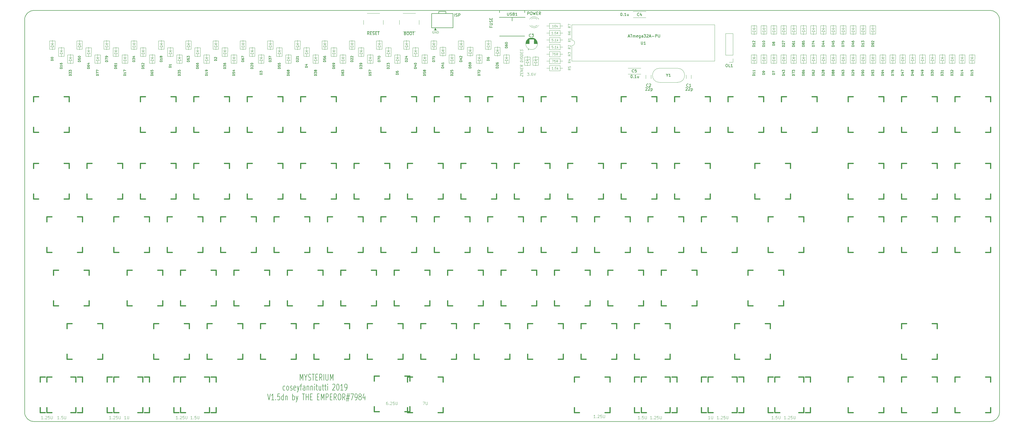
<source format=gbr>
G04 #@! TF.GenerationSoftware,KiCad,Pcbnew,(5.1.12)-1*
G04 #@! TF.CreationDate,2022-03-27T00:10:19+05:30*
G04 #@! TF.ProjectId,mysterium-pcb,6d797374-6572-4697-956d-2d7063622e6b,rev?*
G04 #@! TF.SameCoordinates,Original*
G04 #@! TF.FileFunction,Legend,Top*
G04 #@! TF.FilePolarity,Positive*
%FSLAX46Y46*%
G04 Gerber Fmt 4.6, Leading zero omitted, Abs format (unit mm)*
G04 Created by KiCad (PCBNEW (5.1.12)-1) date 2022-03-27 00:10:19*
%MOMM*%
%LPD*%
G01*
G04 APERTURE LIST*
%ADD10C,0.100000*%
%ADD11C,0.150000*%
%ADD12C,0.120000*%
%ADD13C,0.200000*%
G04 #@! TA.AperFunction,Profile*
%ADD14C,0.150000*%
G04 #@! TD*
%ADD15C,0.381000*%
%ADD16C,0.203200*%
G04 APERTURE END LIST*
D10*
X183045176Y-62680900D02*
X182968985Y-62642804D01*
X182854700Y-62642804D01*
X182740414Y-62680900D01*
X182664223Y-62757090D01*
X182626128Y-62833280D01*
X182588033Y-62985661D01*
X182588033Y-63099947D01*
X182626128Y-63252328D01*
X182664223Y-63328519D01*
X182740414Y-63404709D01*
X182854700Y-63442804D01*
X182930890Y-63442804D01*
X183045176Y-63404709D01*
X183083271Y-63366614D01*
X183083271Y-63099947D01*
X182930890Y-63099947D01*
X183426128Y-63442804D02*
X183426128Y-62642804D01*
X183883271Y-63442804D01*
X183883271Y-62642804D01*
X184264223Y-63442804D02*
X184264223Y-62642804D01*
X184454700Y-62642804D01*
X184568985Y-62680900D01*
X184645176Y-62757090D01*
X184683271Y-62833280D01*
X184721366Y-62985661D01*
X184721366Y-63099947D01*
X184683271Y-63252328D01*
X184645176Y-63328519D01*
X184568985Y-63404709D01*
X184454700Y-63442804D01*
X184264223Y-63442804D01*
G36*
X184010300Y-62318900D02*
G01*
X183197500Y-62318900D01*
X183603900Y-61531500D01*
X184010300Y-62318900D01*
G37*
X184010300Y-62318900D02*
X183197500Y-62318900D01*
X183603900Y-61531500D01*
X184010300Y-62318900D01*
D11*
X190476309Y-57437280D02*
X190476309Y-56437280D01*
X190904880Y-57389661D02*
X191047738Y-57437280D01*
X191285833Y-57437280D01*
X191381071Y-57389661D01*
X191428690Y-57342042D01*
X191476309Y-57246804D01*
X191476309Y-57151566D01*
X191428690Y-57056328D01*
X191381071Y-57008709D01*
X191285833Y-56961090D01*
X191095357Y-56913471D01*
X191000119Y-56865852D01*
X190952500Y-56818233D01*
X190904880Y-56722995D01*
X190904880Y-56627757D01*
X190952500Y-56532519D01*
X191000119Y-56484900D01*
X191095357Y-56437280D01*
X191333452Y-56437280D01*
X191476309Y-56484900D01*
X191904880Y-57437280D02*
X191904880Y-56437280D01*
X192285833Y-56437280D01*
X192381071Y-56484900D01*
X192428690Y-56532519D01*
X192476309Y-56627757D01*
X192476309Y-56770614D01*
X192428690Y-56865852D01*
X192381071Y-56913471D01*
X192285833Y-56961090D01*
X191904880Y-56961090D01*
D12*
X219917100Y-72892500D02*
X220145700Y-72613100D01*
X218608500Y-73171900D02*
X218837100Y-72892500D01*
X215662100Y-73171900D02*
X215890700Y-72892500D01*
X216970700Y-72892500D02*
X217199300Y-72613100D01*
D10*
X308575888Y-201002094D02*
X308004460Y-201002094D01*
X308290174Y-201002094D02*
X308290174Y-200002094D01*
X308194936Y-200144952D01*
X308099698Y-200240190D01*
X308004460Y-200287809D01*
X309004460Y-200906856D02*
X309052079Y-200954475D01*
X309004460Y-201002094D01*
X308956840Y-200954475D01*
X309004460Y-200906856D01*
X309004460Y-201002094D01*
X309433031Y-200097333D02*
X309480650Y-200049714D01*
X309575888Y-200002094D01*
X309813983Y-200002094D01*
X309909221Y-200049714D01*
X309956840Y-200097333D01*
X310004460Y-200192571D01*
X310004460Y-200287809D01*
X309956840Y-200430666D01*
X309385412Y-201002094D01*
X310004460Y-201002094D01*
X310909221Y-200002094D02*
X310433031Y-200002094D01*
X310385412Y-200478285D01*
X310433031Y-200430666D01*
X310528269Y-200383047D01*
X310766364Y-200383047D01*
X310861602Y-200430666D01*
X310909221Y-200478285D01*
X310956840Y-200573523D01*
X310956840Y-200811618D01*
X310909221Y-200906856D01*
X310861602Y-200954475D01*
X310766364Y-201002094D01*
X310528269Y-201002094D01*
X310433031Y-200954475D01*
X310385412Y-200906856D01*
X311385412Y-200002094D02*
X311385412Y-200811618D01*
X311433031Y-200906856D01*
X311480650Y-200954475D01*
X311575888Y-201002094D01*
X311766364Y-201002094D01*
X311861602Y-200954475D01*
X311909221Y-200906856D01*
X311956840Y-200811618D01*
X311956840Y-200002094D01*
X284623688Y-201002094D02*
X284052260Y-201002094D01*
X284337974Y-201002094D02*
X284337974Y-200002094D01*
X284242736Y-200144952D01*
X284147498Y-200240190D01*
X284052260Y-200287809D01*
X285052260Y-200906856D02*
X285099879Y-200954475D01*
X285052260Y-201002094D01*
X285004640Y-200954475D01*
X285052260Y-200906856D01*
X285052260Y-201002094D01*
X285480831Y-200097333D02*
X285528450Y-200049714D01*
X285623688Y-200002094D01*
X285861783Y-200002094D01*
X285957021Y-200049714D01*
X286004640Y-200097333D01*
X286052260Y-200192571D01*
X286052260Y-200287809D01*
X286004640Y-200430666D01*
X285433212Y-201002094D01*
X286052260Y-201002094D01*
X286957021Y-200002094D02*
X286480831Y-200002094D01*
X286433212Y-200478285D01*
X286480831Y-200430666D01*
X286576069Y-200383047D01*
X286814164Y-200383047D01*
X286909402Y-200430666D01*
X286957021Y-200478285D01*
X287004640Y-200573523D01*
X287004640Y-200811618D01*
X286957021Y-200906856D01*
X286909402Y-200954475D01*
X286814164Y-201002094D01*
X286576069Y-201002094D01*
X286480831Y-200954475D01*
X286433212Y-200906856D01*
X287433212Y-200002094D02*
X287433212Y-200811618D01*
X287480831Y-200906856D01*
X287528450Y-200954475D01*
X287623688Y-201002094D01*
X287814164Y-201002094D01*
X287909402Y-200954475D01*
X287957021Y-200906856D01*
X288004640Y-200811618D01*
X288004640Y-200002094D01*
X260849288Y-201002094D02*
X260277860Y-201002094D01*
X260563574Y-201002094D02*
X260563574Y-200002094D01*
X260468336Y-200144952D01*
X260373098Y-200240190D01*
X260277860Y-200287809D01*
X261277860Y-200906856D02*
X261325479Y-200954475D01*
X261277860Y-201002094D01*
X261230240Y-200954475D01*
X261277860Y-200906856D01*
X261277860Y-201002094D01*
X261706431Y-200097333D02*
X261754050Y-200049714D01*
X261849288Y-200002094D01*
X262087383Y-200002094D01*
X262182621Y-200049714D01*
X262230240Y-200097333D01*
X262277860Y-200192571D01*
X262277860Y-200287809D01*
X262230240Y-200430666D01*
X261658812Y-201002094D01*
X262277860Y-201002094D01*
X263182621Y-200002094D02*
X262706431Y-200002094D01*
X262658812Y-200478285D01*
X262706431Y-200430666D01*
X262801669Y-200383047D01*
X263039764Y-200383047D01*
X263135002Y-200430666D01*
X263182621Y-200478285D01*
X263230240Y-200573523D01*
X263230240Y-200811618D01*
X263182621Y-200906856D01*
X263135002Y-200954475D01*
X263039764Y-201002094D01*
X262801669Y-201002094D01*
X262706431Y-200954475D01*
X262658812Y-200906856D01*
X263658812Y-200002094D02*
X263658812Y-200811618D01*
X263706431Y-200906856D01*
X263754050Y-200954475D01*
X263849288Y-201002094D01*
X264039764Y-201002094D01*
X264135002Y-200954475D01*
X264182621Y-200906856D01*
X264230240Y-200811618D01*
X264230240Y-200002094D01*
X240643588Y-200609460D02*
X240072160Y-200609460D01*
X240357874Y-200609460D02*
X240357874Y-199609460D01*
X240262636Y-199752318D01*
X240167398Y-199847556D01*
X240072160Y-199895175D01*
X241072160Y-200514222D02*
X241119779Y-200561841D01*
X241072160Y-200609460D01*
X241024540Y-200561841D01*
X241072160Y-200514222D01*
X241072160Y-200609460D01*
X241500731Y-199704699D02*
X241548350Y-199657080D01*
X241643588Y-199609460D01*
X241881683Y-199609460D01*
X241976921Y-199657080D01*
X242024540Y-199704699D01*
X242072160Y-199799937D01*
X242072160Y-199895175D01*
X242024540Y-200038032D01*
X241453112Y-200609460D01*
X242072160Y-200609460D01*
X242976921Y-199609460D02*
X242500731Y-199609460D01*
X242453112Y-200085651D01*
X242500731Y-200038032D01*
X242595969Y-199990413D01*
X242834064Y-199990413D01*
X242929302Y-200038032D01*
X242976921Y-200085651D01*
X243024540Y-200180889D01*
X243024540Y-200418984D01*
X242976921Y-200514222D01*
X242929302Y-200561841D01*
X242834064Y-200609460D01*
X242595969Y-200609460D01*
X242500731Y-200561841D01*
X242453112Y-200514222D01*
X243453112Y-199609460D02*
X243453112Y-200418984D01*
X243500731Y-200514222D01*
X243548350Y-200561841D01*
X243643588Y-200609460D01*
X243834064Y-200609460D01*
X243929302Y-200561841D01*
X243976921Y-200514222D01*
X244024540Y-200418984D01*
X244024540Y-199609460D01*
X91710688Y-201002094D02*
X91139260Y-201002094D01*
X91424974Y-201002094D02*
X91424974Y-200002094D01*
X91329736Y-200144952D01*
X91234498Y-200240190D01*
X91139260Y-200287809D01*
X92139260Y-200906856D02*
X92186879Y-200954475D01*
X92139260Y-201002094D01*
X92091640Y-200954475D01*
X92139260Y-200906856D01*
X92139260Y-201002094D01*
X92567831Y-200097333D02*
X92615450Y-200049714D01*
X92710688Y-200002094D01*
X92948783Y-200002094D01*
X93044021Y-200049714D01*
X93091640Y-200097333D01*
X93139260Y-200192571D01*
X93139260Y-200287809D01*
X93091640Y-200430666D01*
X92520212Y-201002094D01*
X93139260Y-201002094D01*
X94044021Y-200002094D02*
X93567831Y-200002094D01*
X93520212Y-200478285D01*
X93567831Y-200430666D01*
X93663069Y-200383047D01*
X93901164Y-200383047D01*
X93996402Y-200430666D01*
X94044021Y-200478285D01*
X94091640Y-200573523D01*
X94091640Y-200811618D01*
X94044021Y-200906856D01*
X93996402Y-200954475D01*
X93901164Y-201002094D01*
X93663069Y-201002094D01*
X93567831Y-200954475D01*
X93520212Y-200906856D01*
X94520212Y-200002094D02*
X94520212Y-200811618D01*
X94567831Y-200906856D01*
X94615450Y-200954475D01*
X94710688Y-201002094D01*
X94901164Y-201002094D01*
X94996402Y-200954475D01*
X95044021Y-200906856D01*
X95091640Y-200811618D01*
X95091640Y-200002094D01*
X67936288Y-201002094D02*
X67364860Y-201002094D01*
X67650574Y-201002094D02*
X67650574Y-200002094D01*
X67555336Y-200144952D01*
X67460098Y-200240190D01*
X67364860Y-200287809D01*
X68364860Y-200906856D02*
X68412479Y-200954475D01*
X68364860Y-201002094D01*
X68317240Y-200954475D01*
X68364860Y-200906856D01*
X68364860Y-201002094D01*
X68793431Y-200097333D02*
X68841050Y-200049714D01*
X68936288Y-200002094D01*
X69174383Y-200002094D01*
X69269621Y-200049714D01*
X69317240Y-200097333D01*
X69364860Y-200192571D01*
X69364860Y-200287809D01*
X69317240Y-200430666D01*
X68745812Y-201002094D01*
X69364860Y-201002094D01*
X70269621Y-200002094D02*
X69793431Y-200002094D01*
X69745812Y-200478285D01*
X69793431Y-200430666D01*
X69888669Y-200383047D01*
X70126764Y-200383047D01*
X70222002Y-200430666D01*
X70269621Y-200478285D01*
X70317240Y-200573523D01*
X70317240Y-200811618D01*
X70269621Y-200906856D01*
X70222002Y-200954475D01*
X70126764Y-201002094D01*
X69888669Y-201002094D01*
X69793431Y-200954475D01*
X69745812Y-200906856D01*
X70745812Y-200002094D02*
X70745812Y-200811618D01*
X70793431Y-200906856D01*
X70841050Y-200954475D01*
X70936288Y-201002094D01*
X71126764Y-201002094D01*
X71222002Y-200954475D01*
X71269621Y-200906856D01*
X71317240Y-200811618D01*
X71317240Y-200002094D01*
X43674208Y-201002094D02*
X43102780Y-201002094D01*
X43388494Y-201002094D02*
X43388494Y-200002094D01*
X43293256Y-200144952D01*
X43198018Y-200240190D01*
X43102780Y-200287809D01*
X44102780Y-200906856D02*
X44150399Y-200954475D01*
X44102780Y-201002094D01*
X44055160Y-200954475D01*
X44102780Y-200906856D01*
X44102780Y-201002094D01*
X44531351Y-200097333D02*
X44578970Y-200049714D01*
X44674208Y-200002094D01*
X44912303Y-200002094D01*
X45007541Y-200049714D01*
X45055160Y-200097333D01*
X45102780Y-200192571D01*
X45102780Y-200287809D01*
X45055160Y-200430666D01*
X44483732Y-201002094D01*
X45102780Y-201002094D01*
X46007541Y-200002094D02*
X45531351Y-200002094D01*
X45483732Y-200478285D01*
X45531351Y-200430666D01*
X45626589Y-200383047D01*
X45864684Y-200383047D01*
X45959922Y-200430666D01*
X46007541Y-200478285D01*
X46055160Y-200573523D01*
X46055160Y-200811618D01*
X46007541Y-200906856D01*
X45959922Y-200954475D01*
X45864684Y-201002094D01*
X45626589Y-201002094D01*
X45531351Y-200954475D01*
X45483732Y-200906856D01*
X46483732Y-200002094D02*
X46483732Y-200811618D01*
X46531351Y-200906856D01*
X46578970Y-200954475D01*
X46674208Y-201002094D01*
X46864684Y-201002094D01*
X46959922Y-200954475D01*
X47007541Y-200906856D01*
X47055160Y-200811618D01*
X47055160Y-200002094D01*
X281521564Y-201002094D02*
X280950136Y-201002094D01*
X281235850Y-201002094D02*
X281235850Y-200002094D01*
X281140612Y-200144952D01*
X281045374Y-200240190D01*
X280950136Y-200287809D01*
X281950136Y-200002094D02*
X281950136Y-200811618D01*
X281997755Y-200906856D01*
X282045374Y-200954475D01*
X282140612Y-201002094D01*
X282331088Y-201002094D01*
X282426326Y-200954475D01*
X282473945Y-200906856D01*
X282521564Y-200811618D01*
X282521564Y-200002094D01*
X304149879Y-201002094D02*
X303578450Y-201002094D01*
X303864164Y-201002094D02*
X303864164Y-200002094D01*
X303768926Y-200144952D01*
X303673688Y-200240190D01*
X303578450Y-200287809D01*
X304578450Y-200906856D02*
X304626069Y-200954475D01*
X304578450Y-201002094D01*
X304530831Y-200954475D01*
X304578450Y-200906856D01*
X304578450Y-201002094D01*
X305530831Y-200002094D02*
X305054640Y-200002094D01*
X305007021Y-200478285D01*
X305054640Y-200430666D01*
X305149879Y-200383047D01*
X305387974Y-200383047D01*
X305483212Y-200430666D01*
X305530831Y-200478285D01*
X305578450Y-200573523D01*
X305578450Y-200811618D01*
X305530831Y-200906856D01*
X305483212Y-200954475D01*
X305387974Y-201002094D01*
X305149879Y-201002094D01*
X305054640Y-200954475D01*
X305007021Y-200906856D01*
X306007021Y-200002094D02*
X306007021Y-200811618D01*
X306054640Y-200906856D01*
X306102260Y-200954475D01*
X306197498Y-201002094D01*
X306387974Y-201002094D01*
X306483212Y-200954475D01*
X306530831Y-200906856D01*
X306578450Y-200811618D01*
X306578450Y-200002094D01*
X256474079Y-201002094D02*
X255902650Y-201002094D01*
X256188364Y-201002094D02*
X256188364Y-200002094D01*
X256093126Y-200144952D01*
X255997888Y-200240190D01*
X255902650Y-200287809D01*
X256902650Y-200906856D02*
X256950269Y-200954475D01*
X256902650Y-201002094D01*
X256855031Y-200954475D01*
X256902650Y-200906856D01*
X256902650Y-201002094D01*
X257855031Y-200002094D02*
X257378840Y-200002094D01*
X257331221Y-200478285D01*
X257378840Y-200430666D01*
X257474079Y-200383047D01*
X257712174Y-200383047D01*
X257807412Y-200430666D01*
X257855031Y-200478285D01*
X257902650Y-200573523D01*
X257902650Y-200811618D01*
X257855031Y-200906856D01*
X257807412Y-200954475D01*
X257712174Y-201002094D01*
X257474079Y-201002094D01*
X257378840Y-200954475D01*
X257331221Y-200906856D01*
X258331221Y-200002094D02*
X258331221Y-200811618D01*
X258378840Y-200906856D01*
X258426460Y-200954475D01*
X258521698Y-201002094D01*
X258712174Y-201002094D01*
X258807412Y-200954475D01*
X258855031Y-200906856D01*
X258902650Y-200811618D01*
X258902650Y-200002094D01*
X96936679Y-201002094D02*
X96365250Y-201002094D01*
X96650964Y-201002094D02*
X96650964Y-200002094D01*
X96555726Y-200144952D01*
X96460488Y-200240190D01*
X96365250Y-200287809D01*
X97365250Y-200906856D02*
X97412869Y-200954475D01*
X97365250Y-201002094D01*
X97317631Y-200954475D01*
X97365250Y-200906856D01*
X97365250Y-201002094D01*
X98317631Y-200002094D02*
X97841440Y-200002094D01*
X97793821Y-200478285D01*
X97841440Y-200430666D01*
X97936679Y-200383047D01*
X98174774Y-200383047D01*
X98270012Y-200430666D01*
X98317631Y-200478285D01*
X98365250Y-200573523D01*
X98365250Y-200811618D01*
X98317631Y-200906856D01*
X98270012Y-200954475D01*
X98174774Y-201002094D01*
X97936679Y-201002094D01*
X97841440Y-200954475D01*
X97793821Y-200906856D01*
X98793821Y-200002094D02*
X98793821Y-200811618D01*
X98841440Y-200906856D01*
X98889060Y-200954475D01*
X98984298Y-201002094D01*
X99174774Y-201002094D01*
X99270012Y-200954475D01*
X99317631Y-200906856D01*
X99365250Y-200811618D01*
X99365250Y-200002094D01*
X73292364Y-201002094D02*
X72720936Y-201002094D01*
X73006650Y-201002094D02*
X73006650Y-200002094D01*
X72911412Y-200144952D01*
X72816174Y-200240190D01*
X72720936Y-200287809D01*
X73720936Y-200002094D02*
X73720936Y-200811618D01*
X73768555Y-200906856D01*
X73816174Y-200954475D01*
X73911412Y-201002094D01*
X74101888Y-201002094D01*
X74197126Y-200954475D01*
X74244745Y-200906856D01*
X74292364Y-200811618D01*
X74292364Y-200002094D01*
X49408199Y-201002094D02*
X48836770Y-201002094D01*
X49122484Y-201002094D02*
X49122484Y-200002094D01*
X49027246Y-200144952D01*
X48932008Y-200240190D01*
X48836770Y-200287809D01*
X49836770Y-200906856D02*
X49884389Y-200954475D01*
X49836770Y-201002094D01*
X49789151Y-200954475D01*
X49836770Y-200906856D01*
X49836770Y-201002094D01*
X50789151Y-200002094D02*
X50312960Y-200002094D01*
X50265341Y-200478285D01*
X50312960Y-200430666D01*
X50408199Y-200383047D01*
X50646294Y-200383047D01*
X50741532Y-200430666D01*
X50789151Y-200478285D01*
X50836770Y-200573523D01*
X50836770Y-200811618D01*
X50789151Y-200906856D01*
X50741532Y-200954475D01*
X50646294Y-201002094D01*
X50408199Y-201002094D01*
X50312960Y-200954475D01*
X50265341Y-200906856D01*
X51265341Y-200002094D02*
X51265341Y-200811618D01*
X51312960Y-200906856D01*
X51360580Y-200954475D01*
X51455818Y-201002094D01*
X51646294Y-201002094D01*
X51741532Y-200954475D01*
X51789151Y-200906856D01*
X51836770Y-200811618D01*
X51836770Y-200002094D01*
X213870442Y-78701342D02*
X213870442Y-78101342D01*
X214770442Y-78813842D01*
X214770442Y-78213842D01*
X214299014Y-77812057D02*
X214299014Y-77512057D01*
X214770442Y-77442414D02*
X214770442Y-77870985D01*
X213870442Y-77758485D01*
X213870442Y-77329914D01*
X214770442Y-77056700D02*
X213870442Y-76944200D01*
X214770442Y-76542414D01*
X213870442Y-76429914D01*
X214299014Y-76054914D02*
X214299014Y-75754914D01*
X214770442Y-75685271D02*
X214770442Y-76113842D01*
X213870442Y-76001342D01*
X213870442Y-75572771D01*
X214770442Y-74785271D02*
X214341871Y-75031700D01*
X214770442Y-75299557D02*
X213870442Y-75187057D01*
X213870442Y-74844200D01*
X213913300Y-74763842D01*
X213956157Y-74726342D01*
X214041871Y-74694200D01*
X214170442Y-74710271D01*
X214256157Y-74763842D01*
X214299014Y-74812057D01*
X214341871Y-74903128D01*
X214341871Y-75245985D01*
X214770442Y-73713842D02*
X213870442Y-73601342D01*
X213870442Y-73387057D01*
X213913300Y-73263842D01*
X213999014Y-73188842D01*
X214084728Y-73156700D01*
X214256157Y-73135271D01*
X214384728Y-73151342D01*
X214556157Y-73215628D01*
X214641871Y-73269200D01*
X214727585Y-73365628D01*
X214770442Y-73499557D01*
X214770442Y-73713842D01*
X214770442Y-72813842D02*
X213870442Y-72701342D01*
X213870442Y-72101342D02*
X213870442Y-71929914D01*
X213913300Y-71849557D01*
X213999014Y-71774557D01*
X214170442Y-71753128D01*
X214470442Y-71790628D01*
X214641871Y-71854914D01*
X214727585Y-71951342D01*
X214770442Y-72042414D01*
X214770442Y-72213842D01*
X214727585Y-72294200D01*
X214641871Y-72369200D01*
X214470442Y-72390628D01*
X214170442Y-72353128D01*
X213999014Y-72288842D01*
X213913300Y-72192414D01*
X213870442Y-72101342D01*
X214770442Y-71442414D02*
X213870442Y-71329914D01*
X213870442Y-71115628D01*
X213913300Y-70992414D01*
X213999014Y-70917414D01*
X214084728Y-70885271D01*
X214256157Y-70863842D01*
X214384728Y-70879914D01*
X214556157Y-70944200D01*
X214641871Y-70997771D01*
X214727585Y-71094200D01*
X214770442Y-71228128D01*
X214770442Y-71442414D01*
X214299014Y-70483485D02*
X214299014Y-70183485D01*
X214770442Y-70113842D02*
X214770442Y-70542414D01*
X213870442Y-70429914D01*
X213870442Y-70001342D01*
X214727585Y-69765628D02*
X214770442Y-69642414D01*
X214770442Y-69428128D01*
X214727585Y-69337057D01*
X214684728Y-69288842D01*
X214599014Y-69235271D01*
X214513300Y-69224557D01*
X214427585Y-69256700D01*
X214384728Y-69294200D01*
X214341871Y-69374557D01*
X214299014Y-69540628D01*
X214256157Y-69620985D01*
X214213300Y-69658485D01*
X214127585Y-69690628D01*
X214041871Y-69679914D01*
X213956157Y-69626342D01*
X213913300Y-69578128D01*
X213870442Y-69487057D01*
X213870442Y-69272771D01*
X213913300Y-69149557D01*
D13*
X135417657Y-187258638D02*
X135417657Y-185058638D01*
X135917657Y-186630066D01*
X136417657Y-185058638D01*
X136417657Y-187258638D01*
X137417657Y-186211019D02*
X137417657Y-187258638D01*
X136917657Y-185058638D02*
X137417657Y-186211019D01*
X137917657Y-185058638D01*
X138346228Y-187153876D02*
X138560514Y-187258638D01*
X138917657Y-187258638D01*
X139060514Y-187153876D01*
X139131942Y-187049114D01*
X139203371Y-186839590D01*
X139203371Y-186630066D01*
X139131942Y-186420542D01*
X139060514Y-186315780D01*
X138917657Y-186211019D01*
X138631942Y-186106257D01*
X138489085Y-186001495D01*
X138417657Y-185896733D01*
X138346228Y-185687209D01*
X138346228Y-185477685D01*
X138417657Y-185268161D01*
X138489085Y-185163400D01*
X138631942Y-185058638D01*
X138989085Y-185058638D01*
X139203371Y-185163400D01*
X139631942Y-185058638D02*
X140489085Y-185058638D01*
X140060514Y-187258638D02*
X140060514Y-185058638D01*
X140989085Y-186106257D02*
X141489085Y-186106257D01*
X141703371Y-187258638D02*
X140989085Y-187258638D01*
X140989085Y-185058638D01*
X141703371Y-185058638D01*
X143203371Y-187258638D02*
X142703371Y-186211019D01*
X142346228Y-187258638D02*
X142346228Y-185058638D01*
X142917657Y-185058638D01*
X143060514Y-185163400D01*
X143131942Y-185268161D01*
X143203371Y-185477685D01*
X143203371Y-185791971D01*
X143131942Y-186001495D01*
X143060514Y-186106257D01*
X142917657Y-186211019D01*
X142346228Y-186211019D01*
X143846228Y-187258638D02*
X143846228Y-185058638D01*
X144560514Y-185058638D02*
X144560514Y-186839590D01*
X144631942Y-187049114D01*
X144703371Y-187153876D01*
X144846228Y-187258638D01*
X145131942Y-187258638D01*
X145274800Y-187153876D01*
X145346228Y-187049114D01*
X145417657Y-186839590D01*
X145417657Y-185058638D01*
X146131942Y-187258638D02*
X146131942Y-185058638D01*
X146631942Y-186630066D01*
X147131942Y-185058638D01*
X147131942Y-187258638D01*
X129989085Y-190653876D02*
X129846228Y-190758638D01*
X129560514Y-190758638D01*
X129417657Y-190653876D01*
X129346228Y-190549114D01*
X129274800Y-190339590D01*
X129274800Y-189711019D01*
X129346228Y-189501495D01*
X129417657Y-189396733D01*
X129560514Y-189291971D01*
X129846228Y-189291971D01*
X129989085Y-189396733D01*
X130846228Y-190758638D02*
X130703371Y-190653876D01*
X130631942Y-190549114D01*
X130560514Y-190339590D01*
X130560514Y-189711019D01*
X130631942Y-189501495D01*
X130703371Y-189396733D01*
X130846228Y-189291971D01*
X131060514Y-189291971D01*
X131203371Y-189396733D01*
X131274800Y-189501495D01*
X131346228Y-189711019D01*
X131346228Y-190339590D01*
X131274800Y-190549114D01*
X131203371Y-190653876D01*
X131060514Y-190758638D01*
X130846228Y-190758638D01*
X131917657Y-190653876D02*
X132060514Y-190758638D01*
X132346228Y-190758638D01*
X132489085Y-190653876D01*
X132560514Y-190444352D01*
X132560514Y-190339590D01*
X132489085Y-190130066D01*
X132346228Y-190025304D01*
X132131942Y-190025304D01*
X131989085Y-189920542D01*
X131917657Y-189711019D01*
X131917657Y-189606257D01*
X131989085Y-189396733D01*
X132131942Y-189291971D01*
X132346228Y-189291971D01*
X132489085Y-189396733D01*
X133774800Y-190653876D02*
X133631942Y-190758638D01*
X133346228Y-190758638D01*
X133203371Y-190653876D01*
X133131942Y-190444352D01*
X133131942Y-189606257D01*
X133203371Y-189396733D01*
X133346228Y-189291971D01*
X133631942Y-189291971D01*
X133774800Y-189396733D01*
X133846228Y-189606257D01*
X133846228Y-189815780D01*
X133131942Y-190025304D01*
X134346228Y-189291971D02*
X134703371Y-190758638D01*
X135060514Y-189291971D02*
X134703371Y-190758638D01*
X134560514Y-191282447D01*
X134489085Y-191387209D01*
X134346228Y-191491971D01*
X135417657Y-189291971D02*
X135989085Y-189291971D01*
X135631942Y-190758638D02*
X135631942Y-188872923D01*
X135703371Y-188663400D01*
X135846228Y-188558638D01*
X135989085Y-188558638D01*
X137131942Y-190758638D02*
X137131942Y-189606257D01*
X137060514Y-189396733D01*
X136917657Y-189291971D01*
X136631942Y-189291971D01*
X136489085Y-189396733D01*
X137131942Y-190653876D02*
X136989085Y-190758638D01*
X136631942Y-190758638D01*
X136489085Y-190653876D01*
X136417657Y-190444352D01*
X136417657Y-190234828D01*
X136489085Y-190025304D01*
X136631942Y-189920542D01*
X136989085Y-189920542D01*
X137131942Y-189815780D01*
X137846228Y-189291971D02*
X137846228Y-190758638D01*
X137846228Y-189501495D02*
X137917657Y-189396733D01*
X138060514Y-189291971D01*
X138274800Y-189291971D01*
X138417657Y-189396733D01*
X138489085Y-189606257D01*
X138489085Y-190758638D01*
X139203371Y-189291971D02*
X139203371Y-190758638D01*
X139203371Y-189501495D02*
X139274800Y-189396733D01*
X139417657Y-189291971D01*
X139631942Y-189291971D01*
X139774800Y-189396733D01*
X139846228Y-189606257D01*
X139846228Y-190758638D01*
X140560514Y-190758638D02*
X140560514Y-189291971D01*
X140560514Y-188558638D02*
X140489085Y-188663400D01*
X140560514Y-188768161D01*
X140631942Y-188663400D01*
X140560514Y-188558638D01*
X140560514Y-188768161D01*
X141060514Y-189291971D02*
X141631942Y-189291971D01*
X141274800Y-188558638D02*
X141274800Y-190444352D01*
X141346228Y-190653876D01*
X141489085Y-190758638D01*
X141631942Y-190758638D01*
X142774800Y-189291971D02*
X142774800Y-190758638D01*
X142131942Y-189291971D02*
X142131942Y-190444352D01*
X142203371Y-190653876D01*
X142346228Y-190758638D01*
X142560514Y-190758638D01*
X142703371Y-190653876D01*
X142774800Y-190549114D01*
X143274800Y-189291971D02*
X143846228Y-189291971D01*
X143489085Y-188558638D02*
X143489085Y-190444352D01*
X143560514Y-190653876D01*
X143703371Y-190758638D01*
X143846228Y-190758638D01*
X144131942Y-189291971D02*
X144703371Y-189291971D01*
X144346228Y-188558638D02*
X144346228Y-190444352D01*
X144417657Y-190653876D01*
X144560514Y-190758638D01*
X144703371Y-190758638D01*
X145203371Y-190758638D02*
X145203371Y-189291971D01*
X145203371Y-188558638D02*
X145131942Y-188663400D01*
X145203371Y-188768161D01*
X145274800Y-188663400D01*
X145203371Y-188558638D01*
X145203371Y-188768161D01*
X146989085Y-188768161D02*
X147060514Y-188663400D01*
X147203371Y-188558638D01*
X147560514Y-188558638D01*
X147703371Y-188663400D01*
X147774800Y-188768161D01*
X147846228Y-188977685D01*
X147846228Y-189187209D01*
X147774800Y-189501495D01*
X146917657Y-190758638D01*
X147846228Y-190758638D01*
X148774800Y-188558638D02*
X148917657Y-188558638D01*
X149060514Y-188663400D01*
X149131942Y-188768161D01*
X149203371Y-188977685D01*
X149274800Y-189396733D01*
X149274800Y-189920542D01*
X149203371Y-190339590D01*
X149131942Y-190549114D01*
X149060514Y-190653876D01*
X148917657Y-190758638D01*
X148774800Y-190758638D01*
X148631942Y-190653876D01*
X148560514Y-190549114D01*
X148489085Y-190339590D01*
X148417657Y-189920542D01*
X148417657Y-189396733D01*
X148489085Y-188977685D01*
X148560514Y-188768161D01*
X148631942Y-188663400D01*
X148774800Y-188558638D01*
X150703371Y-190758638D02*
X149846228Y-190758638D01*
X150274800Y-190758638D02*
X150274800Y-188558638D01*
X150131942Y-188872923D01*
X149989085Y-189082447D01*
X149846228Y-189187209D01*
X151417657Y-190758638D02*
X151703371Y-190758638D01*
X151846228Y-190653876D01*
X151917657Y-190549114D01*
X152060514Y-190234828D01*
X152131942Y-189815780D01*
X152131942Y-188977685D01*
X152060514Y-188768161D01*
X151989085Y-188663400D01*
X151846228Y-188558638D01*
X151560514Y-188558638D01*
X151417657Y-188663400D01*
X151346228Y-188768161D01*
X151274800Y-188977685D01*
X151274800Y-189501495D01*
X151346228Y-189711019D01*
X151417657Y-189815780D01*
X151560514Y-189920542D01*
X151846228Y-189920542D01*
X151989085Y-189815780D01*
X152060514Y-189711019D01*
X152131942Y-189501495D01*
X123774800Y-192058638D02*
X124274800Y-194258638D01*
X124774800Y-192058638D01*
X126060514Y-194258638D02*
X125203371Y-194258638D01*
X125631942Y-194258638D02*
X125631942Y-192058638D01*
X125489085Y-192372923D01*
X125346228Y-192582447D01*
X125203371Y-192687209D01*
X126703371Y-194049114D02*
X126774800Y-194153876D01*
X126703371Y-194258638D01*
X126631942Y-194153876D01*
X126703371Y-194049114D01*
X126703371Y-194258638D01*
X128131942Y-192058638D02*
X127417657Y-192058638D01*
X127346228Y-193106257D01*
X127417657Y-193001495D01*
X127560514Y-192896733D01*
X127917657Y-192896733D01*
X128060514Y-193001495D01*
X128131942Y-193106257D01*
X128203371Y-193315780D01*
X128203371Y-193839590D01*
X128131942Y-194049114D01*
X128060514Y-194153876D01*
X127917657Y-194258638D01*
X127560514Y-194258638D01*
X127417657Y-194153876D01*
X127346228Y-194049114D01*
X129489085Y-194258638D02*
X129489085Y-192058638D01*
X129489085Y-194153876D02*
X129346228Y-194258638D01*
X129060514Y-194258638D01*
X128917657Y-194153876D01*
X128846228Y-194049114D01*
X128774800Y-193839590D01*
X128774800Y-193211019D01*
X128846228Y-193001495D01*
X128917657Y-192896733D01*
X129060514Y-192791971D01*
X129346228Y-192791971D01*
X129489085Y-192896733D01*
X130203371Y-192791971D02*
X130203371Y-194258638D01*
X130203371Y-193001495D02*
X130274800Y-192896733D01*
X130417657Y-192791971D01*
X130631942Y-192791971D01*
X130774800Y-192896733D01*
X130846228Y-193106257D01*
X130846228Y-194258638D01*
X132703371Y-194258638D02*
X132703371Y-192058638D01*
X132703371Y-192896733D02*
X132846228Y-192791971D01*
X133131942Y-192791971D01*
X133274800Y-192896733D01*
X133346228Y-193001495D01*
X133417657Y-193211019D01*
X133417657Y-193839590D01*
X133346228Y-194049114D01*
X133274800Y-194153876D01*
X133131942Y-194258638D01*
X132846228Y-194258638D01*
X132703371Y-194153876D01*
X133917657Y-192791971D02*
X134274800Y-194258638D01*
X134631942Y-192791971D02*
X134274800Y-194258638D01*
X134131942Y-194782447D01*
X134060514Y-194887209D01*
X133917657Y-194991971D01*
X136131942Y-192058638D02*
X136989085Y-192058638D01*
X136560514Y-194258638D02*
X136560514Y-192058638D01*
X137489085Y-194258638D02*
X137489085Y-192058638D01*
X137489085Y-193106257D02*
X138346228Y-193106257D01*
X138346228Y-194258638D02*
X138346228Y-192058638D01*
X139060514Y-193106257D02*
X139560514Y-193106257D01*
X139774800Y-194258638D02*
X139060514Y-194258638D01*
X139060514Y-192058638D01*
X139774800Y-192058638D01*
X141560514Y-193106257D02*
X142060514Y-193106257D01*
X142274800Y-194258638D02*
X141560514Y-194258638D01*
X141560514Y-192058638D01*
X142274800Y-192058638D01*
X142917657Y-194258638D02*
X142917657Y-192058638D01*
X143417657Y-193630066D01*
X143917657Y-192058638D01*
X143917657Y-194258638D01*
X144631942Y-194258638D02*
X144631942Y-192058638D01*
X145203371Y-192058638D01*
X145346228Y-192163400D01*
X145417657Y-192268161D01*
X145489085Y-192477685D01*
X145489085Y-192791971D01*
X145417657Y-193001495D01*
X145346228Y-193106257D01*
X145203371Y-193211019D01*
X144631942Y-193211019D01*
X146131942Y-193106257D02*
X146631942Y-193106257D01*
X146846228Y-194258638D02*
X146131942Y-194258638D01*
X146131942Y-192058638D01*
X146846228Y-192058638D01*
X148346228Y-194258638D02*
X147846228Y-193211019D01*
X147489085Y-194258638D02*
X147489085Y-192058638D01*
X148060514Y-192058638D01*
X148203371Y-192163400D01*
X148274800Y-192268161D01*
X148346228Y-192477685D01*
X148346228Y-192791971D01*
X148274800Y-193001495D01*
X148203371Y-193106257D01*
X148060514Y-193211019D01*
X147489085Y-193211019D01*
X149274800Y-192058638D02*
X149560514Y-192058638D01*
X149703371Y-192163400D01*
X149846228Y-192372923D01*
X149917657Y-192791971D01*
X149917657Y-193525304D01*
X149846228Y-193944352D01*
X149703371Y-194153876D01*
X149560514Y-194258638D01*
X149274800Y-194258638D01*
X149131942Y-194153876D01*
X148989085Y-193944352D01*
X148917657Y-193525304D01*
X148917657Y-192791971D01*
X148989085Y-192372923D01*
X149131942Y-192163400D01*
X149274800Y-192058638D01*
X151417657Y-194258638D02*
X150917657Y-193211019D01*
X150560514Y-194258638D02*
X150560514Y-192058638D01*
X151131942Y-192058638D01*
X151274800Y-192163400D01*
X151346228Y-192268161D01*
X151417657Y-192477685D01*
X151417657Y-192791971D01*
X151346228Y-193001495D01*
X151274800Y-193106257D01*
X151131942Y-193211019D01*
X150560514Y-193211019D01*
X151989085Y-192791971D02*
X153060514Y-192791971D01*
X152417657Y-191849114D02*
X151989085Y-194677685D01*
X152917657Y-193734828D02*
X151846228Y-193734828D01*
X152489085Y-194677685D02*
X152917657Y-191849114D01*
X153417657Y-192058638D02*
X154417657Y-192058638D01*
X153774800Y-194258638D01*
X155060514Y-194258638D02*
X155346228Y-194258638D01*
X155489085Y-194153876D01*
X155560514Y-194049114D01*
X155703371Y-193734828D01*
X155774800Y-193315780D01*
X155774800Y-192477685D01*
X155703371Y-192268161D01*
X155631942Y-192163400D01*
X155489085Y-192058638D01*
X155203371Y-192058638D01*
X155060514Y-192163400D01*
X154989085Y-192268161D01*
X154917657Y-192477685D01*
X154917657Y-193001495D01*
X154989085Y-193211019D01*
X155060514Y-193315780D01*
X155203371Y-193420542D01*
X155489085Y-193420542D01*
X155631942Y-193315780D01*
X155703371Y-193211019D01*
X155774800Y-193001495D01*
X156631942Y-193001495D02*
X156489085Y-192896733D01*
X156417657Y-192791971D01*
X156346228Y-192582447D01*
X156346228Y-192477685D01*
X156417657Y-192268161D01*
X156489085Y-192163400D01*
X156631942Y-192058638D01*
X156917657Y-192058638D01*
X157060514Y-192163400D01*
X157131942Y-192268161D01*
X157203371Y-192477685D01*
X157203371Y-192582447D01*
X157131942Y-192791971D01*
X157060514Y-192896733D01*
X156917657Y-193001495D01*
X156631942Y-193001495D01*
X156489085Y-193106257D01*
X156417657Y-193211019D01*
X156346228Y-193420542D01*
X156346228Y-193839590D01*
X156417657Y-194049114D01*
X156489085Y-194153876D01*
X156631942Y-194258638D01*
X156917657Y-194258638D01*
X157060514Y-194153876D01*
X157131942Y-194049114D01*
X157203371Y-193839590D01*
X157203371Y-193420542D01*
X157131942Y-193211019D01*
X157060514Y-193106257D01*
X156917657Y-193001495D01*
X158489085Y-192791971D02*
X158489085Y-194258638D01*
X158131942Y-191953876D02*
X157774800Y-193525304D01*
X158703371Y-193525304D01*
D14*
X384809999Y-198619941D02*
G75*
G02*
X381505940Y-201930000I-3307059J-3000D01*
G01*
X381499941Y-55313501D02*
G75*
G02*
X384810000Y-58617560I3000J-3307059D01*
G01*
X37147501Y-58623559D02*
G75*
G02*
X40451560Y-55313500I3307059J3000D01*
G01*
X40457559Y-201929999D02*
G75*
G02*
X37147500Y-198625940I-3000J3307059D01*
G01*
X384810000Y-58617560D02*
X384809999Y-198619941D01*
X381505940Y-201930000D02*
X40457559Y-201929999D01*
X37147500Y-198625940D02*
X37147501Y-58623559D01*
X40451560Y-55313500D02*
X381499941Y-55313500D01*
D15*
X317352680Y-198749920D02*
X315574680Y-198749920D01*
X306430680Y-198749920D02*
X304652680Y-198749920D01*
X304652680Y-198749920D02*
X304652680Y-196971920D01*
X304652680Y-187827920D02*
X304652680Y-186049920D01*
X304652680Y-186049920D02*
X306430680Y-186049920D01*
X315574680Y-186049920D02*
X317352680Y-186049920D01*
X317352680Y-186049920D02*
X317352680Y-187827920D01*
X317352680Y-196971920D02*
X317352680Y-198749920D01*
X302270160Y-186049920D02*
X304048160Y-186049920D01*
X313192160Y-186049920D02*
X314970160Y-186049920D01*
X314970160Y-186049920D02*
X314970160Y-187827920D01*
X314970160Y-196971920D02*
X314970160Y-198749920D01*
X314970160Y-198749920D02*
X313192160Y-198749920D01*
X304048160Y-198749920D02*
X302270160Y-198749920D01*
X302270160Y-198749920D02*
X302270160Y-196971920D01*
X302270160Y-187827920D02*
X302270160Y-186049920D01*
X278457660Y-186049920D02*
X280235660Y-186049920D01*
X289379660Y-186049920D02*
X291157660Y-186049920D01*
X291157660Y-186049920D02*
X291157660Y-187827920D01*
X291157660Y-196971920D02*
X291157660Y-198749920D01*
X291157660Y-198749920D02*
X289379660Y-198749920D01*
X280235660Y-198749920D02*
X278457660Y-198749920D01*
X278457660Y-198749920D02*
X278457660Y-196971920D01*
X278457660Y-187827920D02*
X278457660Y-186049920D01*
X293538910Y-198749920D02*
X291760910Y-198749920D01*
X282616910Y-198749920D02*
X280838910Y-198749920D01*
X280838910Y-198749920D02*
X280838910Y-196971920D01*
X280838910Y-187827920D02*
X280838910Y-186049920D01*
X280838910Y-186049920D02*
X282616910Y-186049920D01*
X291760910Y-186049920D02*
X293538910Y-186049920D01*
X293538910Y-186049920D02*
X293538910Y-187827920D01*
X293538910Y-196971920D02*
X293538910Y-198749920D01*
X269726410Y-198749920D02*
X267948410Y-198749920D01*
X258804410Y-198749920D02*
X257026410Y-198749920D01*
X257026410Y-198749920D02*
X257026410Y-196971920D01*
X257026410Y-187827920D02*
X257026410Y-186049920D01*
X257026410Y-186049920D02*
X258804410Y-186049920D01*
X267948410Y-186049920D02*
X269726410Y-186049920D01*
X269726410Y-186049920D02*
X269726410Y-187827920D01*
X269726410Y-196971920D02*
X269726410Y-198749920D01*
X254645160Y-186049920D02*
X256423160Y-186049920D01*
X265567160Y-186049920D02*
X267345160Y-186049920D01*
X267345160Y-186049920D02*
X267345160Y-187827920D01*
X267345160Y-196971920D02*
X267345160Y-198749920D01*
X267345160Y-198749920D02*
X265567160Y-198749920D01*
X256423160Y-198749920D02*
X254645160Y-198749920D01*
X254645160Y-198749920D02*
X254645160Y-196971920D01*
X254645160Y-187827920D02*
X254645160Y-186049920D01*
X233213910Y-186049920D02*
X234991910Y-186049920D01*
X244135910Y-186049920D02*
X245913910Y-186049920D01*
X245913910Y-186049920D02*
X245913910Y-187827920D01*
X245913910Y-196971920D02*
X245913910Y-198749920D01*
X245913910Y-198749920D02*
X244135910Y-198749920D01*
X234991910Y-198749920D02*
X233213910Y-198749920D01*
X233213910Y-198749920D02*
X233213910Y-196971920D01*
X233213910Y-187827920D02*
X233213910Y-186049920D01*
X186382660Y-198749920D02*
X184604660Y-198749920D01*
X175460660Y-198749920D02*
X173682660Y-198749920D01*
X173682660Y-198749920D02*
X173682660Y-196971920D01*
X173682660Y-187827920D02*
X173682660Y-186049920D01*
X173682660Y-186049920D02*
X175460660Y-186049920D01*
X184604660Y-186049920D02*
X186382660Y-186049920D01*
X186382660Y-186049920D02*
X186382660Y-187827920D01*
X186382660Y-196971920D02*
X186382660Y-198749920D01*
X161776600Y-185674000D02*
X163554600Y-185674000D01*
X172698600Y-185674000D02*
X174476600Y-185674000D01*
X174476600Y-185674000D02*
X174476600Y-187452000D01*
X174476600Y-196596000D02*
X174476600Y-198374000D01*
X174476600Y-198374000D02*
X172698600Y-198374000D01*
X163554600Y-198374000D02*
X161776600Y-198374000D01*
X161776600Y-198374000D02*
X161776600Y-196596000D01*
X161776600Y-187452000D02*
X161776600Y-185674000D01*
X90338910Y-186049920D02*
X92116910Y-186049920D01*
X101260910Y-186049920D02*
X103038910Y-186049920D01*
X103038910Y-186049920D02*
X103038910Y-187827920D01*
X103038910Y-196971920D02*
X103038910Y-198749920D01*
X103038910Y-198749920D02*
X101260910Y-198749920D01*
X92116910Y-198749920D02*
X90338910Y-198749920D01*
X90338910Y-198749920D02*
X90338910Y-196971920D01*
X90338910Y-187827920D02*
X90338910Y-186049920D01*
X105420160Y-198749920D02*
X103642160Y-198749920D01*
X94498160Y-198749920D02*
X92720160Y-198749920D01*
X92720160Y-198749920D02*
X92720160Y-196971920D01*
X92720160Y-187827920D02*
X92720160Y-186049920D01*
X92720160Y-186049920D02*
X94498160Y-186049920D01*
X103642160Y-186049920D02*
X105420160Y-186049920D01*
X105420160Y-186049920D02*
X105420160Y-187827920D01*
X105420160Y-196971920D02*
X105420160Y-198749920D01*
X81607660Y-198749920D02*
X79829660Y-198749920D01*
X70685660Y-198749920D02*
X68907660Y-198749920D01*
X68907660Y-198749920D02*
X68907660Y-196971920D01*
X68907660Y-187827920D02*
X68907660Y-186049920D01*
X68907660Y-186049920D02*
X70685660Y-186049920D01*
X79829660Y-186049920D02*
X81607660Y-186049920D01*
X81607660Y-186049920D02*
X81607660Y-187827920D01*
X81607660Y-196971920D02*
X81607660Y-198749920D01*
X66526410Y-186049920D02*
X68304410Y-186049920D01*
X77448410Y-186049920D02*
X79226410Y-186049920D01*
X79226410Y-186049920D02*
X79226410Y-187827920D01*
X79226410Y-196971920D02*
X79226410Y-198749920D01*
X79226410Y-198749920D02*
X77448410Y-198749920D01*
X68304410Y-198749920D02*
X66526410Y-198749920D01*
X66526410Y-198749920D02*
X66526410Y-196971920D01*
X66526410Y-187827920D02*
X66526410Y-186049920D01*
X42708830Y-186049920D02*
X44486830Y-186049920D01*
X53630830Y-186049920D02*
X55408830Y-186049920D01*
X55408830Y-186049920D02*
X55408830Y-187827920D01*
X55408830Y-196971920D02*
X55408830Y-198749920D01*
X55408830Y-198749920D02*
X53630830Y-198749920D01*
X44486830Y-198749920D02*
X42708830Y-198749920D01*
X42708830Y-198749920D02*
X42708830Y-196971920D01*
X42708830Y-187827920D02*
X42708830Y-186049920D01*
X57790080Y-198749920D02*
X56012080Y-198749920D01*
X46868080Y-198749920D02*
X45090080Y-198749920D01*
X45090080Y-198749920D02*
X45090080Y-196971920D01*
X45090080Y-187827920D02*
X45090080Y-186049920D01*
X45090080Y-186049920D02*
X46868080Y-186049920D01*
X56012080Y-186049920D02*
X57790080Y-186049920D01*
X57790080Y-186049920D02*
X57790080Y-187827920D01*
X57790080Y-196971920D02*
X57790080Y-198749920D01*
D12*
X289747000Y-73796200D02*
X288417000Y-73796200D01*
X289747000Y-72466200D02*
X289747000Y-73796200D01*
X289747000Y-71196200D02*
X287087000Y-71196200D01*
X287087000Y-71196200D02*
X287087000Y-63516200D01*
X289747000Y-71196200D02*
X289747000Y-63516200D01*
X289747000Y-63516200D02*
X287087000Y-63516200D01*
D15*
X173685200Y-111620300D02*
X173685200Y-109842300D01*
X173685200Y-122542300D02*
X173685200Y-120764300D01*
X175463200Y-122542300D02*
X173685200Y-122542300D01*
X186385200Y-122542300D02*
X184607200Y-122542300D01*
X186385200Y-120764300D02*
X186385200Y-122542300D01*
X186385200Y-109842300D02*
X186385200Y-111620300D01*
X184607200Y-109842300D02*
X186385200Y-109842300D01*
X173685200Y-109842300D02*
X175463200Y-109842300D01*
X78435200Y-111620300D02*
X78435200Y-109842300D01*
X78435200Y-122542300D02*
X78435200Y-120764300D01*
X80213200Y-122542300D02*
X78435200Y-122542300D01*
X91135200Y-122542300D02*
X89357200Y-122542300D01*
X91135200Y-120764300D02*
X91135200Y-122542300D01*
X91135200Y-109842300D02*
X91135200Y-111620300D01*
X89357200Y-109842300D02*
X91135200Y-109842300D01*
X78435200Y-109842300D02*
X80213200Y-109842300D01*
X135577580Y-87810340D02*
X135577580Y-86032340D01*
X135577580Y-98732340D02*
X135577580Y-96954340D01*
X137355580Y-98732340D02*
X135577580Y-98732340D01*
X148277580Y-98732340D02*
X146499580Y-98732340D01*
X148277580Y-96954340D02*
X148277580Y-98732340D01*
X148277580Y-86032340D02*
X148277580Y-87810340D01*
X146499580Y-86032340D02*
X148277580Y-86032340D01*
X135577580Y-86032340D02*
X137355580Y-86032340D01*
X116535200Y-87807800D02*
X116535200Y-86029800D01*
X116535200Y-98729800D02*
X116535200Y-96951800D01*
X118313200Y-98729800D02*
X116535200Y-98729800D01*
X129235200Y-98729800D02*
X127457200Y-98729800D01*
X129235200Y-96951800D02*
X129235200Y-98729800D01*
X129235200Y-86029800D02*
X129235200Y-87807800D01*
X127457200Y-86029800D02*
X129235200Y-86029800D01*
X116535200Y-86029800D02*
X118313200Y-86029800D01*
X368945160Y-187833000D02*
X368945160Y-186055000D01*
X368945160Y-198755000D02*
X368945160Y-196977000D01*
X370723160Y-198755000D02*
X368945160Y-198755000D01*
X381645160Y-198755000D02*
X379867160Y-198755000D01*
X381645160Y-196977000D02*
X381645160Y-198755000D01*
X381645160Y-186055000D02*
X381645160Y-187833000D01*
X379867160Y-186055000D02*
X381645160Y-186055000D01*
X368945160Y-186055000D02*
X370723160Y-186055000D01*
X349885000Y-187833000D02*
X349885000Y-186055000D01*
X349885000Y-198755000D02*
X349885000Y-196977000D01*
X351663000Y-198755000D02*
X349885000Y-198755000D01*
X362585000Y-198755000D02*
X360807000Y-198755000D01*
X362585000Y-196977000D02*
X362585000Y-198755000D01*
X362585000Y-186055000D02*
X362585000Y-187833000D01*
X360807000Y-186055000D02*
X362585000Y-186055000D01*
X349885000Y-186055000D02*
X351663000Y-186055000D01*
X330835000Y-187833000D02*
X330835000Y-186055000D01*
X330835000Y-198755000D02*
X330835000Y-196977000D01*
X332613000Y-198755000D02*
X330835000Y-198755000D01*
X343535000Y-198755000D02*
X341757000Y-198755000D01*
X343535000Y-196977000D02*
X343535000Y-198755000D01*
X343535000Y-186055000D02*
X343535000Y-187833000D01*
X341757000Y-186055000D02*
X343535000Y-186055000D01*
X330835000Y-186055000D02*
X332613000Y-186055000D01*
X52228750Y-168783000D02*
X52228750Y-167005000D01*
X52228750Y-179705000D02*
X52228750Y-177927000D01*
X54006750Y-179705000D02*
X52228750Y-179705000D01*
X64928750Y-179705000D02*
X63150750Y-179705000D01*
X64928750Y-177927000D02*
X64928750Y-179705000D01*
X64928750Y-167005000D02*
X64928750Y-168783000D01*
X63150750Y-167005000D02*
X64928750Y-167005000D01*
X52228750Y-167005000D02*
X54006750Y-167005000D01*
X290353750Y-168789350D02*
X290353750Y-167011350D01*
X290353750Y-179711350D02*
X290353750Y-177933350D01*
X292131750Y-179711350D02*
X290353750Y-179711350D01*
X303053750Y-179711350D02*
X301275750Y-179711350D01*
X303053750Y-177933350D02*
X303053750Y-179711350D01*
X303053750Y-167011350D02*
X303053750Y-168789350D01*
X301275750Y-167011350D02*
X303053750Y-167011350D01*
X290353750Y-167011350D02*
X292131750Y-167011350D01*
X295116250Y-149733000D02*
X295116250Y-147955000D01*
X295116250Y-160655000D02*
X295116250Y-158877000D01*
X296894250Y-160655000D02*
X295116250Y-160655000D01*
X307816250Y-160655000D02*
X306038250Y-160655000D01*
X307816250Y-158877000D02*
X307816250Y-160655000D01*
X307816250Y-147955000D02*
X307816250Y-149733000D01*
X306038250Y-147955000D02*
X307816250Y-147955000D01*
X295116250Y-147955000D02*
X296894250Y-147955000D01*
X297510200Y-111620300D02*
X297510200Y-109842300D01*
X297510200Y-122542300D02*
X297510200Y-120764300D01*
X299288200Y-122542300D02*
X297510200Y-122542300D01*
X310210200Y-122542300D02*
X308432200Y-122542300D01*
X310210200Y-120764300D02*
X310210200Y-122542300D01*
X310210200Y-109842300D02*
X310210200Y-111620300D01*
X308432200Y-109842300D02*
X310210200Y-109842300D01*
X297510200Y-109842300D02*
X299288200Y-109842300D01*
X349885000Y-168770300D02*
X349885000Y-166992300D01*
X349885000Y-179692300D02*
X349885000Y-177914300D01*
X351663000Y-179692300D02*
X349885000Y-179692300D01*
X362585000Y-179692300D02*
X360807000Y-179692300D01*
X362585000Y-177914300D02*
X362585000Y-179692300D01*
X362585000Y-166992300D02*
X362585000Y-168770300D01*
X360807000Y-166992300D02*
X362585000Y-166992300D01*
X349885000Y-166992300D02*
X351663000Y-166992300D01*
X254635000Y-168783000D02*
X254635000Y-167005000D01*
X254635000Y-179705000D02*
X254635000Y-177927000D01*
X256413000Y-179705000D02*
X254635000Y-179705000D01*
X267335000Y-179705000D02*
X265557000Y-179705000D01*
X267335000Y-177927000D02*
X267335000Y-179705000D01*
X267335000Y-167005000D02*
X267335000Y-168783000D01*
X265557000Y-167005000D02*
X267335000Y-167005000D01*
X254635000Y-167005000D02*
X256413000Y-167005000D01*
X235585000Y-168783000D02*
X235585000Y-167005000D01*
X235585000Y-179705000D02*
X235585000Y-177927000D01*
X237363000Y-179705000D02*
X235585000Y-179705000D01*
X248285000Y-179705000D02*
X246507000Y-179705000D01*
X248285000Y-177927000D02*
X248285000Y-179705000D01*
X248285000Y-167005000D02*
X248285000Y-168783000D01*
X246507000Y-167005000D02*
X248285000Y-167005000D01*
X235585000Y-167005000D02*
X237363000Y-167005000D01*
X216535000Y-168783000D02*
X216535000Y-167005000D01*
X216535000Y-179705000D02*
X216535000Y-177927000D01*
X218313000Y-179705000D02*
X216535000Y-179705000D01*
X229235000Y-179705000D02*
X227457000Y-179705000D01*
X229235000Y-177927000D02*
X229235000Y-179705000D01*
X229235000Y-167005000D02*
X229235000Y-168783000D01*
X227457000Y-167005000D02*
X229235000Y-167005000D01*
X216535000Y-167005000D02*
X218313000Y-167005000D01*
X197485000Y-168783000D02*
X197485000Y-167005000D01*
X197485000Y-179705000D02*
X197485000Y-177927000D01*
X199263000Y-179705000D02*
X197485000Y-179705000D01*
X210185000Y-179705000D02*
X208407000Y-179705000D01*
X210185000Y-177927000D02*
X210185000Y-179705000D01*
X210185000Y-167005000D02*
X210185000Y-168783000D01*
X208407000Y-167005000D02*
X210185000Y-167005000D01*
X197485000Y-167005000D02*
X199263000Y-167005000D01*
X178435000Y-168783000D02*
X178435000Y-167005000D01*
X178435000Y-179705000D02*
X178435000Y-177927000D01*
X180213000Y-179705000D02*
X178435000Y-179705000D01*
X191135000Y-179705000D02*
X189357000Y-179705000D01*
X191135000Y-177927000D02*
X191135000Y-179705000D01*
X191135000Y-167005000D02*
X191135000Y-168783000D01*
X189357000Y-167005000D02*
X191135000Y-167005000D01*
X178435000Y-167005000D02*
X180213000Y-167005000D01*
X159385000Y-168783000D02*
X159385000Y-167005000D01*
X159385000Y-179705000D02*
X159385000Y-177927000D01*
X161163000Y-179705000D02*
X159385000Y-179705000D01*
X172085000Y-179705000D02*
X170307000Y-179705000D01*
X172085000Y-177927000D02*
X172085000Y-179705000D01*
X172085000Y-167005000D02*
X172085000Y-168783000D01*
X170307000Y-167005000D02*
X172085000Y-167005000D01*
X159385000Y-167005000D02*
X161163000Y-167005000D01*
X140335000Y-168783000D02*
X140335000Y-167005000D01*
X140335000Y-179705000D02*
X140335000Y-177927000D01*
X142113000Y-179705000D02*
X140335000Y-179705000D01*
X153035000Y-179705000D02*
X151257000Y-179705000D01*
X153035000Y-177927000D02*
X153035000Y-179705000D01*
X153035000Y-167005000D02*
X153035000Y-168783000D01*
X151257000Y-167005000D02*
X153035000Y-167005000D01*
X140335000Y-167005000D02*
X142113000Y-167005000D01*
X121285000Y-168783000D02*
X121285000Y-167005000D01*
X121285000Y-179705000D02*
X121285000Y-177927000D01*
X123063000Y-179705000D02*
X121285000Y-179705000D01*
X133985000Y-179705000D02*
X132207000Y-179705000D01*
X133985000Y-177927000D02*
X133985000Y-179705000D01*
X133985000Y-167005000D02*
X133985000Y-168783000D01*
X132207000Y-167005000D02*
X133985000Y-167005000D01*
X121285000Y-167005000D02*
X123063000Y-167005000D01*
X102235000Y-168783000D02*
X102235000Y-167005000D01*
X102235000Y-179705000D02*
X102235000Y-177927000D01*
X104013000Y-179705000D02*
X102235000Y-179705000D01*
X114935000Y-179705000D02*
X113157000Y-179705000D01*
X114935000Y-177927000D02*
X114935000Y-179705000D01*
X114935000Y-167005000D02*
X114935000Y-168783000D01*
X113157000Y-167005000D02*
X114935000Y-167005000D01*
X102235000Y-167005000D02*
X104013000Y-167005000D01*
X83185000Y-168783000D02*
X83185000Y-167005000D01*
X83185000Y-179705000D02*
X83185000Y-177927000D01*
X84963000Y-179705000D02*
X83185000Y-179705000D01*
X95885000Y-179705000D02*
X94107000Y-179705000D01*
X95885000Y-177927000D02*
X95885000Y-179705000D01*
X95885000Y-167005000D02*
X95885000Y-168783000D01*
X94107000Y-167005000D02*
X95885000Y-167005000D01*
X83185000Y-167005000D02*
X84963000Y-167005000D01*
X264160000Y-149733000D02*
X264160000Y-147955000D01*
X264160000Y-160655000D02*
X264160000Y-158877000D01*
X265938000Y-160655000D02*
X264160000Y-160655000D01*
X276860000Y-160655000D02*
X275082000Y-160655000D01*
X276860000Y-158877000D02*
X276860000Y-160655000D01*
X276860000Y-147955000D02*
X276860000Y-149733000D01*
X275082000Y-147955000D02*
X276860000Y-147955000D01*
X264160000Y-147955000D02*
X265938000Y-147955000D01*
X245110000Y-149733000D02*
X245110000Y-147955000D01*
X245110000Y-160655000D02*
X245110000Y-158877000D01*
X246888000Y-160655000D02*
X245110000Y-160655000D01*
X257810000Y-160655000D02*
X256032000Y-160655000D01*
X257810000Y-158877000D02*
X257810000Y-160655000D01*
X257810000Y-147955000D02*
X257810000Y-149733000D01*
X256032000Y-147955000D02*
X257810000Y-147955000D01*
X245110000Y-147955000D02*
X246888000Y-147955000D01*
X226060000Y-149733000D02*
X226060000Y-147955000D01*
X226060000Y-160655000D02*
X226060000Y-158877000D01*
X227838000Y-160655000D02*
X226060000Y-160655000D01*
X238760000Y-160655000D02*
X236982000Y-160655000D01*
X238760000Y-158877000D02*
X238760000Y-160655000D01*
X238760000Y-147955000D02*
X238760000Y-149733000D01*
X236982000Y-147955000D02*
X238760000Y-147955000D01*
X226060000Y-147955000D02*
X227838000Y-147955000D01*
X207010000Y-149733000D02*
X207010000Y-147955000D01*
X207010000Y-160655000D02*
X207010000Y-158877000D01*
X208788000Y-160655000D02*
X207010000Y-160655000D01*
X219710000Y-160655000D02*
X217932000Y-160655000D01*
X219710000Y-158877000D02*
X219710000Y-160655000D01*
X219710000Y-147955000D02*
X219710000Y-149733000D01*
X217932000Y-147955000D02*
X219710000Y-147955000D01*
X207010000Y-147955000D02*
X208788000Y-147955000D01*
X187960000Y-149733000D02*
X187960000Y-147955000D01*
X187960000Y-160655000D02*
X187960000Y-158877000D01*
X189738000Y-160655000D02*
X187960000Y-160655000D01*
X200660000Y-160655000D02*
X198882000Y-160655000D01*
X200660000Y-158877000D02*
X200660000Y-160655000D01*
X200660000Y-147955000D02*
X200660000Y-149733000D01*
X198882000Y-147955000D02*
X200660000Y-147955000D01*
X187960000Y-147955000D02*
X189738000Y-147955000D01*
X168910000Y-149733000D02*
X168910000Y-147955000D01*
X168910000Y-160655000D02*
X168910000Y-158877000D01*
X170688000Y-160655000D02*
X168910000Y-160655000D01*
X181610000Y-160655000D02*
X179832000Y-160655000D01*
X181610000Y-158877000D02*
X181610000Y-160655000D01*
X181610000Y-147955000D02*
X181610000Y-149733000D01*
X179832000Y-147955000D02*
X181610000Y-147955000D01*
X168910000Y-147955000D02*
X170688000Y-147955000D01*
X149860000Y-149733000D02*
X149860000Y-147955000D01*
X149860000Y-160655000D02*
X149860000Y-158877000D01*
X151638000Y-160655000D02*
X149860000Y-160655000D01*
X162560000Y-160655000D02*
X160782000Y-160655000D01*
X162560000Y-158877000D02*
X162560000Y-160655000D01*
X162560000Y-147955000D02*
X162560000Y-149733000D01*
X160782000Y-147955000D02*
X162560000Y-147955000D01*
X149860000Y-147955000D02*
X151638000Y-147955000D01*
X130810000Y-149733000D02*
X130810000Y-147955000D01*
X130810000Y-160655000D02*
X130810000Y-158877000D01*
X132588000Y-160655000D02*
X130810000Y-160655000D01*
X143510000Y-160655000D02*
X141732000Y-160655000D01*
X143510000Y-158877000D02*
X143510000Y-160655000D01*
X143510000Y-147955000D02*
X143510000Y-149733000D01*
X141732000Y-147955000D02*
X143510000Y-147955000D01*
X130810000Y-147955000D02*
X132588000Y-147955000D01*
X111760000Y-149733000D02*
X111760000Y-147955000D01*
X111760000Y-160655000D02*
X111760000Y-158877000D01*
X113538000Y-160655000D02*
X111760000Y-160655000D01*
X124460000Y-160655000D02*
X122682000Y-160655000D01*
X124460000Y-158877000D02*
X124460000Y-160655000D01*
X124460000Y-147955000D02*
X124460000Y-149733000D01*
X122682000Y-147955000D02*
X124460000Y-147955000D01*
X111760000Y-147955000D02*
X113538000Y-147955000D01*
X92710000Y-149733000D02*
X92710000Y-147955000D01*
X92710000Y-160655000D02*
X92710000Y-158877000D01*
X94488000Y-160655000D02*
X92710000Y-160655000D01*
X105410000Y-160655000D02*
X103632000Y-160655000D01*
X105410000Y-158877000D02*
X105410000Y-160655000D01*
X105410000Y-147955000D02*
X105410000Y-149733000D01*
X103632000Y-147955000D02*
X105410000Y-147955000D01*
X92710000Y-147955000D02*
X94488000Y-147955000D01*
X73660000Y-149733000D02*
X73660000Y-147955000D01*
X73660000Y-160655000D02*
X73660000Y-158877000D01*
X75438000Y-160655000D02*
X73660000Y-160655000D01*
X86360000Y-160655000D02*
X84582000Y-160655000D01*
X86360000Y-158877000D02*
X86360000Y-160655000D01*
X86360000Y-147955000D02*
X86360000Y-149733000D01*
X84582000Y-147955000D02*
X86360000Y-147955000D01*
X73660000Y-147955000D02*
X75438000Y-147955000D01*
X47466250Y-149733000D02*
X47466250Y-147955000D01*
X47466250Y-160655000D02*
X47466250Y-158877000D01*
X49244250Y-160655000D02*
X47466250Y-160655000D01*
X60166250Y-160655000D02*
X58388250Y-160655000D01*
X60166250Y-158877000D02*
X60166250Y-160655000D01*
X60166250Y-147955000D02*
X60166250Y-149733000D01*
X58388250Y-147955000D02*
X60166250Y-147955000D01*
X47466250Y-147955000D02*
X49244250Y-147955000D01*
X368935000Y-130670300D02*
X368935000Y-128892300D01*
X368935000Y-141592300D02*
X368935000Y-139814300D01*
X370713000Y-141592300D02*
X368935000Y-141592300D01*
X381635000Y-141592300D02*
X379857000Y-141592300D01*
X381635000Y-139814300D02*
X381635000Y-141592300D01*
X381635000Y-128892300D02*
X381635000Y-130670300D01*
X379857000Y-128892300D02*
X381635000Y-128892300D01*
X368935000Y-128892300D02*
X370713000Y-128892300D01*
X349885000Y-130670300D02*
X349885000Y-128892300D01*
X349885000Y-141592300D02*
X349885000Y-139814300D01*
X351663000Y-141592300D02*
X349885000Y-141592300D01*
X362585000Y-141592300D02*
X360807000Y-141592300D01*
X362585000Y-139814300D02*
X362585000Y-141592300D01*
X362585000Y-128892300D02*
X362585000Y-130670300D01*
X360807000Y-128892300D02*
X362585000Y-128892300D01*
X349885000Y-128892300D02*
X351663000Y-128892300D01*
X330835000Y-130670300D02*
X330835000Y-128892300D01*
X330835000Y-141592300D02*
X330835000Y-139814300D01*
X332613000Y-141592300D02*
X330835000Y-141592300D01*
X343535000Y-141592300D02*
X341757000Y-141592300D01*
X343535000Y-139814300D02*
X343535000Y-141592300D01*
X343535000Y-128892300D02*
X343535000Y-130670300D01*
X341757000Y-128892300D02*
X343535000Y-128892300D01*
X330835000Y-128892300D02*
X332613000Y-128892300D01*
X302272700Y-130683000D02*
X302272700Y-128905000D01*
X302272700Y-141605000D02*
X302272700Y-139827000D01*
X304050700Y-141605000D02*
X302272700Y-141605000D01*
X314972700Y-141605000D02*
X313194700Y-141605000D01*
X314972700Y-139827000D02*
X314972700Y-141605000D01*
X314972700Y-128905000D02*
X314972700Y-130683000D01*
X313194700Y-128905000D02*
X314972700Y-128905000D01*
X302272700Y-128905000D02*
X304050700Y-128905000D01*
X278447500Y-130683000D02*
X278447500Y-128905000D01*
X278447500Y-141605000D02*
X278447500Y-139827000D01*
X280225500Y-141605000D02*
X278447500Y-141605000D01*
X291147500Y-141605000D02*
X289369500Y-141605000D01*
X291147500Y-139827000D02*
X291147500Y-141605000D01*
X291147500Y-128905000D02*
X291147500Y-130683000D01*
X289369500Y-128905000D02*
X291147500Y-128905000D01*
X278447500Y-128905000D02*
X280225500Y-128905000D01*
X259397500Y-130683000D02*
X259397500Y-128905000D01*
X259397500Y-141605000D02*
X259397500Y-139827000D01*
X261175500Y-141605000D02*
X259397500Y-141605000D01*
X272097500Y-141605000D02*
X270319500Y-141605000D01*
X272097500Y-139827000D02*
X272097500Y-141605000D01*
X272097500Y-128905000D02*
X272097500Y-130683000D01*
X270319500Y-128905000D02*
X272097500Y-128905000D01*
X259397500Y-128905000D02*
X261175500Y-128905000D01*
X240347500Y-130683000D02*
X240347500Y-128905000D01*
X240347500Y-141605000D02*
X240347500Y-139827000D01*
X242125500Y-141605000D02*
X240347500Y-141605000D01*
X253047500Y-141605000D02*
X251269500Y-141605000D01*
X253047500Y-139827000D02*
X253047500Y-141605000D01*
X253047500Y-128905000D02*
X253047500Y-130683000D01*
X251269500Y-128905000D02*
X253047500Y-128905000D01*
X240347500Y-128905000D02*
X242125500Y-128905000D01*
X221297500Y-130683000D02*
X221297500Y-128905000D01*
X221297500Y-141605000D02*
X221297500Y-139827000D01*
X223075500Y-141605000D02*
X221297500Y-141605000D01*
X233997500Y-141605000D02*
X232219500Y-141605000D01*
X233997500Y-139827000D02*
X233997500Y-141605000D01*
X233997500Y-128905000D02*
X233997500Y-130683000D01*
X232219500Y-128905000D02*
X233997500Y-128905000D01*
X221297500Y-128905000D02*
X223075500Y-128905000D01*
X202247500Y-130683000D02*
X202247500Y-128905000D01*
X202247500Y-141605000D02*
X202247500Y-139827000D01*
X204025500Y-141605000D02*
X202247500Y-141605000D01*
X214947500Y-141605000D02*
X213169500Y-141605000D01*
X214947500Y-139827000D02*
X214947500Y-141605000D01*
X214947500Y-128905000D02*
X214947500Y-130683000D01*
X213169500Y-128905000D02*
X214947500Y-128905000D01*
X202247500Y-128905000D02*
X204025500Y-128905000D01*
X183197500Y-130683000D02*
X183197500Y-128905000D01*
X183197500Y-141605000D02*
X183197500Y-139827000D01*
X184975500Y-141605000D02*
X183197500Y-141605000D01*
X195897500Y-141605000D02*
X194119500Y-141605000D01*
X195897500Y-139827000D02*
X195897500Y-141605000D01*
X195897500Y-128905000D02*
X195897500Y-130683000D01*
X194119500Y-128905000D02*
X195897500Y-128905000D01*
X183197500Y-128905000D02*
X184975500Y-128905000D01*
X164147500Y-130683000D02*
X164147500Y-128905000D01*
X164147500Y-141605000D02*
X164147500Y-139827000D01*
X165925500Y-141605000D02*
X164147500Y-141605000D01*
X176847500Y-141605000D02*
X175069500Y-141605000D01*
X176847500Y-139827000D02*
X176847500Y-141605000D01*
X176847500Y-128905000D02*
X176847500Y-130683000D01*
X175069500Y-128905000D02*
X176847500Y-128905000D01*
X164147500Y-128905000D02*
X165925500Y-128905000D01*
X145097500Y-130683000D02*
X145097500Y-128905000D01*
X145097500Y-141605000D02*
X145097500Y-139827000D01*
X146875500Y-141605000D02*
X145097500Y-141605000D01*
X157797500Y-141605000D02*
X156019500Y-141605000D01*
X157797500Y-139827000D02*
X157797500Y-141605000D01*
X157797500Y-128905000D02*
X157797500Y-130683000D01*
X156019500Y-128905000D02*
X157797500Y-128905000D01*
X145097500Y-128905000D02*
X146875500Y-128905000D01*
X126047500Y-130683000D02*
X126047500Y-128905000D01*
X126047500Y-141605000D02*
X126047500Y-139827000D01*
X127825500Y-141605000D02*
X126047500Y-141605000D01*
X138747500Y-141605000D02*
X136969500Y-141605000D01*
X138747500Y-139827000D02*
X138747500Y-141605000D01*
X138747500Y-128905000D02*
X138747500Y-130683000D01*
X136969500Y-128905000D02*
X138747500Y-128905000D01*
X126047500Y-128905000D02*
X127825500Y-128905000D01*
X106997500Y-130683000D02*
X106997500Y-128905000D01*
X106997500Y-141605000D02*
X106997500Y-139827000D01*
X108775500Y-141605000D02*
X106997500Y-141605000D01*
X119697500Y-141605000D02*
X117919500Y-141605000D01*
X119697500Y-139827000D02*
X119697500Y-141605000D01*
X119697500Y-128905000D02*
X119697500Y-130683000D01*
X117919500Y-128905000D02*
X119697500Y-128905000D01*
X106997500Y-128905000D02*
X108775500Y-128905000D01*
X87947500Y-130683000D02*
X87947500Y-128905000D01*
X87947500Y-141605000D02*
X87947500Y-139827000D01*
X89725500Y-141605000D02*
X87947500Y-141605000D01*
X100647500Y-141605000D02*
X98869500Y-141605000D01*
X100647500Y-139827000D02*
X100647500Y-141605000D01*
X100647500Y-128905000D02*
X100647500Y-130683000D01*
X98869500Y-128905000D02*
X100647500Y-128905000D01*
X87947500Y-128905000D02*
X89725500Y-128905000D01*
X68897500Y-130683000D02*
X68897500Y-128905000D01*
X68897500Y-141605000D02*
X68897500Y-139827000D01*
X70675500Y-141605000D02*
X68897500Y-141605000D01*
X81597500Y-141605000D02*
X79819500Y-141605000D01*
X81597500Y-139827000D02*
X81597500Y-141605000D01*
X81597500Y-128905000D02*
X81597500Y-130683000D01*
X79819500Y-128905000D02*
X81597500Y-128905000D01*
X68897500Y-128905000D02*
X70675500Y-128905000D01*
X45085000Y-130683000D02*
X45085000Y-128905000D01*
X45085000Y-141605000D02*
X45085000Y-139827000D01*
X46863000Y-141605000D02*
X45085000Y-141605000D01*
X57785000Y-141605000D02*
X56007000Y-141605000D01*
X57785000Y-139827000D02*
X57785000Y-141605000D01*
X57785000Y-128905000D02*
X57785000Y-130683000D01*
X56007000Y-128905000D02*
X57785000Y-128905000D01*
X45085000Y-128905000D02*
X46863000Y-128905000D01*
X368935000Y-111620300D02*
X368935000Y-109842300D01*
X368935000Y-122542300D02*
X368935000Y-120764300D01*
X370713000Y-122542300D02*
X368935000Y-122542300D01*
X381635000Y-122542300D02*
X379857000Y-122542300D01*
X381635000Y-120764300D02*
X381635000Y-122542300D01*
X381635000Y-109842300D02*
X381635000Y-111620300D01*
X379857000Y-109842300D02*
X381635000Y-109842300D01*
X368935000Y-109842300D02*
X370713000Y-109842300D01*
X349885000Y-111620300D02*
X349885000Y-109842300D01*
X349885000Y-122542300D02*
X349885000Y-120764300D01*
X351663000Y-122542300D02*
X349885000Y-122542300D01*
X362585000Y-122542300D02*
X360807000Y-122542300D01*
X362585000Y-120764300D02*
X362585000Y-122542300D01*
X362585000Y-109842300D02*
X362585000Y-111620300D01*
X360807000Y-109842300D02*
X362585000Y-109842300D01*
X349885000Y-109842300D02*
X351663000Y-109842300D01*
X330835000Y-111620300D02*
X330835000Y-109842300D01*
X330835000Y-122542300D02*
X330835000Y-120764300D01*
X332613000Y-122542300D02*
X330835000Y-122542300D01*
X343535000Y-122542300D02*
X341757000Y-122542300D01*
X343535000Y-120764300D02*
X343535000Y-122542300D01*
X343535000Y-109842300D02*
X343535000Y-111620300D01*
X341757000Y-109842300D02*
X343535000Y-109842300D01*
X330835000Y-109842300D02*
X332613000Y-109842300D01*
X268935200Y-111620300D02*
X268935200Y-109842300D01*
X268935200Y-122542300D02*
X268935200Y-120764300D01*
X270713200Y-122542300D02*
X268935200Y-122542300D01*
X281635200Y-122542300D02*
X279857200Y-122542300D01*
X281635200Y-120764300D02*
X281635200Y-122542300D01*
X281635200Y-109842300D02*
X281635200Y-111620300D01*
X279857200Y-109842300D02*
X281635200Y-109842300D01*
X268935200Y-109842300D02*
X270713200Y-109842300D01*
X249885200Y-111620300D02*
X249885200Y-109842300D01*
X249885200Y-122542300D02*
X249885200Y-120764300D01*
X251663200Y-122542300D02*
X249885200Y-122542300D01*
X262585200Y-122542300D02*
X260807200Y-122542300D01*
X262585200Y-120764300D02*
X262585200Y-122542300D01*
X262585200Y-109842300D02*
X262585200Y-111620300D01*
X260807200Y-109842300D02*
X262585200Y-109842300D01*
X249885200Y-109842300D02*
X251663200Y-109842300D01*
X230835200Y-111620300D02*
X230835200Y-109842300D01*
X230835200Y-122542300D02*
X230835200Y-120764300D01*
X232613200Y-122542300D02*
X230835200Y-122542300D01*
X243535200Y-122542300D02*
X241757200Y-122542300D01*
X243535200Y-120764300D02*
X243535200Y-122542300D01*
X243535200Y-109842300D02*
X243535200Y-111620300D01*
X241757200Y-109842300D02*
X243535200Y-109842300D01*
X230835200Y-109842300D02*
X232613200Y-109842300D01*
X211785200Y-111620300D02*
X211785200Y-109842300D01*
X211785200Y-122542300D02*
X211785200Y-120764300D01*
X213563200Y-122542300D02*
X211785200Y-122542300D01*
X224485200Y-122542300D02*
X222707200Y-122542300D01*
X224485200Y-120764300D02*
X224485200Y-122542300D01*
X224485200Y-109842300D02*
X224485200Y-111620300D01*
X222707200Y-109842300D02*
X224485200Y-109842300D01*
X211785200Y-109842300D02*
X213563200Y-109842300D01*
X192735200Y-111620300D02*
X192735200Y-109842300D01*
X192735200Y-122542300D02*
X192735200Y-120764300D01*
X194513200Y-122542300D02*
X192735200Y-122542300D01*
X205435200Y-122542300D02*
X203657200Y-122542300D01*
X205435200Y-120764300D02*
X205435200Y-122542300D01*
X205435200Y-109842300D02*
X205435200Y-111620300D01*
X203657200Y-109842300D02*
X205435200Y-109842300D01*
X192735200Y-109842300D02*
X194513200Y-109842300D01*
X154635200Y-111620300D02*
X154635200Y-109842300D01*
X154635200Y-122542300D02*
X154635200Y-120764300D01*
X156413200Y-122542300D02*
X154635200Y-122542300D01*
X167335200Y-122542300D02*
X165557200Y-122542300D01*
X167335200Y-120764300D02*
X167335200Y-122542300D01*
X167335200Y-109842300D02*
X167335200Y-111620300D01*
X165557200Y-109842300D02*
X167335200Y-109842300D01*
X154635200Y-109842300D02*
X156413200Y-109842300D01*
X135585200Y-111620300D02*
X135585200Y-109842300D01*
X135585200Y-122542300D02*
X135585200Y-120764300D01*
X137363200Y-122542300D02*
X135585200Y-122542300D01*
X148285200Y-122542300D02*
X146507200Y-122542300D01*
X148285200Y-120764300D02*
X148285200Y-122542300D01*
X148285200Y-109842300D02*
X148285200Y-111620300D01*
X146507200Y-109842300D02*
X148285200Y-109842300D01*
X135585200Y-109842300D02*
X137363200Y-109842300D01*
X116535200Y-111620300D02*
X116535200Y-109842300D01*
X116535200Y-122542300D02*
X116535200Y-120764300D01*
X118313200Y-122542300D02*
X116535200Y-122542300D01*
X129235200Y-122542300D02*
X127457200Y-122542300D01*
X129235200Y-120764300D02*
X129235200Y-122542300D01*
X129235200Y-109842300D02*
X129235200Y-111620300D01*
X127457200Y-109842300D02*
X129235200Y-109842300D01*
X116535200Y-109842300D02*
X118313200Y-109842300D01*
X97485200Y-111620300D02*
X97485200Y-109842300D01*
X97485200Y-122542300D02*
X97485200Y-120764300D01*
X99263200Y-122542300D02*
X97485200Y-122542300D01*
X110185200Y-122542300D02*
X108407200Y-122542300D01*
X110185200Y-120764300D02*
X110185200Y-122542300D01*
X110185200Y-109842300D02*
X110185200Y-111620300D01*
X108407200Y-109842300D02*
X110185200Y-109842300D01*
X97485200Y-109842300D02*
X99263200Y-109842300D01*
X59385200Y-111620300D02*
X59385200Y-109842300D01*
X59385200Y-122542300D02*
X59385200Y-120764300D01*
X61163200Y-122542300D02*
X59385200Y-122542300D01*
X72085200Y-122542300D02*
X70307200Y-122542300D01*
X72085200Y-120764300D02*
X72085200Y-122542300D01*
X72085200Y-109842300D02*
X72085200Y-111620300D01*
X70307200Y-109842300D02*
X72085200Y-109842300D01*
X59385200Y-109842300D02*
X61163200Y-109842300D01*
X40335200Y-111620300D02*
X40335200Y-109842300D01*
X40335200Y-122542300D02*
X40335200Y-120764300D01*
X42113200Y-122542300D02*
X40335200Y-122542300D01*
X53035200Y-122542300D02*
X51257200Y-122542300D01*
X53035200Y-120764300D02*
X53035200Y-122542300D01*
X53035200Y-109842300D02*
X53035200Y-111620300D01*
X51257200Y-109842300D02*
X53035200Y-109842300D01*
X40335200Y-109842300D02*
X42113200Y-109842300D01*
X368935000Y-87807800D02*
X368935000Y-86029800D01*
X368935000Y-98729800D02*
X368935000Y-96951800D01*
X370713000Y-98729800D02*
X368935000Y-98729800D01*
X381635000Y-98729800D02*
X379857000Y-98729800D01*
X381635000Y-96951800D02*
X381635000Y-98729800D01*
X381635000Y-86029800D02*
X381635000Y-87807800D01*
X379857000Y-86029800D02*
X381635000Y-86029800D01*
X368935000Y-86029800D02*
X370713000Y-86029800D01*
X349885000Y-87807800D02*
X349885000Y-86029800D01*
X349885000Y-98729800D02*
X349885000Y-96951800D01*
X351663000Y-98729800D02*
X349885000Y-98729800D01*
X362585000Y-98729800D02*
X360807000Y-98729800D01*
X362585000Y-96951800D02*
X362585000Y-98729800D01*
X362585000Y-86029800D02*
X362585000Y-87807800D01*
X360807000Y-86029800D02*
X362585000Y-86029800D01*
X349885000Y-86029800D02*
X351663000Y-86029800D01*
X330847700Y-87807800D02*
X330847700Y-86029800D01*
X330847700Y-98729800D02*
X330847700Y-96951800D01*
X332625700Y-98729800D02*
X330847700Y-98729800D01*
X343547700Y-98729800D02*
X341769700Y-98729800D01*
X343547700Y-96951800D02*
X343547700Y-98729800D01*
X343547700Y-86029800D02*
X343547700Y-87807800D01*
X341769700Y-86029800D02*
X343547700Y-86029800D01*
X330847700Y-86029800D02*
X332625700Y-86029800D01*
X307035200Y-87807800D02*
X307035200Y-86029800D01*
X307035200Y-98729800D02*
X307035200Y-96951800D01*
X308813200Y-98729800D02*
X307035200Y-98729800D01*
X319735200Y-98729800D02*
X317957200Y-98729800D01*
X319735200Y-96951800D02*
X319735200Y-98729800D01*
X319735200Y-86029800D02*
X319735200Y-87807800D01*
X317957200Y-86029800D02*
X319735200Y-86029800D01*
X307035200Y-86029800D02*
X308813200Y-86029800D01*
X287985200Y-87807800D02*
X287985200Y-86029800D01*
X287985200Y-98729800D02*
X287985200Y-96951800D01*
X289763200Y-98729800D02*
X287985200Y-98729800D01*
X300685200Y-98729800D02*
X298907200Y-98729800D01*
X300685200Y-96951800D02*
X300685200Y-98729800D01*
X300685200Y-86029800D02*
X300685200Y-87807800D01*
X298907200Y-86029800D02*
X300685200Y-86029800D01*
X287985200Y-86029800D02*
X289763200Y-86029800D01*
X268922500Y-87807800D02*
X268922500Y-86029800D01*
X268922500Y-98729800D02*
X268922500Y-96951800D01*
X270700500Y-98729800D02*
X268922500Y-98729800D01*
X281622500Y-98729800D02*
X279844500Y-98729800D01*
X281622500Y-96951800D02*
X281622500Y-98729800D01*
X281622500Y-86029800D02*
X281622500Y-87807800D01*
X279844500Y-86029800D02*
X281622500Y-86029800D01*
X268922500Y-86029800D02*
X270700500Y-86029800D01*
X249885200Y-87807800D02*
X249885200Y-86029800D01*
X249885200Y-98729800D02*
X249885200Y-96951800D01*
X251663200Y-98729800D02*
X249885200Y-98729800D01*
X262585200Y-98729800D02*
X260807200Y-98729800D01*
X262585200Y-96951800D02*
X262585200Y-98729800D01*
X262585200Y-86029800D02*
X262585200Y-87807800D01*
X260807200Y-86029800D02*
X262585200Y-86029800D01*
X249885200Y-86029800D02*
X251663200Y-86029800D01*
X221297500Y-87820500D02*
X221297500Y-86042500D01*
X221297500Y-98742500D02*
X221297500Y-96964500D01*
X223075500Y-98742500D02*
X221297500Y-98742500D01*
X233997500Y-98742500D02*
X232219500Y-98742500D01*
X233997500Y-96964500D02*
X233997500Y-98742500D01*
X233997500Y-86042500D02*
X233997500Y-87820500D01*
X232219500Y-86042500D02*
X233997500Y-86042500D01*
X221297500Y-86042500D02*
X223075500Y-86042500D01*
X202247500Y-87820500D02*
X202247500Y-86042500D01*
X202247500Y-98742500D02*
X202247500Y-96964500D01*
X204025500Y-98742500D02*
X202247500Y-98742500D01*
X214947500Y-98742500D02*
X213169500Y-98742500D01*
X214947500Y-96964500D02*
X214947500Y-98742500D01*
X214947500Y-86042500D02*
X214947500Y-87820500D01*
X213169500Y-86042500D02*
X214947500Y-86042500D01*
X202247500Y-86042500D02*
X204025500Y-86042500D01*
X183197500Y-87820500D02*
X183197500Y-86042500D01*
X183197500Y-98742500D02*
X183197500Y-96964500D01*
X184975500Y-98742500D02*
X183197500Y-98742500D01*
X195897500Y-98742500D02*
X194119500Y-98742500D01*
X195897500Y-96964500D02*
X195897500Y-98742500D01*
X195897500Y-86042500D02*
X195897500Y-87820500D01*
X194119500Y-86042500D02*
X195897500Y-86042500D01*
X183197500Y-86042500D02*
X184975500Y-86042500D01*
X164147500Y-87820500D02*
X164147500Y-86042500D01*
X164147500Y-98742500D02*
X164147500Y-96964500D01*
X165925500Y-98742500D02*
X164147500Y-98742500D01*
X176847500Y-98742500D02*
X175069500Y-98742500D01*
X176847500Y-96964500D02*
X176847500Y-98742500D01*
X176847500Y-86042500D02*
X176847500Y-87820500D01*
X175069500Y-86042500D02*
X176847500Y-86042500D01*
X164147500Y-86042500D02*
X165925500Y-86042500D01*
X97485200Y-87807800D02*
X97485200Y-86029800D01*
X97485200Y-98729800D02*
X97485200Y-96951800D01*
X99263200Y-98729800D02*
X97485200Y-98729800D01*
X110185200Y-98729800D02*
X108407200Y-98729800D01*
X110185200Y-96951800D02*
X110185200Y-98729800D01*
X110185200Y-86029800D02*
X110185200Y-87807800D01*
X108407200Y-86029800D02*
X110185200Y-86029800D01*
X97485200Y-86029800D02*
X99263200Y-86029800D01*
X78435200Y-87807800D02*
X78435200Y-86029800D01*
X78435200Y-98729800D02*
X78435200Y-96951800D01*
X80213200Y-98729800D02*
X78435200Y-98729800D01*
X91135200Y-98729800D02*
X89357200Y-98729800D01*
X91135200Y-96951800D02*
X91135200Y-98729800D01*
X91135200Y-86029800D02*
X91135200Y-87807800D01*
X89357200Y-86029800D02*
X91135200Y-86029800D01*
X78435200Y-86029800D02*
X80213200Y-86029800D01*
X40335200Y-87807800D02*
X40335200Y-86029800D01*
X40335200Y-98729800D02*
X40335200Y-96951800D01*
X42113200Y-98729800D02*
X40335200Y-98729800D01*
X53035200Y-98729800D02*
X51257200Y-98729800D01*
X53035200Y-96951800D02*
X53035200Y-98729800D01*
X53035200Y-86029800D02*
X53035200Y-87807800D01*
X51257200Y-86029800D02*
X53035200Y-86029800D01*
X40335200Y-86029800D02*
X42113200Y-86029800D01*
D12*
X310835410Y-72144948D02*
X311915410Y-72144948D01*
X310835410Y-73194948D02*
X311915410Y-73194948D01*
X311365410Y-72254948D02*
X310835410Y-73164948D01*
X311375410Y-72244948D02*
X311915410Y-73194948D01*
X310365410Y-71114948D02*
X312365410Y-71114948D01*
X311375410Y-70854948D02*
X311375410Y-72134948D01*
X311375410Y-74314948D02*
X311375410Y-73194948D01*
X310365410Y-74104948D02*
X312355410Y-74104948D01*
X312365410Y-71114948D02*
X312355410Y-74104948D01*
X310365410Y-71124948D02*
X310365410Y-74094948D01*
X72366866Y-72144948D02*
X73446866Y-72144948D01*
X72366866Y-73194948D02*
X73446866Y-73194948D01*
X72896866Y-72254948D02*
X72366866Y-73164948D01*
X72906866Y-72244948D02*
X73446866Y-73194948D01*
X71896866Y-71114948D02*
X73896866Y-71114948D01*
X72906866Y-70854948D02*
X72906866Y-72134948D01*
X72906866Y-74314948D02*
X72906866Y-73194948D01*
X71896866Y-74104948D02*
X73886866Y-74104948D01*
X73896866Y-71114948D02*
X73886866Y-74104948D01*
X71896866Y-71124948D02*
X71896866Y-74094948D01*
X108000629Y-69664655D02*
X109080629Y-69664655D01*
X108000629Y-70714655D02*
X109080629Y-70714655D01*
X108530629Y-69774655D02*
X108000629Y-70684655D01*
X108540629Y-69764655D02*
X109080629Y-70714655D01*
X107530629Y-68634655D02*
X109530629Y-68634655D01*
X108540629Y-68374655D02*
X108540629Y-69654655D01*
X108540629Y-71834655D02*
X108540629Y-70714655D01*
X107530629Y-71624655D02*
X109520629Y-71624655D01*
X109530629Y-68634655D02*
X109520629Y-71624655D01*
X107530629Y-68644655D02*
X107530629Y-71614655D01*
X321437188Y-72144948D02*
X322517188Y-72144948D01*
X321437188Y-73194948D02*
X322517188Y-73194948D01*
X321967188Y-72254948D02*
X321437188Y-73164948D01*
X321977188Y-72244948D02*
X322517188Y-73194948D01*
X320967188Y-71114948D02*
X322967188Y-71114948D01*
X321977188Y-70854948D02*
X321977188Y-72134948D01*
X321977188Y-74314948D02*
X321977188Y-73194948D01*
X320967188Y-74104948D02*
X322957188Y-74104948D01*
X322967188Y-71114948D02*
X322957188Y-74104948D01*
X320967188Y-71124948D02*
X320967188Y-74094948D01*
X342640744Y-72144948D02*
X343720744Y-72144948D01*
X342640744Y-73194948D02*
X343720744Y-73194948D01*
X343170744Y-72254948D02*
X342640744Y-73164948D01*
X343180744Y-72244948D02*
X343720744Y-73194948D01*
X342170744Y-71114948D02*
X344170744Y-71114948D01*
X343180744Y-70854948D02*
X343180744Y-72134948D01*
X343180744Y-74314948D02*
X343180744Y-73194948D01*
X342170744Y-74104948D02*
X344160744Y-74104948D01*
X344170744Y-71114948D02*
X344160744Y-74104948D01*
X342170744Y-71124948D02*
X342170744Y-74094948D01*
X339106818Y-72144948D02*
X340186818Y-72144948D01*
X339106818Y-73194948D02*
X340186818Y-73194948D01*
X339636818Y-72254948D02*
X339106818Y-73164948D01*
X339646818Y-72244948D02*
X340186818Y-73194948D01*
X338636818Y-71114948D02*
X340636818Y-71114948D01*
X339646818Y-70854948D02*
X339646818Y-72134948D01*
X339646818Y-74314948D02*
X339646818Y-73194948D01*
X338636818Y-74104948D02*
X340626818Y-74104948D01*
X340636818Y-71114948D02*
X340626818Y-74104948D01*
X338636818Y-71124948D02*
X338636818Y-74094948D01*
X339106818Y-61770499D02*
X340186818Y-61770499D01*
X339106818Y-62820499D02*
X340186818Y-62820499D01*
X339636818Y-61880499D02*
X339106818Y-62790499D01*
X339646818Y-61870499D02*
X340186818Y-62820499D01*
X338636818Y-60740499D02*
X340636818Y-60740499D01*
X339646818Y-60480499D02*
X339646818Y-61760499D01*
X339646818Y-63940499D02*
X339646818Y-62820499D01*
X338636818Y-63730499D02*
X340626818Y-63730499D01*
X340636818Y-60740499D02*
X340626818Y-63730499D01*
X338636818Y-60750499D02*
X338636818Y-63720499D01*
X335572892Y-72144948D02*
X336652892Y-72144948D01*
X335572892Y-73194948D02*
X336652892Y-73194948D01*
X336102892Y-72254948D02*
X335572892Y-73164948D01*
X336112892Y-72244948D02*
X336652892Y-73194948D01*
X335102892Y-71114948D02*
X337102892Y-71114948D01*
X336112892Y-70854948D02*
X336112892Y-72134948D01*
X336112892Y-74314948D02*
X336112892Y-73194948D01*
X335102892Y-74104948D02*
X337092892Y-74104948D01*
X337102892Y-71114948D02*
X337092892Y-74104948D01*
X335102892Y-71124948D02*
X335102892Y-74094948D01*
X324971114Y-72144948D02*
X326051114Y-72144948D01*
X324971114Y-73194948D02*
X326051114Y-73194948D01*
X325501114Y-72254948D02*
X324971114Y-73164948D01*
X325511114Y-72244948D02*
X326051114Y-73194948D01*
X324501114Y-71114948D02*
X326501114Y-71114948D01*
X325511114Y-70854948D02*
X325511114Y-72134948D01*
X325511114Y-74314948D02*
X325511114Y-73194948D01*
X324501114Y-74104948D02*
X326491114Y-74104948D01*
X326501114Y-71114948D02*
X326491114Y-74104948D01*
X324501114Y-71124948D02*
X324501114Y-74094948D01*
X314369336Y-72144948D02*
X315449336Y-72144948D01*
X314369336Y-73194948D02*
X315449336Y-73194948D01*
X314899336Y-72254948D02*
X314369336Y-73164948D01*
X314909336Y-72244948D02*
X315449336Y-73194948D01*
X313899336Y-71114948D02*
X315899336Y-71114948D01*
X314909336Y-70854948D02*
X314909336Y-72134948D01*
X314909336Y-74314948D02*
X314909336Y-73194948D01*
X313899336Y-74104948D02*
X315889336Y-74104948D01*
X315899336Y-71114948D02*
X315889336Y-74104948D01*
X313899336Y-71124948D02*
X313899336Y-74094948D01*
X314369336Y-61770499D02*
X315449336Y-61770499D01*
X314369336Y-62820499D02*
X315449336Y-62820499D01*
X314899336Y-61880499D02*
X314369336Y-62790499D01*
X314909336Y-61870499D02*
X315449336Y-62820499D01*
X313899336Y-60740499D02*
X315899336Y-60740499D01*
X314909336Y-60480499D02*
X314909336Y-61760499D01*
X314909336Y-63940499D02*
X314909336Y-62820499D01*
X313899336Y-63730499D02*
X315889336Y-63730499D01*
X315899336Y-60740499D02*
X315889336Y-63730499D01*
X313899336Y-60750499D02*
X313899336Y-63720499D01*
X150113258Y-72144948D02*
X151193258Y-72144948D01*
X150113258Y-73194948D02*
X151193258Y-73194948D01*
X150643258Y-72254948D02*
X150113258Y-73164948D01*
X150653258Y-72244948D02*
X151193258Y-73194948D01*
X149643258Y-71114948D02*
X151643258Y-71114948D01*
X150653258Y-70854948D02*
X150653258Y-72134948D01*
X150653258Y-74314948D02*
X150653258Y-73194948D01*
X149643258Y-74104948D02*
X151633258Y-74104948D01*
X151643258Y-71114948D02*
X151633258Y-74104948D01*
X149643258Y-71124948D02*
X149643258Y-74094948D01*
X69127433Y-69664655D02*
X70207433Y-69664655D01*
X69127433Y-70714655D02*
X70207433Y-70714655D01*
X69657433Y-69774655D02*
X69127433Y-70684655D01*
X69667433Y-69764655D02*
X70207433Y-70714655D01*
X68657433Y-68634655D02*
X70657433Y-68634655D01*
X69667433Y-68374655D02*
X69667433Y-69654655D01*
X69667433Y-71834655D02*
X69667433Y-70714655D01*
X68657433Y-71624655D02*
X70647433Y-71624655D01*
X70657433Y-68634655D02*
X70647433Y-71624655D01*
X68657433Y-68644655D02*
X68657433Y-71614655D01*
X65888000Y-67184362D02*
X66968000Y-67184362D01*
X65888000Y-68234362D02*
X66968000Y-68234362D01*
X66418000Y-67294362D02*
X65888000Y-68204362D01*
X66428000Y-67284362D02*
X66968000Y-68234362D01*
X65418000Y-66154362D02*
X67418000Y-66154362D01*
X66428000Y-65894362D02*
X66428000Y-67174362D01*
X66428000Y-69354362D02*
X66428000Y-68234362D01*
X65418000Y-69144362D02*
X67408000Y-69144362D01*
X67418000Y-66154362D02*
X67408000Y-69144362D01*
X65418000Y-66164362D02*
X65418000Y-69134362D01*
X62648567Y-72144948D02*
X63728567Y-72144948D01*
X62648567Y-73194948D02*
X63728567Y-73194948D01*
X63178567Y-72254948D02*
X62648567Y-73164948D01*
X63188567Y-72244948D02*
X63728567Y-73194948D01*
X62178567Y-71114948D02*
X64178567Y-71114948D01*
X63188567Y-70854948D02*
X63188567Y-72134948D01*
X63188567Y-74314948D02*
X63188567Y-73194948D01*
X62178567Y-74104948D02*
X64168567Y-74104948D01*
X64178567Y-71114948D02*
X64168567Y-74104948D01*
X62178567Y-71124948D02*
X62178567Y-74094948D01*
X346174670Y-72144948D02*
X347254670Y-72144948D01*
X346174670Y-73194948D02*
X347254670Y-73194948D01*
X346704670Y-72254948D02*
X346174670Y-73164948D01*
X346714670Y-72244948D02*
X347254670Y-73194948D01*
X345704670Y-71114948D02*
X347704670Y-71114948D01*
X346714670Y-70854948D02*
X346714670Y-72134948D01*
X346714670Y-74314948D02*
X346714670Y-73194948D01*
X345704670Y-74104948D02*
X347694670Y-74104948D01*
X347704670Y-71114948D02*
X347694670Y-74104948D01*
X345704670Y-71124948D02*
X345704670Y-74094948D01*
X328505040Y-61770499D02*
X329585040Y-61770499D01*
X328505040Y-62820499D02*
X329585040Y-62820499D01*
X329035040Y-61880499D02*
X328505040Y-62790499D01*
X329045040Y-61870499D02*
X329585040Y-62820499D01*
X328035040Y-60740499D02*
X330035040Y-60740499D01*
X329045040Y-60480499D02*
X329045040Y-61760499D01*
X329045040Y-63940499D02*
X329045040Y-62820499D01*
X328035040Y-63730499D02*
X330025040Y-63730499D01*
X330035040Y-60740499D02*
X330025040Y-63730499D01*
X328035040Y-60750499D02*
X328035040Y-63720499D01*
X317903262Y-61770499D02*
X318983262Y-61770499D01*
X317903262Y-62820499D02*
X318983262Y-62820499D01*
X318433262Y-61880499D02*
X317903262Y-62790499D01*
X318443262Y-61870499D02*
X318983262Y-62820499D01*
X317433262Y-60740499D02*
X319433262Y-60740499D01*
X318443262Y-60480499D02*
X318443262Y-61760499D01*
X318443262Y-63940499D02*
X318443262Y-62820499D01*
X317433262Y-63730499D02*
X319423262Y-63730499D01*
X319433262Y-60740499D02*
X319423262Y-63730499D01*
X317433262Y-60750499D02*
X317433262Y-63720499D01*
X198704783Y-72144948D02*
X199784783Y-72144948D01*
X198704783Y-73194948D02*
X199784783Y-73194948D01*
X199234783Y-72254948D02*
X198704783Y-73164948D01*
X199244783Y-72244948D02*
X199784783Y-73194948D01*
X198234783Y-71114948D02*
X200234783Y-71114948D01*
X199244783Y-70854948D02*
X199244783Y-72134948D01*
X199244783Y-74314948D02*
X199244783Y-73194948D01*
X198234783Y-74104948D02*
X200224783Y-74104948D01*
X200234783Y-71114948D02*
X200224783Y-74104948D01*
X198234783Y-71124948D02*
X198234783Y-74094948D01*
X182507588Y-67184362D02*
X183587588Y-67184362D01*
X182507588Y-68234362D02*
X183587588Y-68234362D01*
X183037588Y-67294362D02*
X182507588Y-68204362D01*
X183047588Y-67284362D02*
X183587588Y-68234362D01*
X182037588Y-66154362D02*
X184037588Y-66154362D01*
X183047588Y-65894362D02*
X183047588Y-67174362D01*
X183047588Y-69354362D02*
X183047588Y-68234362D01*
X182037588Y-69144362D02*
X184027588Y-69144362D01*
X184037588Y-66154362D02*
X184027588Y-69144362D01*
X182037588Y-66164362D02*
X182037588Y-69134362D01*
X163070990Y-67184362D02*
X164150990Y-67184362D01*
X163070990Y-68234362D02*
X164150990Y-68234362D01*
X163600990Y-67294362D02*
X163070990Y-68204362D01*
X163610990Y-67284362D02*
X164150990Y-68234362D01*
X162600990Y-66154362D02*
X164600990Y-66154362D01*
X163610990Y-65894362D02*
X163610990Y-67174362D01*
X163610990Y-69354362D02*
X163610990Y-68234362D01*
X162600990Y-69144362D02*
X164590990Y-69144362D01*
X164600990Y-66154362D02*
X164590990Y-69144362D01*
X162600990Y-66164362D02*
X162600990Y-69134362D01*
X146873825Y-69664655D02*
X147953825Y-69664655D01*
X146873825Y-70714655D02*
X147953825Y-70714655D01*
X147403825Y-69774655D02*
X146873825Y-70684655D01*
X147413825Y-69764655D02*
X147953825Y-70714655D01*
X146403825Y-68634655D02*
X148403825Y-68634655D01*
X147413825Y-68374655D02*
X147413825Y-69654655D01*
X147413825Y-71834655D02*
X147413825Y-70714655D01*
X146403825Y-71624655D02*
X148393825Y-71624655D01*
X148403825Y-68634655D02*
X148393825Y-71624655D01*
X146403825Y-68644655D02*
X146403825Y-71614655D01*
X130676660Y-72144948D02*
X131756660Y-72144948D01*
X130676660Y-73194948D02*
X131756660Y-73194948D01*
X131206660Y-72254948D02*
X130676660Y-73164948D01*
X131216660Y-72244948D02*
X131756660Y-73194948D01*
X130206660Y-71114948D02*
X132206660Y-71114948D01*
X131216660Y-70854948D02*
X131216660Y-72134948D01*
X131216660Y-74314948D02*
X131216660Y-73194948D01*
X130206660Y-74104948D02*
X132196660Y-74104948D01*
X132206660Y-71114948D02*
X132196660Y-74104948D01*
X130206660Y-71124948D02*
X130206660Y-74094948D01*
X114479495Y-67184362D02*
X115559495Y-67184362D01*
X114479495Y-68234362D02*
X115559495Y-68234362D01*
X115009495Y-67294362D02*
X114479495Y-68204362D01*
X115019495Y-67284362D02*
X115559495Y-68234362D01*
X114009495Y-66154362D02*
X116009495Y-66154362D01*
X115019495Y-65894362D02*
X115019495Y-67174362D01*
X115019495Y-69354362D02*
X115019495Y-68234362D01*
X114009495Y-69144362D02*
X115999495Y-69144362D01*
X116009495Y-66154362D02*
X115999495Y-69144362D01*
X114009495Y-66164362D02*
X114009495Y-69134362D01*
X98282330Y-69664655D02*
X99362330Y-69664655D01*
X98282330Y-70714655D02*
X99362330Y-70714655D01*
X98812330Y-69774655D02*
X98282330Y-70684655D01*
X98822330Y-69764655D02*
X99362330Y-70714655D01*
X97812330Y-68634655D02*
X99812330Y-68634655D01*
X98822330Y-68374655D02*
X98822330Y-69654655D01*
X98822330Y-71834655D02*
X98822330Y-70714655D01*
X97812330Y-71624655D02*
X99802330Y-71624655D01*
X99812330Y-68634655D02*
X99802330Y-71624655D01*
X97812330Y-68644655D02*
X97812330Y-71614655D01*
X82085165Y-72144948D02*
X83165165Y-72144948D01*
X82085165Y-73194948D02*
X83165165Y-73194948D01*
X82615165Y-72254948D02*
X82085165Y-73164948D01*
X82625165Y-72244948D02*
X83165165Y-73194948D01*
X81615165Y-71114948D02*
X83615165Y-71114948D01*
X82625165Y-70854948D02*
X82625165Y-72134948D01*
X82625165Y-74314948D02*
X82625165Y-73194948D01*
X81615165Y-74104948D02*
X83605165Y-74104948D01*
X83615165Y-71114948D02*
X83605165Y-74104948D01*
X81615165Y-71124948D02*
X81615165Y-74094948D01*
X59409134Y-69664655D02*
X60489134Y-69664655D01*
X59409134Y-70714655D02*
X60489134Y-70714655D01*
X59939134Y-69774655D02*
X59409134Y-70684655D01*
X59949134Y-69764655D02*
X60489134Y-70714655D01*
X58939134Y-68634655D02*
X60939134Y-68634655D01*
X59949134Y-68374655D02*
X59949134Y-69654655D01*
X59949134Y-71834655D02*
X59949134Y-70714655D01*
X58939134Y-71624655D02*
X60929134Y-71624655D01*
X60939134Y-68634655D02*
X60929134Y-71624655D01*
X58939134Y-68644655D02*
X58939134Y-71614655D01*
X328505040Y-72144948D02*
X329585040Y-72144948D01*
X328505040Y-73194948D02*
X329585040Y-73194948D01*
X329035040Y-72254948D02*
X328505040Y-73164948D01*
X329045040Y-72244948D02*
X329585040Y-73194948D01*
X328035040Y-71114948D02*
X330035040Y-71114948D01*
X329045040Y-70854948D02*
X329045040Y-72134948D01*
X329045040Y-74314948D02*
X329045040Y-73194948D01*
X328035040Y-74104948D02*
X330025040Y-74104948D01*
X330035040Y-71114948D02*
X330025040Y-74104948D01*
X328035040Y-71124948D02*
X328035040Y-74094948D01*
X317903262Y-72144948D02*
X318983262Y-72144948D01*
X317903262Y-73194948D02*
X318983262Y-73194948D01*
X318433262Y-72254948D02*
X317903262Y-73164948D01*
X318443262Y-72244948D02*
X318983262Y-73194948D01*
X317433262Y-71114948D02*
X319433262Y-71114948D01*
X318443262Y-70854948D02*
X318443262Y-72134948D01*
X318443262Y-74314948D02*
X318443262Y-73194948D01*
X317433262Y-74104948D02*
X319423262Y-74104948D01*
X319433262Y-71114948D02*
X319423262Y-74104948D01*
X317433262Y-71124948D02*
X317433262Y-74094948D01*
X310835410Y-61770499D02*
X311915410Y-61770499D01*
X310835410Y-62820499D02*
X311915410Y-62820499D01*
X311365410Y-61880499D02*
X310835410Y-62790499D01*
X311375410Y-61870499D02*
X311915410Y-62820499D01*
X310365410Y-60740499D02*
X312365410Y-60740499D01*
X311375410Y-60480499D02*
X311375410Y-61760499D01*
X311375410Y-63940499D02*
X311375410Y-62820499D01*
X310365410Y-63730499D02*
X312355410Y-63730499D01*
X312365410Y-60740499D02*
X312355410Y-63730499D01*
X310365410Y-60750499D02*
X310365410Y-63720499D01*
X208423100Y-72144948D02*
X209503100Y-72144948D01*
X208423100Y-73194948D02*
X209503100Y-73194948D01*
X208953100Y-72254948D02*
X208423100Y-73164948D01*
X208963100Y-72244948D02*
X209503100Y-73194948D01*
X207953100Y-71114948D02*
X209953100Y-71114948D01*
X208963100Y-70854948D02*
X208963100Y-72134948D01*
X208963100Y-74314948D02*
X208963100Y-73194948D01*
X207953100Y-74104948D02*
X209943100Y-74104948D01*
X209953100Y-71114948D02*
X209943100Y-74104948D01*
X207953100Y-71124948D02*
X207953100Y-74094948D01*
X195465344Y-69463500D02*
X196545344Y-69463500D01*
X195465344Y-70513500D02*
X196545344Y-70513500D01*
X195995344Y-69573500D02*
X195465344Y-70483500D01*
X196005344Y-69563500D02*
X196545344Y-70513500D01*
X194995344Y-68433500D02*
X196995344Y-68433500D01*
X196005344Y-68173500D02*
X196005344Y-69453500D01*
X196005344Y-71633500D02*
X196005344Y-70513500D01*
X194995344Y-71423500D02*
X196985344Y-71423500D01*
X196995344Y-68433500D02*
X196985344Y-71423500D01*
X194995344Y-68443500D02*
X194995344Y-71413500D01*
X179268155Y-72144948D02*
X180348155Y-72144948D01*
X179268155Y-73194948D02*
X180348155Y-73194948D01*
X179798155Y-72254948D02*
X179268155Y-73164948D01*
X179808155Y-72244948D02*
X180348155Y-73194948D01*
X178798155Y-71114948D02*
X180798155Y-71114948D01*
X179808155Y-70854948D02*
X179808155Y-72134948D01*
X179808155Y-74314948D02*
X179808155Y-73194948D01*
X178798155Y-74104948D02*
X180788155Y-74104948D01*
X180798155Y-71114948D02*
X180788155Y-74104948D01*
X178798155Y-71124948D02*
X178798155Y-74094948D01*
X159831557Y-72144948D02*
X160911557Y-72144948D01*
X159831557Y-73194948D02*
X160911557Y-73194948D01*
X160361557Y-72254948D02*
X159831557Y-73164948D01*
X160371557Y-72244948D02*
X160911557Y-73194948D01*
X159361557Y-71114948D02*
X161361557Y-71114948D01*
X160371557Y-70854948D02*
X160371557Y-72134948D01*
X160371557Y-74314948D02*
X160371557Y-73194948D01*
X159361557Y-74104948D02*
X161351557Y-74104948D01*
X161361557Y-71114948D02*
X161351557Y-74104948D01*
X159361557Y-71124948D02*
X159361557Y-74094948D01*
X143634392Y-67184362D02*
X144714392Y-67184362D01*
X143634392Y-68234362D02*
X144714392Y-68234362D01*
X144164392Y-67294362D02*
X143634392Y-68204362D01*
X144174392Y-67284362D02*
X144714392Y-68234362D01*
X143164392Y-66154362D02*
X145164392Y-66154362D01*
X144174392Y-65894362D02*
X144174392Y-67174362D01*
X144174392Y-69354362D02*
X144174392Y-68234362D01*
X143164392Y-69144362D02*
X145154392Y-69144362D01*
X145164392Y-66154362D02*
X145154392Y-69144362D01*
X143164392Y-66164362D02*
X143164392Y-69134362D01*
X127437227Y-69664655D02*
X128517227Y-69664655D01*
X127437227Y-70714655D02*
X128517227Y-70714655D01*
X127967227Y-69774655D02*
X127437227Y-70684655D01*
X127977227Y-69764655D02*
X128517227Y-70714655D01*
X126967227Y-68634655D02*
X128967227Y-68634655D01*
X127977227Y-68374655D02*
X127977227Y-69654655D01*
X127977227Y-71834655D02*
X127977227Y-70714655D01*
X126967227Y-71624655D02*
X128957227Y-71624655D01*
X128967227Y-68634655D02*
X128957227Y-71624655D01*
X126967227Y-68644655D02*
X126967227Y-71614655D01*
X111240062Y-72144948D02*
X112320062Y-72144948D01*
X111240062Y-73194948D02*
X112320062Y-73194948D01*
X111770062Y-72254948D02*
X111240062Y-73164948D01*
X111780062Y-72244948D02*
X112320062Y-73194948D01*
X110770062Y-71114948D02*
X112770062Y-71114948D01*
X111780062Y-70854948D02*
X111780062Y-72134948D01*
X111780062Y-74314948D02*
X111780062Y-73194948D01*
X110770062Y-74104948D02*
X112760062Y-74104948D01*
X112770062Y-71114948D02*
X112760062Y-74104948D01*
X110770062Y-71124948D02*
X110770062Y-74094948D01*
X95042897Y-67184362D02*
X96122897Y-67184362D01*
X95042897Y-68234362D02*
X96122897Y-68234362D01*
X95572897Y-67294362D02*
X95042897Y-68204362D01*
X95582897Y-67284362D02*
X96122897Y-68234362D01*
X94572897Y-66154362D02*
X96572897Y-66154362D01*
X95582897Y-65894362D02*
X95582897Y-67174362D01*
X95582897Y-69354362D02*
X95582897Y-68234362D01*
X94572897Y-69144362D02*
X96562897Y-69144362D01*
X96572897Y-66154362D02*
X96562897Y-69144362D01*
X94572897Y-66164362D02*
X94572897Y-69134362D01*
X78845732Y-69664655D02*
X79925732Y-69664655D01*
X78845732Y-70714655D02*
X79925732Y-70714655D01*
X79375732Y-69774655D02*
X78845732Y-70684655D01*
X79385732Y-69764655D02*
X79925732Y-70714655D01*
X78375732Y-68634655D02*
X80375732Y-68634655D01*
X79385732Y-68374655D02*
X79385732Y-69654655D01*
X79385732Y-71834655D02*
X79385732Y-70714655D01*
X78375732Y-71624655D02*
X80365732Y-71624655D01*
X80375732Y-68634655D02*
X80365732Y-71624655D01*
X78375732Y-68644655D02*
X78375732Y-71614655D01*
X56169701Y-67184362D02*
X57249701Y-67184362D01*
X56169701Y-68234362D02*
X57249701Y-68234362D01*
X56699701Y-67294362D02*
X56169701Y-68204362D01*
X56709701Y-67284362D02*
X57249701Y-68234362D01*
X55699701Y-66154362D02*
X57699701Y-66154362D01*
X56709701Y-65894362D02*
X56709701Y-67174362D01*
X56709701Y-69354362D02*
X56709701Y-68234362D01*
X55699701Y-69144362D02*
X57689701Y-69144362D01*
X57699701Y-66154362D02*
X57689701Y-69144362D01*
X55699701Y-66164362D02*
X55699701Y-69134362D01*
X356776448Y-72144948D02*
X357856448Y-72144948D01*
X356776448Y-73194948D02*
X357856448Y-73194948D01*
X357306448Y-72254948D02*
X356776448Y-73164948D01*
X357316448Y-72244948D02*
X357856448Y-73194948D01*
X356306448Y-71114948D02*
X358306448Y-71114948D01*
X357316448Y-70854948D02*
X357316448Y-72134948D01*
X357316448Y-74314948D02*
X357316448Y-73194948D01*
X356306448Y-74104948D02*
X358296448Y-74104948D01*
X358306448Y-71114948D02*
X358296448Y-74104948D01*
X356306448Y-71124948D02*
X356306448Y-74094948D01*
X353242522Y-72144948D02*
X354322522Y-72144948D01*
X353242522Y-73194948D02*
X354322522Y-73194948D01*
X353772522Y-72254948D02*
X353242522Y-73164948D01*
X353782522Y-72244948D02*
X354322522Y-73194948D01*
X352772522Y-71114948D02*
X354772522Y-71114948D01*
X353782522Y-70854948D02*
X353782522Y-72134948D01*
X353782522Y-74314948D02*
X353782522Y-73194948D01*
X352772522Y-74104948D02*
X354762522Y-74104948D01*
X354772522Y-71114948D02*
X354762522Y-74104948D01*
X352772522Y-71124948D02*
X352772522Y-74094948D01*
X349708596Y-72144948D02*
X350788596Y-72144948D01*
X349708596Y-73194948D02*
X350788596Y-73194948D01*
X350238596Y-72254948D02*
X349708596Y-73164948D01*
X350248596Y-72244948D02*
X350788596Y-73194948D01*
X349238596Y-71114948D02*
X351238596Y-71114948D01*
X350248596Y-70854948D02*
X350248596Y-72134948D01*
X350248596Y-74314948D02*
X350248596Y-73194948D01*
X349238596Y-74104948D02*
X351228596Y-74104948D01*
X351238596Y-71114948D02*
X351228596Y-74104948D01*
X349238596Y-71124948D02*
X349238596Y-74094948D01*
X332038966Y-61770499D02*
X333118966Y-61770499D01*
X332038966Y-62820499D02*
X333118966Y-62820499D01*
X332568966Y-61880499D02*
X332038966Y-62790499D01*
X332578966Y-61870499D02*
X333118966Y-62820499D01*
X331568966Y-60740499D02*
X333568966Y-60740499D01*
X332578966Y-60480499D02*
X332578966Y-61760499D01*
X332578966Y-63940499D02*
X332578966Y-62820499D01*
X331568966Y-63730499D02*
X333558966Y-63730499D01*
X333568966Y-60740499D02*
X333558966Y-63730499D01*
X331568966Y-60750499D02*
X331568966Y-63720499D01*
X324971114Y-61770499D02*
X326051114Y-61770499D01*
X324971114Y-62820499D02*
X326051114Y-62820499D01*
X325501114Y-61880499D02*
X324971114Y-62790499D01*
X325511114Y-61870499D02*
X326051114Y-62820499D01*
X324501114Y-60740499D02*
X326501114Y-60740499D01*
X325511114Y-60480499D02*
X325511114Y-61760499D01*
X325511114Y-63940499D02*
X325511114Y-62820499D01*
X324501114Y-63730499D02*
X326491114Y-63730499D01*
X326501114Y-60740499D02*
X326491114Y-63730499D01*
X324501114Y-60750499D02*
X324501114Y-63720499D01*
X321437188Y-61770499D02*
X322517188Y-61770499D01*
X321437188Y-62820499D02*
X322517188Y-62820499D01*
X321967188Y-61880499D02*
X321437188Y-62790499D01*
X321977188Y-61870499D02*
X322517188Y-62820499D01*
X320967188Y-60740499D02*
X322967188Y-60740499D01*
X321977188Y-60480499D02*
X321977188Y-61760499D01*
X321977188Y-63940499D02*
X321977188Y-62820499D01*
X320967188Y-63730499D02*
X322957188Y-63730499D01*
X322967188Y-60740499D02*
X322957188Y-63730499D01*
X320967188Y-60750499D02*
X320967188Y-63720499D01*
X307301484Y-72144948D02*
X308381484Y-72144948D01*
X307301484Y-73194948D02*
X308381484Y-73194948D01*
X307831484Y-72254948D02*
X307301484Y-73164948D01*
X307841484Y-72244948D02*
X308381484Y-73194948D01*
X306831484Y-71114948D02*
X308831484Y-71114948D01*
X307841484Y-70854948D02*
X307841484Y-72134948D01*
X307841484Y-74314948D02*
X307841484Y-73194948D01*
X306831484Y-74104948D02*
X308821484Y-74104948D01*
X308831484Y-71114948D02*
X308821484Y-74104948D01*
X306831484Y-71124948D02*
X306831484Y-74094948D01*
X192225905Y-67184362D02*
X193305905Y-67184362D01*
X192225905Y-68234362D02*
X193305905Y-68234362D01*
X192755905Y-67294362D02*
X192225905Y-68204362D01*
X192765905Y-67284362D02*
X193305905Y-68234362D01*
X191755905Y-66154362D02*
X193755905Y-66154362D01*
X192765905Y-65894362D02*
X192765905Y-67174362D01*
X192765905Y-69354362D02*
X192765905Y-68234362D01*
X191755905Y-69144362D02*
X193745905Y-69144362D01*
X193755905Y-66154362D02*
X193745905Y-69144362D01*
X191755905Y-66164362D02*
X191755905Y-69134362D01*
X185747027Y-69463500D02*
X186827027Y-69463500D01*
X185747027Y-70513500D02*
X186827027Y-70513500D01*
X186277027Y-69573500D02*
X185747027Y-70483500D01*
X186287027Y-69563500D02*
X186827027Y-70513500D01*
X185277027Y-68433500D02*
X187277027Y-68433500D01*
X186287027Y-68173500D02*
X186287027Y-69453500D01*
X186287027Y-71633500D02*
X186287027Y-70513500D01*
X185277027Y-71423500D02*
X187267027Y-71423500D01*
X187277027Y-68433500D02*
X187267027Y-71423500D01*
X185277027Y-68443500D02*
X185277027Y-71413500D01*
X176028722Y-69664655D02*
X177108722Y-69664655D01*
X176028722Y-70714655D02*
X177108722Y-70714655D01*
X176558722Y-69774655D02*
X176028722Y-70684655D01*
X176568722Y-69764655D02*
X177108722Y-70714655D01*
X175558722Y-68634655D02*
X177558722Y-68634655D01*
X176568722Y-68374655D02*
X176568722Y-69654655D01*
X176568722Y-71834655D02*
X176568722Y-70714655D01*
X175558722Y-71624655D02*
X177548722Y-71624655D01*
X177558722Y-68634655D02*
X177548722Y-71624655D01*
X175558722Y-68644655D02*
X175558722Y-71614655D01*
X156592124Y-69664655D02*
X157672124Y-69664655D01*
X156592124Y-70714655D02*
X157672124Y-70714655D01*
X157122124Y-69774655D02*
X156592124Y-70684655D01*
X157132124Y-69764655D02*
X157672124Y-70714655D01*
X156122124Y-68634655D02*
X158122124Y-68634655D01*
X157132124Y-68374655D02*
X157132124Y-69654655D01*
X157132124Y-71834655D02*
X157132124Y-70714655D01*
X156122124Y-71624655D02*
X158112124Y-71624655D01*
X158122124Y-68634655D02*
X158112124Y-71624655D01*
X156122124Y-68644655D02*
X156122124Y-71614655D01*
X140394959Y-72144948D02*
X141474959Y-72144948D01*
X140394959Y-73194948D02*
X141474959Y-73194948D01*
X140924959Y-72254948D02*
X140394959Y-73164948D01*
X140934959Y-72244948D02*
X141474959Y-73194948D01*
X139924959Y-71114948D02*
X141924959Y-71114948D01*
X140934959Y-70854948D02*
X140934959Y-72134948D01*
X140934959Y-74314948D02*
X140934959Y-73194948D01*
X139924959Y-74104948D02*
X141914959Y-74104948D01*
X141924959Y-71114948D02*
X141914959Y-74104948D01*
X139924959Y-71124948D02*
X139924959Y-74094948D01*
X124197794Y-67184362D02*
X125277794Y-67184362D01*
X124197794Y-68234362D02*
X125277794Y-68234362D01*
X124727794Y-67294362D02*
X124197794Y-68204362D01*
X124737794Y-67284362D02*
X125277794Y-68234362D01*
X123727794Y-66154362D02*
X125727794Y-66154362D01*
X124737794Y-65894362D02*
X124737794Y-67174362D01*
X124737794Y-69354362D02*
X124737794Y-68234362D01*
X123727794Y-69144362D02*
X125717794Y-69144362D01*
X125727794Y-66154362D02*
X125717794Y-69144362D01*
X123727794Y-66164362D02*
X123727794Y-69134362D01*
X91803464Y-72144948D02*
X92883464Y-72144948D01*
X91803464Y-73194948D02*
X92883464Y-73194948D01*
X92333464Y-72254948D02*
X91803464Y-73164948D01*
X92343464Y-72244948D02*
X92883464Y-73194948D01*
X91333464Y-71114948D02*
X93333464Y-71114948D01*
X92343464Y-70854948D02*
X92343464Y-72134948D01*
X92343464Y-74314948D02*
X92343464Y-73194948D01*
X91333464Y-74104948D02*
X93323464Y-74104948D01*
X93333464Y-71114948D02*
X93323464Y-74104948D01*
X91333464Y-71124948D02*
X91333464Y-74094948D01*
X75606299Y-67184362D02*
X76686299Y-67184362D01*
X75606299Y-68234362D02*
X76686299Y-68234362D01*
X76136299Y-67294362D02*
X75606299Y-68204362D01*
X76146299Y-67284362D02*
X76686299Y-68234362D01*
X75136299Y-66154362D02*
X77136299Y-66154362D01*
X76146299Y-65894362D02*
X76146299Y-67174362D01*
X76146299Y-69354362D02*
X76146299Y-68234362D01*
X75136299Y-69144362D02*
X77126299Y-69144362D01*
X77136299Y-66154362D02*
X77126299Y-69144362D01*
X75136299Y-66164362D02*
X75136299Y-69134362D01*
X52930268Y-72144948D02*
X54010268Y-72144948D01*
X52930268Y-73194948D02*
X54010268Y-73194948D01*
X53460268Y-72254948D02*
X52930268Y-73164948D01*
X53470268Y-72244948D02*
X54010268Y-73194948D01*
X52460268Y-71114948D02*
X54460268Y-71114948D01*
X53470268Y-70854948D02*
X53470268Y-72134948D01*
X53470268Y-74314948D02*
X53470268Y-73194948D01*
X52460268Y-74104948D02*
X54450268Y-74104948D01*
X54460268Y-71114948D02*
X54450268Y-74104948D01*
X52460268Y-71124948D02*
X52460268Y-74094948D01*
X367378226Y-72144948D02*
X368458226Y-72144948D01*
X367378226Y-73194948D02*
X368458226Y-73194948D01*
X367908226Y-72254948D02*
X367378226Y-73164948D01*
X367918226Y-72244948D02*
X368458226Y-73194948D01*
X366908226Y-71114948D02*
X368908226Y-71114948D01*
X367918226Y-70854948D02*
X367918226Y-72134948D01*
X367918226Y-74314948D02*
X367918226Y-73194948D01*
X366908226Y-74104948D02*
X368898226Y-74104948D01*
X368908226Y-71114948D02*
X368898226Y-74104948D01*
X366908226Y-71124948D02*
X366908226Y-74094948D01*
X363844300Y-72144948D02*
X364924300Y-72144948D01*
X363844300Y-73194948D02*
X364924300Y-73194948D01*
X364374300Y-72254948D02*
X363844300Y-73164948D01*
X364384300Y-72244948D02*
X364924300Y-73194948D01*
X363374300Y-71114948D02*
X365374300Y-71114948D01*
X364384300Y-70854948D02*
X364384300Y-72134948D01*
X364384300Y-74314948D02*
X364384300Y-73194948D01*
X363374300Y-74104948D02*
X365364300Y-74104948D01*
X365374300Y-71114948D02*
X365364300Y-74104948D01*
X363374300Y-71124948D02*
X363374300Y-74094948D01*
X360310374Y-72144948D02*
X361390374Y-72144948D01*
X360310374Y-73194948D02*
X361390374Y-73194948D01*
X360840374Y-72254948D02*
X360310374Y-73164948D01*
X360850374Y-72244948D02*
X361390374Y-73194948D01*
X359840374Y-71114948D02*
X361840374Y-71114948D01*
X360850374Y-70854948D02*
X360850374Y-72134948D01*
X360850374Y-74314948D02*
X360850374Y-73194948D01*
X359840374Y-74104948D02*
X361830374Y-74104948D01*
X361840374Y-71114948D02*
X361830374Y-74104948D01*
X359840374Y-71124948D02*
X359840374Y-74094948D01*
X332038966Y-72144948D02*
X333118966Y-72144948D01*
X332038966Y-73194948D02*
X333118966Y-73194948D01*
X332568966Y-72254948D02*
X332038966Y-73164948D01*
X332578966Y-72244948D02*
X333118966Y-73194948D01*
X331568966Y-71114948D02*
X333568966Y-71114948D01*
X332578966Y-70854948D02*
X332578966Y-72134948D01*
X332578966Y-74314948D02*
X332578966Y-73194948D01*
X331568966Y-74104948D02*
X333558966Y-74104948D01*
X333568966Y-71114948D02*
X333558966Y-74104948D01*
X331568966Y-71124948D02*
X331568966Y-74094948D01*
X307301484Y-61770499D02*
X308381484Y-61770499D01*
X307301484Y-62820499D02*
X308381484Y-62820499D01*
X307831484Y-61880499D02*
X307301484Y-62790499D01*
X307841484Y-61870499D02*
X308381484Y-62820499D01*
X306831484Y-60740499D02*
X308831484Y-60740499D01*
X307841484Y-60480499D02*
X307841484Y-61760499D01*
X307841484Y-63940499D02*
X307841484Y-62820499D01*
X306831484Y-63730499D02*
X308821484Y-63730499D01*
X308831484Y-60740499D02*
X308821484Y-63730499D01*
X306831484Y-60750499D02*
X306831484Y-63720499D01*
X205183661Y-69463500D02*
X206263661Y-69463500D01*
X205183661Y-70513500D02*
X206263661Y-70513500D01*
X205713661Y-69573500D02*
X205183661Y-70483500D01*
X205723661Y-69563500D02*
X206263661Y-70513500D01*
X204713661Y-68433500D02*
X206713661Y-68433500D01*
X205723661Y-68173500D02*
X205723661Y-69453500D01*
X205723661Y-71633500D02*
X205723661Y-70513500D01*
X204713661Y-71423500D02*
X206703661Y-71423500D01*
X206713661Y-68433500D02*
X206703661Y-71423500D01*
X204713661Y-68443500D02*
X204713661Y-71413500D01*
X188986466Y-72144948D02*
X190066466Y-72144948D01*
X188986466Y-73194948D02*
X190066466Y-73194948D01*
X189516466Y-72254948D02*
X188986466Y-73164948D01*
X189526466Y-72244948D02*
X190066466Y-73194948D01*
X188516466Y-71114948D02*
X190516466Y-71114948D01*
X189526466Y-70854948D02*
X189526466Y-72134948D01*
X189526466Y-74314948D02*
X189526466Y-73194948D01*
X188516466Y-74104948D02*
X190506466Y-74104948D01*
X190516466Y-71114948D02*
X190506466Y-74104948D01*
X188516466Y-71124948D02*
X188516466Y-74094948D01*
X172789289Y-67184362D02*
X173869289Y-67184362D01*
X172789289Y-68234362D02*
X173869289Y-68234362D01*
X173319289Y-67294362D02*
X172789289Y-68204362D01*
X173329289Y-67284362D02*
X173869289Y-68234362D01*
X172319289Y-66154362D02*
X174319289Y-66154362D01*
X173329289Y-65894362D02*
X173329289Y-67174362D01*
X173329289Y-69354362D02*
X173329289Y-68234362D01*
X172319289Y-69144362D02*
X174309289Y-69144362D01*
X174319289Y-66154362D02*
X174309289Y-69144362D01*
X172319289Y-66164362D02*
X172319289Y-69134362D01*
X166310423Y-69664655D02*
X167390423Y-69664655D01*
X166310423Y-70714655D02*
X167390423Y-70714655D01*
X166840423Y-69774655D02*
X166310423Y-70684655D01*
X166850423Y-69764655D02*
X167390423Y-70714655D01*
X165840423Y-68634655D02*
X167840423Y-68634655D01*
X166850423Y-68374655D02*
X166850423Y-69654655D01*
X166850423Y-71834655D02*
X166850423Y-70714655D01*
X165840423Y-71624655D02*
X167830423Y-71624655D01*
X167840423Y-68634655D02*
X167830423Y-71624655D01*
X165840423Y-68644655D02*
X165840423Y-71614655D01*
X153352691Y-67184362D02*
X154432691Y-67184362D01*
X153352691Y-68234362D02*
X154432691Y-68234362D01*
X153882691Y-67294362D02*
X153352691Y-68204362D01*
X153892691Y-67284362D02*
X154432691Y-68234362D01*
X152882691Y-66154362D02*
X154882691Y-66154362D01*
X153892691Y-65894362D02*
X153892691Y-67174362D01*
X153892691Y-69354362D02*
X153892691Y-68234362D01*
X152882691Y-69144362D02*
X154872691Y-69144362D01*
X154882691Y-66154362D02*
X154872691Y-69144362D01*
X152882691Y-66164362D02*
X152882691Y-69134362D01*
X133916093Y-67184362D02*
X134996093Y-67184362D01*
X133916093Y-68234362D02*
X134996093Y-68234362D01*
X134446093Y-67294362D02*
X133916093Y-68204362D01*
X134456093Y-67284362D02*
X134996093Y-68234362D01*
X133446093Y-66154362D02*
X135446093Y-66154362D01*
X134456093Y-65894362D02*
X134456093Y-67174362D01*
X134456093Y-69354362D02*
X134456093Y-68234362D01*
X133446093Y-69144362D02*
X135436093Y-69144362D01*
X135446093Y-66154362D02*
X135436093Y-69144362D01*
X133446093Y-66164362D02*
X133446093Y-69134362D01*
X117718928Y-69664655D02*
X118798928Y-69664655D01*
X117718928Y-70714655D02*
X118798928Y-70714655D01*
X118248928Y-69774655D02*
X117718928Y-70684655D01*
X118258928Y-69764655D02*
X118798928Y-70714655D01*
X117248928Y-68634655D02*
X119248928Y-68634655D01*
X118258928Y-68374655D02*
X118258928Y-69654655D01*
X118258928Y-71834655D02*
X118258928Y-70714655D01*
X117248928Y-71624655D02*
X119238928Y-71624655D01*
X119248928Y-68634655D02*
X119238928Y-71624655D01*
X117248928Y-68644655D02*
X117248928Y-71614655D01*
X101521763Y-72144948D02*
X102601763Y-72144948D01*
X101521763Y-73194948D02*
X102601763Y-73194948D01*
X102051763Y-72254948D02*
X101521763Y-73164948D01*
X102061763Y-72244948D02*
X102601763Y-73194948D01*
X101051763Y-71114948D02*
X103051763Y-71114948D01*
X102061763Y-70854948D02*
X102061763Y-72134948D01*
X102061763Y-74314948D02*
X102061763Y-73194948D01*
X101051763Y-74104948D02*
X103041763Y-74104948D01*
X103051763Y-71114948D02*
X103041763Y-74104948D01*
X101051763Y-71124948D02*
X101051763Y-74094948D01*
X85324598Y-67184362D02*
X86404598Y-67184362D01*
X85324598Y-68234362D02*
X86404598Y-68234362D01*
X85854598Y-67294362D02*
X85324598Y-68204362D01*
X85864598Y-67284362D02*
X86404598Y-68234362D01*
X84854598Y-66154362D02*
X86854598Y-66154362D01*
X85864598Y-65894362D02*
X85864598Y-67174362D01*
X85864598Y-69354362D02*
X85864598Y-68234362D01*
X84854598Y-69144362D02*
X86844598Y-69144362D01*
X86854598Y-66154362D02*
X86844598Y-69144362D01*
X84854598Y-66164362D02*
X84854598Y-69134362D01*
X49690835Y-69664655D02*
X50770835Y-69664655D01*
X49690835Y-70714655D02*
X50770835Y-70714655D01*
X50220835Y-69774655D02*
X49690835Y-70684655D01*
X50230835Y-69764655D02*
X50770835Y-70714655D01*
X49220835Y-68634655D02*
X51220835Y-68634655D01*
X50230835Y-68374655D02*
X50230835Y-69654655D01*
X50230835Y-71834655D02*
X50230835Y-70714655D01*
X49220835Y-71624655D02*
X51210835Y-71624655D01*
X51220835Y-68634655D02*
X51210835Y-71624655D01*
X49220835Y-68644655D02*
X49220835Y-71614655D01*
X374446098Y-72144948D02*
X375526098Y-72144948D01*
X374446098Y-73194948D02*
X375526098Y-73194948D01*
X374976098Y-72254948D02*
X374446098Y-73164948D01*
X374986098Y-72244948D02*
X375526098Y-73194948D01*
X373976098Y-71114948D02*
X375976098Y-71114948D01*
X374986098Y-70854948D02*
X374986098Y-72134948D01*
X374986098Y-74314948D02*
X374986098Y-73194948D01*
X373976098Y-74104948D02*
X375966098Y-74104948D01*
X375976098Y-71114948D02*
X375966098Y-74104948D01*
X373976098Y-71124948D02*
X373976098Y-74094948D01*
X370912152Y-72144948D02*
X371992152Y-72144948D01*
X370912152Y-73194948D02*
X371992152Y-73194948D01*
X371442152Y-72254948D02*
X370912152Y-73164948D01*
X371452152Y-72244948D02*
X371992152Y-73194948D01*
X370442152Y-71114948D02*
X372442152Y-71114948D01*
X371452152Y-70854948D02*
X371452152Y-72134948D01*
X371452152Y-74314948D02*
X371452152Y-73194948D01*
X370442152Y-74104948D02*
X372432152Y-74104948D01*
X372442152Y-71114948D02*
X372432152Y-74104948D01*
X370442152Y-71124948D02*
X370442152Y-74094948D01*
X335572892Y-61770499D02*
X336652892Y-61770499D01*
X335572892Y-62820499D02*
X336652892Y-62820499D01*
X336102892Y-61880499D02*
X335572892Y-62790499D01*
X336112892Y-61870499D02*
X336652892Y-62820499D01*
X335102892Y-60740499D02*
X337102892Y-60740499D01*
X336112892Y-60480499D02*
X336112892Y-61760499D01*
X336112892Y-63940499D02*
X336112892Y-62820499D01*
X335102892Y-63730499D02*
X337092892Y-63730499D01*
X337102892Y-60740499D02*
X337092892Y-63730499D01*
X335102892Y-60750499D02*
X335102892Y-63720499D01*
X296699706Y-61770499D02*
X297779706Y-61770499D01*
X296699706Y-62820499D02*
X297779706Y-62820499D01*
X297229706Y-61880499D02*
X296699706Y-62790499D01*
X297239706Y-61870499D02*
X297779706Y-62820499D01*
X296229706Y-60740499D02*
X298229706Y-60740499D01*
X297239706Y-60480499D02*
X297239706Y-61760499D01*
X297239706Y-63940499D02*
X297239706Y-62820499D01*
X296229706Y-63730499D02*
X298219706Y-63730499D01*
X298229706Y-60740499D02*
X298219706Y-63730499D01*
X296229706Y-60750499D02*
X296229706Y-63720499D01*
X296699706Y-72144948D02*
X297779706Y-72144948D01*
X296699706Y-73194948D02*
X297779706Y-73194948D01*
X297229706Y-72254948D02*
X296699706Y-73164948D01*
X297239706Y-72244948D02*
X297779706Y-73194948D01*
X296229706Y-71114948D02*
X298229706Y-71114948D01*
X297239706Y-70854948D02*
X297239706Y-72134948D01*
X297239706Y-74314948D02*
X297239706Y-73194948D01*
X296229706Y-74104948D02*
X298219706Y-74104948D01*
X298229706Y-71114948D02*
X298219706Y-74104948D01*
X296229706Y-71124948D02*
X296229706Y-74094948D01*
X300233632Y-61770499D02*
X301313632Y-61770499D01*
X300233632Y-62820499D02*
X301313632Y-62820499D01*
X300763632Y-61880499D02*
X300233632Y-62790499D01*
X300773632Y-61870499D02*
X301313632Y-62820499D01*
X299763632Y-60740499D02*
X301763632Y-60740499D01*
X300773632Y-60480499D02*
X300773632Y-61760499D01*
X300773632Y-63940499D02*
X300773632Y-62820499D01*
X299763632Y-63730499D02*
X301753632Y-63730499D01*
X301763632Y-60740499D02*
X301753632Y-63730499D01*
X299763632Y-60750499D02*
X299763632Y-63720499D01*
X300233632Y-72144948D02*
X301313632Y-72144948D01*
X300233632Y-73194948D02*
X301313632Y-73194948D01*
X300763632Y-72254948D02*
X300233632Y-73164948D01*
X300773632Y-72244948D02*
X301313632Y-73194948D01*
X299763632Y-71114948D02*
X301763632Y-71114948D01*
X300773632Y-70854948D02*
X300773632Y-72134948D01*
X300773632Y-74314948D02*
X300773632Y-73194948D01*
X299763632Y-74104948D02*
X301753632Y-74104948D01*
X301763632Y-71114948D02*
X301753632Y-74104948D01*
X299763632Y-71124948D02*
X299763632Y-74094948D01*
X303767558Y-61770499D02*
X304847558Y-61770499D01*
X303767558Y-62820499D02*
X304847558Y-62820499D01*
X304297558Y-61880499D02*
X303767558Y-62790499D01*
X304307558Y-61870499D02*
X304847558Y-62820499D01*
X303297558Y-60740499D02*
X305297558Y-60740499D01*
X304307558Y-60480499D02*
X304307558Y-61760499D01*
X304307558Y-63940499D02*
X304307558Y-62820499D01*
X303297558Y-63730499D02*
X305287558Y-63730499D01*
X305297558Y-60740499D02*
X305287558Y-63730499D01*
X303297558Y-60750499D02*
X303297558Y-63720499D01*
X303767558Y-72144948D02*
X304847558Y-72144948D01*
X303767558Y-73194948D02*
X304847558Y-73194948D01*
X304297558Y-72254948D02*
X303767558Y-73164948D01*
X304307558Y-72244948D02*
X304847558Y-73194948D01*
X303297558Y-71114948D02*
X305297558Y-71114948D01*
X304307558Y-70854948D02*
X304307558Y-72134948D01*
X304307558Y-74314948D02*
X304307558Y-73194948D01*
X303297558Y-74104948D02*
X305287558Y-74104948D01*
X305297558Y-71114948D02*
X305287558Y-74104948D01*
X303297558Y-71124948D02*
X303297558Y-74094948D01*
X201944222Y-67184362D02*
X203024222Y-67184362D01*
X201944222Y-68234362D02*
X203024222Y-68234362D01*
X202474222Y-67294362D02*
X201944222Y-68204362D01*
X202484222Y-67284362D02*
X203024222Y-68234362D01*
X201474222Y-66154362D02*
X203474222Y-66154362D01*
X202484222Y-65894362D02*
X202484222Y-67174362D01*
X202484222Y-69354362D02*
X202484222Y-68234362D01*
X201474222Y-69144362D02*
X203464222Y-69144362D01*
X203474222Y-66154362D02*
X203464222Y-69144362D01*
X201474222Y-66164362D02*
X201474222Y-69134362D01*
X169549856Y-72144948D02*
X170629856Y-72144948D01*
X169549856Y-73194948D02*
X170629856Y-73194948D01*
X170079856Y-72254948D02*
X169549856Y-73164948D01*
X170089856Y-72244948D02*
X170629856Y-73194948D01*
X169079856Y-71114948D02*
X171079856Y-71114948D01*
X170089856Y-70854948D02*
X170089856Y-72134948D01*
X170089856Y-74314948D02*
X170089856Y-73194948D01*
X169079856Y-74104948D02*
X171069856Y-74104948D01*
X171079856Y-71114948D02*
X171069856Y-74104948D01*
X169079856Y-71124948D02*
X169079856Y-74094948D01*
X137155526Y-69664655D02*
X138235526Y-69664655D01*
X137155526Y-70714655D02*
X138235526Y-70714655D01*
X137685526Y-69774655D02*
X137155526Y-70684655D01*
X137695526Y-69764655D02*
X138235526Y-70714655D01*
X136685526Y-68634655D02*
X138685526Y-68634655D01*
X137695526Y-68374655D02*
X137695526Y-69654655D01*
X137695526Y-71834655D02*
X137695526Y-70714655D01*
X136685526Y-71624655D02*
X138675526Y-71624655D01*
X138685526Y-68634655D02*
X138675526Y-71624655D01*
X136685526Y-68644655D02*
X136685526Y-71614655D01*
X120958361Y-72144948D02*
X122038361Y-72144948D01*
X120958361Y-73194948D02*
X122038361Y-73194948D01*
X121488361Y-72254948D02*
X120958361Y-73164948D01*
X121498361Y-72244948D02*
X122038361Y-73194948D01*
X120488361Y-71114948D02*
X122488361Y-71114948D01*
X121498361Y-70854948D02*
X121498361Y-72134948D01*
X121498361Y-74314948D02*
X121498361Y-73194948D01*
X120488361Y-74104948D02*
X122478361Y-74104948D01*
X122488361Y-71114948D02*
X122478361Y-74104948D01*
X120488361Y-71124948D02*
X120488361Y-74094948D01*
X104761196Y-67184362D02*
X105841196Y-67184362D01*
X104761196Y-68234362D02*
X105841196Y-68234362D01*
X105291196Y-67294362D02*
X104761196Y-68204362D01*
X105301196Y-67284362D02*
X105841196Y-68234362D01*
X104291196Y-66154362D02*
X106291196Y-66154362D01*
X105301196Y-65894362D02*
X105301196Y-67174362D01*
X105301196Y-69354362D02*
X105301196Y-68234362D01*
X104291196Y-69144362D02*
X106281196Y-69144362D01*
X106291196Y-66154362D02*
X106281196Y-69144362D01*
X104291196Y-66164362D02*
X104291196Y-69134362D01*
X88564031Y-69664655D02*
X89644031Y-69664655D01*
X88564031Y-70714655D02*
X89644031Y-70714655D01*
X89094031Y-69774655D02*
X88564031Y-70684655D01*
X89104031Y-69764655D02*
X89644031Y-70714655D01*
X88094031Y-68634655D02*
X90094031Y-68634655D01*
X89104031Y-68374655D02*
X89104031Y-69654655D01*
X89104031Y-71834655D02*
X89104031Y-70714655D01*
X88094031Y-71624655D02*
X90084031Y-71624655D01*
X90094031Y-68634655D02*
X90084031Y-71624655D01*
X88094031Y-68644655D02*
X88094031Y-71614655D01*
X46451402Y-67184362D02*
X47531402Y-67184362D01*
X46451402Y-68234362D02*
X47531402Y-68234362D01*
X46981402Y-67294362D02*
X46451402Y-68204362D01*
X46991402Y-67284362D02*
X47531402Y-68234362D01*
X45981402Y-66154362D02*
X47981402Y-66154362D01*
X46991402Y-65894362D02*
X46991402Y-67174362D01*
X46991402Y-69354362D02*
X46991402Y-68234362D01*
X45981402Y-69144362D02*
X47971402Y-69144362D01*
X47981402Y-66154362D02*
X47971402Y-69144362D01*
X45981402Y-66164362D02*
X45981402Y-69134362D01*
X269987300Y-75922900D02*
X263587300Y-75922900D01*
X269987300Y-80972900D02*
X263587300Y-80972900D01*
X269987300Y-75922900D02*
G75*
G02*
X269987300Y-80972900I0J-2525000D01*
G01*
X263587300Y-75922900D02*
G75*
G03*
X263587300Y-80972900I0J-2525000D01*
G01*
D11*
X211016251Y-57797700D02*
X211016251Y-59067700D01*
X215491251Y-55287700D02*
X215496251Y-56047700D01*
X215491251Y-55287700D02*
X206541251Y-55287700D01*
X206536251Y-56047700D02*
X206541251Y-55287700D01*
X215491251Y-64457700D02*
X206541251Y-64457700D01*
X215641251Y-57797700D02*
X206391251Y-57797700D01*
D12*
X232286500Y-60405500D02*
X232286500Y-65865500D01*
X283206500Y-60405500D02*
X232286500Y-60405500D01*
X283206500Y-73325500D02*
X283206500Y-60405500D01*
X232286500Y-73325500D02*
X283206500Y-73325500D01*
X232286500Y-67865500D02*
X232286500Y-73325500D01*
X232286500Y-65865500D02*
G75*
G02*
X232286500Y-67865500I0J-1000000D01*
G01*
X159284597Y-62789700D02*
X163784597Y-62789700D01*
X158034597Y-58789700D02*
X158034597Y-60289700D01*
X163784597Y-56289700D02*
X159284597Y-56289700D01*
X165034597Y-60289700D02*
X165034597Y-58789700D01*
X223304300Y-60820300D02*
X224254300Y-60820300D01*
X229044300Y-60820300D02*
X228094300Y-60820300D01*
X224254300Y-61740300D02*
X228094300Y-61740300D01*
X224254300Y-59900300D02*
X224254300Y-61740300D01*
X228094300Y-59900300D02*
X224254300Y-59900300D01*
X228094300Y-61740300D02*
X228094300Y-59900300D01*
X223304300Y-63331263D02*
X224254300Y-63331263D01*
X229044300Y-63331263D02*
X228094300Y-63331263D01*
X224254300Y-64251263D02*
X228094300Y-64251263D01*
X224254300Y-62411263D02*
X224254300Y-64251263D01*
X228094300Y-62411263D02*
X224254300Y-62411263D01*
X228094300Y-64251263D02*
X228094300Y-62411263D01*
X223304300Y-75886078D02*
X224254300Y-75886078D01*
X229044300Y-75886078D02*
X228094300Y-75886078D01*
X224254300Y-76806078D02*
X228094300Y-76806078D01*
X224254300Y-74966078D02*
X224254300Y-76806078D01*
X228094300Y-74966078D02*
X224254300Y-74966078D01*
X228094300Y-76806078D02*
X228094300Y-74966078D01*
X223304300Y-73375115D02*
X224254300Y-73375115D01*
X229044300Y-73375115D02*
X228094300Y-73375115D01*
X224254300Y-74295115D02*
X228094300Y-74295115D01*
X224254300Y-72455115D02*
X224254300Y-74295115D01*
X228094300Y-72455115D02*
X224254300Y-72455115D01*
X228094300Y-74295115D02*
X228094300Y-72455115D01*
X223304300Y-70864152D02*
X224254300Y-70864152D01*
X229044300Y-70864152D02*
X228094300Y-70864152D01*
X224254300Y-71784152D02*
X228094300Y-71784152D01*
X224254300Y-69944152D02*
X224254300Y-71784152D01*
X228094300Y-69944152D02*
X224254300Y-69944152D01*
X228094300Y-71784152D02*
X228094300Y-69944152D01*
X223304300Y-68353189D02*
X224254300Y-68353189D01*
X229044300Y-68353189D02*
X228094300Y-68353189D01*
X224254300Y-69273189D02*
X228094300Y-69273189D01*
X224254300Y-67433189D02*
X224254300Y-69273189D01*
X228094300Y-67433189D02*
X224254300Y-67433189D01*
X228094300Y-69273189D02*
X228094300Y-67433189D01*
X223304300Y-65842226D02*
X224254300Y-65842226D01*
X229044300Y-65842226D02*
X228094300Y-65842226D01*
X224254300Y-66762226D02*
X228094300Y-66762226D01*
X224254300Y-64922226D02*
X224254300Y-66762226D01*
X228094300Y-64922226D02*
X224254300Y-64922226D01*
X228094300Y-66762226D02*
X228094300Y-64922226D01*
X217305499Y-58288900D02*
X217305499Y-58444900D01*
X217305499Y-60604900D02*
X217305499Y-60760900D01*
X219906629Y-60604737D02*
G75*
G02*
X217824538Y-60604900I-1041130J1079837D01*
G01*
X219906629Y-58445063D02*
G75*
G03*
X217824538Y-58444900I-1041130J-1079837D01*
G01*
X220537834Y-60603508D02*
G75*
G02*
X217305499Y-60760416I-1672335J1078608D01*
G01*
X220537834Y-58446292D02*
G75*
G03*
X217305499Y-58289384I-1672335J-1078608D01*
G01*
D16*
X189958397Y-56426100D02*
X189958397Y-61506100D01*
X182338397Y-61506100D02*
X182338397Y-56426100D01*
X189958397Y-61506100D02*
X182338397Y-61506100D01*
X182338397Y-56426100D02*
X189958397Y-56426100D01*
D13*
X184848397Y-55616100D02*
X184848397Y-56416100D01*
X187398397Y-55616100D02*
X184848397Y-55616100D01*
X187398397Y-56416100D02*
X187398397Y-55616100D01*
D12*
X218837100Y-72892500D02*
X219917100Y-72892500D01*
X218837100Y-73942500D02*
X219917100Y-73942500D01*
X219367100Y-73002500D02*
X218837100Y-73912500D01*
X219377100Y-72992500D02*
X219917100Y-73942500D01*
X218367100Y-71862500D02*
X220367100Y-71862500D01*
X219377100Y-71602500D02*
X219377100Y-72882500D01*
X219377100Y-75062500D02*
X219377100Y-73942500D01*
X218367100Y-74852500D02*
X220357100Y-74852500D01*
X220367100Y-71862500D02*
X220357100Y-74852500D01*
X218367100Y-71872500D02*
X218367100Y-74842500D01*
X215890700Y-72892500D02*
X216970700Y-72892500D01*
X215890700Y-73942500D02*
X216970700Y-73942500D01*
X216420700Y-73002500D02*
X215890700Y-73912500D01*
X216430700Y-72992500D02*
X216970700Y-73942500D01*
X215420700Y-71862500D02*
X217420700Y-71862500D01*
X216430700Y-71602500D02*
X216430700Y-72882500D01*
X216430700Y-75062500D02*
X216430700Y-73942500D01*
X215420700Y-74852500D02*
X217410700Y-74852500D01*
X217420700Y-71862500D02*
X217410700Y-74852500D01*
X215420700Y-71872500D02*
X215420700Y-74842500D01*
X252312300Y-75853900D02*
X256852300Y-75853900D01*
X252312300Y-77993900D02*
X256852300Y-77993900D01*
X252312300Y-75853900D02*
X252312300Y-75868900D01*
X252312300Y-77978900D02*
X252312300Y-77993900D01*
X256852300Y-75853900D02*
X256852300Y-75868900D01*
X256852300Y-77978900D02*
X256852300Y-77993900D01*
X258710300Y-57826300D02*
X254170300Y-57826300D01*
X258710300Y-55686300D02*
X254170300Y-55686300D01*
X258710300Y-57826300D02*
X258710300Y-57811300D01*
X258710300Y-55701300D02*
X258710300Y-55686300D01*
X254170300Y-57826300D02*
X254170300Y-57811300D01*
X254170300Y-55701300D02*
X254170300Y-55686300D01*
X216550459Y-69231345D02*
X216950459Y-69231345D01*
X216750459Y-69431345D02*
X216750459Y-69031345D01*
X217575459Y-65080544D02*
X218315459Y-65080544D01*
X217408459Y-65120544D02*
X218482459Y-65120544D01*
X217281459Y-65160544D02*
X218609459Y-65160544D01*
X217177459Y-65200544D02*
X218713459Y-65200544D01*
X217086459Y-65240544D02*
X218804459Y-65240544D01*
X217005459Y-65280544D02*
X218885459Y-65280544D01*
X216932459Y-65320544D02*
X218958459Y-65320544D01*
X216865459Y-65360544D02*
X219025459Y-65360544D01*
X216803459Y-65400544D02*
X219087459Y-65400544D01*
X216745459Y-65440544D02*
X219145459Y-65440544D01*
X216691459Y-65480544D02*
X219199459Y-65480544D01*
X216641459Y-65520544D02*
X219249459Y-65520544D01*
X216594459Y-65560544D02*
X219296459Y-65560544D01*
X218785459Y-65600544D02*
X219341459Y-65600544D01*
X216549459Y-65600544D02*
X217105459Y-65600544D01*
X218785459Y-65640544D02*
X219383459Y-65640544D01*
X216507459Y-65640544D02*
X217105459Y-65640544D01*
X218785459Y-65680544D02*
X219423459Y-65680544D01*
X216467459Y-65680544D02*
X217105459Y-65680544D01*
X218785459Y-65720544D02*
X219461459Y-65720544D01*
X216429459Y-65720544D02*
X217105459Y-65720544D01*
X218785459Y-65760544D02*
X219497459Y-65760544D01*
X216393459Y-65760544D02*
X217105459Y-65760544D01*
X218785459Y-65800544D02*
X219532459Y-65800544D01*
X216358459Y-65800544D02*
X217105459Y-65800544D01*
X218785459Y-65840544D02*
X219564459Y-65840544D01*
X216326459Y-65840544D02*
X217105459Y-65840544D01*
X218785459Y-65880544D02*
X219595459Y-65880544D01*
X216295459Y-65880544D02*
X217105459Y-65880544D01*
X218785459Y-65920544D02*
X219625459Y-65920544D01*
X216265459Y-65920544D02*
X217105459Y-65920544D01*
X218785459Y-65960544D02*
X219653459Y-65960544D01*
X216237459Y-65960544D02*
X217105459Y-65960544D01*
X218785459Y-66000544D02*
X219680459Y-66000544D01*
X216210459Y-66000544D02*
X217105459Y-66000544D01*
X218785459Y-66040544D02*
X219705459Y-66040544D01*
X216185459Y-66040544D02*
X217105459Y-66040544D01*
X218785459Y-66080544D02*
X219730459Y-66080544D01*
X216160459Y-66080544D02*
X217105459Y-66080544D01*
X218785459Y-66120544D02*
X219753459Y-66120544D01*
X216137459Y-66120544D02*
X217105459Y-66120544D01*
X218785459Y-66160544D02*
X219775459Y-66160544D01*
X216115459Y-66160544D02*
X217105459Y-66160544D01*
X218785459Y-66200544D02*
X219796459Y-66200544D01*
X216094459Y-66200544D02*
X217105459Y-66200544D01*
X218785459Y-66240544D02*
X219815459Y-66240544D01*
X216075459Y-66240544D02*
X217105459Y-66240544D01*
X218785459Y-66280544D02*
X219834459Y-66280544D01*
X216056459Y-66280544D02*
X217105459Y-66280544D01*
X218785459Y-66320544D02*
X219852459Y-66320544D01*
X216038459Y-66320544D02*
X217105459Y-66320544D01*
X218785459Y-66360544D02*
X219869459Y-66360544D01*
X216021459Y-66360544D02*
X217105459Y-66360544D01*
X218785459Y-66400544D02*
X219885459Y-66400544D01*
X216005459Y-66400544D02*
X217105459Y-66400544D01*
X218785459Y-66440544D02*
X219899459Y-66440544D01*
X215991459Y-66440544D02*
X217105459Y-66440544D01*
X218785459Y-66481544D02*
X219913459Y-66481544D01*
X215977459Y-66481544D02*
X217105459Y-66481544D01*
X218785459Y-66521544D02*
X219927459Y-66521544D01*
X215963459Y-66521544D02*
X217105459Y-66521544D01*
X218785459Y-66561544D02*
X219939459Y-66561544D01*
X215951459Y-66561544D02*
X217105459Y-66561544D01*
X218785459Y-66601544D02*
X219950459Y-66601544D01*
X215940459Y-66601544D02*
X217105459Y-66601544D01*
X218785459Y-66641544D02*
X219961459Y-66641544D01*
X215929459Y-66641544D02*
X217105459Y-66641544D01*
X218785459Y-66681544D02*
X219970459Y-66681544D01*
X215920459Y-66681544D02*
X217105459Y-66681544D01*
X218785459Y-66721544D02*
X219979459Y-66721544D01*
X215911459Y-66721544D02*
X217105459Y-66721544D01*
X218785459Y-66761544D02*
X219987459Y-66761544D01*
X215903459Y-66761544D02*
X217105459Y-66761544D01*
X218785459Y-66801544D02*
X219995459Y-66801544D01*
X215895459Y-66801544D02*
X217105459Y-66801544D01*
X218785459Y-66841544D02*
X220001459Y-66841544D01*
X215889459Y-66841544D02*
X217105459Y-66841544D01*
X218785459Y-66881544D02*
X220007459Y-66881544D01*
X215883459Y-66881544D02*
X217105459Y-66881544D01*
X218785459Y-66921544D02*
X220012459Y-66921544D01*
X215878459Y-66921544D02*
X217105459Y-66921544D01*
X218785459Y-66961544D02*
X220016459Y-66961544D01*
X215874459Y-66961544D02*
X217105459Y-66961544D01*
X218785459Y-67001544D02*
X220019459Y-67001544D01*
X215871459Y-67001544D02*
X217105459Y-67001544D01*
X218785459Y-67041544D02*
X220022459Y-67041544D01*
X215868459Y-67041544D02*
X217105459Y-67041544D01*
X215866459Y-67081544D02*
X217105459Y-67081544D01*
X218785459Y-67081544D02*
X220024459Y-67081544D01*
X215865459Y-67121544D02*
X217105459Y-67121544D01*
X218785459Y-67121544D02*
X220025459Y-67121544D01*
X215865459Y-67161544D02*
X217105459Y-67161544D01*
X218785459Y-67161544D02*
X220025459Y-67161544D01*
X220065459Y-67161544D02*
G75*
G03*
X220065459Y-67161544I-2120000J0D01*
G01*
X258706100Y-79579500D02*
X258706100Y-78321500D01*
X260546100Y-79579500D02*
X260546100Y-78321500D01*
X273031700Y-79579500D02*
X273031700Y-78321500D01*
X274871700Y-79579500D02*
X274871700Y-78321500D01*
X172023197Y-62815100D02*
X176523197Y-62815100D01*
X170773197Y-58815100D02*
X170773197Y-60315100D01*
X176523197Y-56315100D02*
X172023197Y-56315100D01*
X177773197Y-60315100D02*
X177773197Y-58815100D01*
D11*
X287440809Y-74458580D02*
X287631285Y-74458580D01*
X287726523Y-74506200D01*
X287821761Y-74601438D01*
X287869380Y-74791914D01*
X287869380Y-75125247D01*
X287821761Y-75315723D01*
X287726523Y-75410961D01*
X287631285Y-75458580D01*
X287440809Y-75458580D01*
X287345571Y-75410961D01*
X287250333Y-75315723D01*
X287202714Y-75125247D01*
X287202714Y-74791914D01*
X287250333Y-74601438D01*
X287345571Y-74506200D01*
X287440809Y-74458580D01*
X288774142Y-75458580D02*
X288297952Y-75458580D01*
X288297952Y-74458580D01*
X289631285Y-75458580D02*
X289059857Y-75458580D01*
X289345571Y-75458580D02*
X289345571Y-74458580D01*
X289250333Y-74601438D01*
X289155095Y-74696676D01*
X289059857Y-74744295D01*
X311727314Y-78526376D02*
X310927314Y-78526376D01*
X310927314Y-78335900D01*
X310965410Y-78221614D01*
X311041600Y-78145424D01*
X311117790Y-78107328D01*
X311270171Y-78069233D01*
X311384457Y-78069233D01*
X311536838Y-78107328D01*
X311613029Y-78145424D01*
X311689219Y-78221614D01*
X311727314Y-78335900D01*
X311727314Y-78526376D01*
X310927314Y-77802567D02*
X310927314Y-77269233D01*
X311727314Y-77612090D01*
X310927314Y-77040662D02*
X310927314Y-76545424D01*
X311232076Y-76812090D01*
X311232076Y-76697805D01*
X311270171Y-76621614D01*
X311308267Y-76583519D01*
X311384457Y-76545424D01*
X311574933Y-76545424D01*
X311651124Y-76583519D01*
X311689219Y-76621614D01*
X311727314Y-76697805D01*
X311727314Y-76926376D01*
X311689219Y-77002567D01*
X311651124Y-77040662D01*
X73258770Y-78526376D02*
X72458770Y-78526376D01*
X72458770Y-78335900D01*
X72496866Y-78221614D01*
X72573056Y-78145424D01*
X72649246Y-78107328D01*
X72801627Y-78069233D01*
X72915913Y-78069233D01*
X73068294Y-78107328D01*
X73144485Y-78145424D01*
X73220675Y-78221614D01*
X73258770Y-78335900D01*
X73258770Y-78526376D01*
X73258770Y-77307328D02*
X73258770Y-77764471D01*
X73258770Y-77535900D02*
X72458770Y-77535900D01*
X72573056Y-77612090D01*
X72649246Y-77688281D01*
X72687342Y-77764471D01*
X72458770Y-77040662D02*
X72458770Y-76507328D01*
X73258770Y-76850186D01*
X108892533Y-76046083D02*
X108092533Y-76046083D01*
X108092533Y-75855607D01*
X108130629Y-75741321D01*
X108206819Y-75665131D01*
X108283009Y-75627035D01*
X108435390Y-75588940D01*
X108549676Y-75588940D01*
X108702057Y-75627035D01*
X108778248Y-75665131D01*
X108854438Y-75741321D01*
X108892533Y-75855607D01*
X108892533Y-76046083D01*
X108092533Y-75322274D02*
X108092533Y-74827035D01*
X108397295Y-75093702D01*
X108397295Y-74979416D01*
X108435390Y-74903226D01*
X108473486Y-74865131D01*
X108549676Y-74827035D01*
X108740152Y-74827035D01*
X108816343Y-74865131D01*
X108854438Y-74903226D01*
X108892533Y-74979416D01*
X108892533Y-75207988D01*
X108854438Y-75284178D01*
X108816343Y-75322274D01*
X108092533Y-74141321D02*
X108092533Y-74293702D01*
X108130629Y-74369893D01*
X108168724Y-74407988D01*
X108283009Y-74484178D01*
X108435390Y-74522274D01*
X108740152Y-74522274D01*
X108816343Y-74484178D01*
X108854438Y-74446083D01*
X108892533Y-74369893D01*
X108892533Y-74217512D01*
X108854438Y-74141321D01*
X108816343Y-74103226D01*
X108740152Y-74065131D01*
X108549676Y-74065131D01*
X108473486Y-74103226D01*
X108435390Y-74141321D01*
X108397295Y-74217512D01*
X108397295Y-74369893D01*
X108435390Y-74446083D01*
X108473486Y-74484178D01*
X108549676Y-74522274D01*
X322329092Y-78526376D02*
X321529092Y-78526376D01*
X321529092Y-78335900D01*
X321567188Y-78221614D01*
X321643378Y-78145424D01*
X321719568Y-78107328D01*
X321871949Y-78069233D01*
X321986235Y-78069233D01*
X322138616Y-78107328D01*
X322214807Y-78145424D01*
X322290997Y-78221614D01*
X322329092Y-78335900D01*
X322329092Y-78526376D01*
X321605283Y-77764471D02*
X321567188Y-77726376D01*
X321529092Y-77650186D01*
X321529092Y-77459709D01*
X321567188Y-77383519D01*
X321605283Y-77345424D01*
X321681473Y-77307328D01*
X321757664Y-77307328D01*
X321871949Y-77345424D01*
X322329092Y-77802567D01*
X322329092Y-77307328D01*
X321871949Y-76850186D02*
X321833854Y-76926376D01*
X321795759Y-76964471D01*
X321719568Y-77002567D01*
X321681473Y-77002567D01*
X321605283Y-76964471D01*
X321567188Y-76926376D01*
X321529092Y-76850186D01*
X321529092Y-76697805D01*
X321567188Y-76621614D01*
X321605283Y-76583519D01*
X321681473Y-76545424D01*
X321719568Y-76545424D01*
X321795759Y-76583519D01*
X321833854Y-76621614D01*
X321871949Y-76697805D01*
X321871949Y-76850186D01*
X321910045Y-76926376D01*
X321948140Y-76964471D01*
X322024330Y-77002567D01*
X322176711Y-77002567D01*
X322252902Y-76964471D01*
X322290997Y-76926376D01*
X322329092Y-76850186D01*
X322329092Y-76697805D01*
X322290997Y-76621614D01*
X322252902Y-76583519D01*
X322176711Y-76545424D01*
X322024330Y-76545424D01*
X321948140Y-76583519D01*
X321910045Y-76621614D01*
X321871949Y-76697805D01*
X343532648Y-78526376D02*
X342732648Y-78526376D01*
X342732648Y-78335900D01*
X342770744Y-78221614D01*
X342846934Y-78145424D01*
X342923124Y-78107328D01*
X343075505Y-78069233D01*
X343189791Y-78069233D01*
X343342172Y-78107328D01*
X343418363Y-78145424D01*
X343494553Y-78221614D01*
X343532648Y-78335900D01*
X343532648Y-78526376D01*
X343532648Y-77688281D02*
X343532648Y-77535900D01*
X343494553Y-77459709D01*
X343456458Y-77421614D01*
X343342172Y-77345424D01*
X343189791Y-77307328D01*
X342885029Y-77307328D01*
X342808839Y-77345424D01*
X342770744Y-77383519D01*
X342732648Y-77459709D01*
X342732648Y-77612090D01*
X342770744Y-77688281D01*
X342808839Y-77726376D01*
X342885029Y-77764471D01*
X343075505Y-77764471D01*
X343151696Y-77726376D01*
X343189791Y-77688281D01*
X343227886Y-77612090D01*
X343227886Y-77459709D01*
X343189791Y-77383519D01*
X343151696Y-77345424D01*
X343075505Y-77307328D01*
X342999315Y-76621614D02*
X343532648Y-76621614D01*
X342694553Y-76812090D02*
X343265982Y-77002567D01*
X343265982Y-76507328D01*
X339998722Y-78526376D02*
X339198722Y-78526376D01*
X339198722Y-78335900D01*
X339236818Y-78221614D01*
X339313008Y-78145424D01*
X339389198Y-78107328D01*
X339541579Y-78069233D01*
X339655865Y-78069233D01*
X339808246Y-78107328D01*
X339884437Y-78145424D01*
X339960627Y-78221614D01*
X339998722Y-78335900D01*
X339998722Y-78526376D01*
X339998722Y-77688281D02*
X339998722Y-77535900D01*
X339960627Y-77459709D01*
X339922532Y-77421614D01*
X339808246Y-77345424D01*
X339655865Y-77307328D01*
X339351103Y-77307328D01*
X339274913Y-77345424D01*
X339236818Y-77383519D01*
X339198722Y-77459709D01*
X339198722Y-77612090D01*
X339236818Y-77688281D01*
X339274913Y-77726376D01*
X339351103Y-77764471D01*
X339541579Y-77764471D01*
X339617770Y-77726376D01*
X339655865Y-77688281D01*
X339693960Y-77612090D01*
X339693960Y-77459709D01*
X339655865Y-77383519D01*
X339617770Y-77345424D01*
X339541579Y-77307328D01*
X339198722Y-77040662D02*
X339198722Y-76545424D01*
X339503484Y-76812090D01*
X339503484Y-76697805D01*
X339541579Y-76621614D01*
X339579675Y-76583519D01*
X339655865Y-76545424D01*
X339846341Y-76545424D01*
X339922532Y-76583519D01*
X339960627Y-76621614D01*
X339998722Y-76697805D01*
X339998722Y-76926376D01*
X339960627Y-77002567D01*
X339922532Y-77040662D01*
X339998722Y-68151927D02*
X339198722Y-68151927D01*
X339198722Y-67961451D01*
X339236818Y-67847165D01*
X339313008Y-67770975D01*
X339389198Y-67732879D01*
X339541579Y-67694784D01*
X339655865Y-67694784D01*
X339808246Y-67732879D01*
X339884437Y-67770975D01*
X339960627Y-67847165D01*
X339998722Y-67961451D01*
X339998722Y-68151927D01*
X339998722Y-67313832D02*
X339998722Y-67161451D01*
X339960627Y-67085260D01*
X339922532Y-67047165D01*
X339808246Y-66970975D01*
X339655865Y-66932879D01*
X339351103Y-66932879D01*
X339274913Y-66970975D01*
X339236818Y-67009070D01*
X339198722Y-67085260D01*
X339198722Y-67237641D01*
X339236818Y-67313832D01*
X339274913Y-67351927D01*
X339351103Y-67390022D01*
X339541579Y-67390022D01*
X339617770Y-67351927D01*
X339655865Y-67313832D01*
X339693960Y-67237641D01*
X339693960Y-67085260D01*
X339655865Y-67009070D01*
X339617770Y-66970975D01*
X339541579Y-66932879D01*
X339274913Y-66628118D02*
X339236818Y-66590022D01*
X339198722Y-66513832D01*
X339198722Y-66323356D01*
X339236818Y-66247165D01*
X339274913Y-66209070D01*
X339351103Y-66170975D01*
X339427294Y-66170975D01*
X339541579Y-66209070D01*
X339998722Y-66666213D01*
X339998722Y-66170975D01*
X336464796Y-78526376D02*
X335664796Y-78526376D01*
X335664796Y-78335900D01*
X335702892Y-78221614D01*
X335779082Y-78145424D01*
X335855272Y-78107328D01*
X336007653Y-78069233D01*
X336121939Y-78069233D01*
X336274320Y-78107328D01*
X336350511Y-78145424D01*
X336426701Y-78221614D01*
X336464796Y-78335900D01*
X336464796Y-78526376D01*
X336464796Y-77688281D02*
X336464796Y-77535900D01*
X336426701Y-77459709D01*
X336388606Y-77421614D01*
X336274320Y-77345424D01*
X336121939Y-77307328D01*
X335817177Y-77307328D01*
X335740987Y-77345424D01*
X335702892Y-77383519D01*
X335664796Y-77459709D01*
X335664796Y-77612090D01*
X335702892Y-77688281D01*
X335740987Y-77726376D01*
X335817177Y-77764471D01*
X336007653Y-77764471D01*
X336083844Y-77726376D01*
X336121939Y-77688281D01*
X336160034Y-77612090D01*
X336160034Y-77459709D01*
X336121939Y-77383519D01*
X336083844Y-77345424D01*
X336007653Y-77307328D01*
X335664796Y-76812090D02*
X335664796Y-76735900D01*
X335702892Y-76659709D01*
X335740987Y-76621614D01*
X335817177Y-76583519D01*
X335969558Y-76545424D01*
X336160034Y-76545424D01*
X336312415Y-76583519D01*
X336388606Y-76621614D01*
X336426701Y-76659709D01*
X336464796Y-76735900D01*
X336464796Y-76812090D01*
X336426701Y-76888281D01*
X336388606Y-76926376D01*
X336312415Y-76964471D01*
X336160034Y-77002567D01*
X335969558Y-77002567D01*
X335817177Y-76964471D01*
X335740987Y-76926376D01*
X335702892Y-76888281D01*
X335664796Y-76812090D01*
X325863018Y-78526376D02*
X325063018Y-78526376D01*
X325063018Y-78335900D01*
X325101114Y-78221614D01*
X325177304Y-78145424D01*
X325253494Y-78107328D01*
X325405875Y-78069233D01*
X325520161Y-78069233D01*
X325672542Y-78107328D01*
X325748733Y-78145424D01*
X325824923Y-78221614D01*
X325863018Y-78335900D01*
X325863018Y-78526376D01*
X325405875Y-77612090D02*
X325367780Y-77688281D01*
X325329685Y-77726376D01*
X325253494Y-77764471D01*
X325215399Y-77764471D01*
X325139209Y-77726376D01*
X325101114Y-77688281D01*
X325063018Y-77612090D01*
X325063018Y-77459709D01*
X325101114Y-77383519D01*
X325139209Y-77345424D01*
X325215399Y-77307328D01*
X325253494Y-77307328D01*
X325329685Y-77345424D01*
X325367780Y-77383519D01*
X325405875Y-77459709D01*
X325405875Y-77612090D01*
X325443971Y-77688281D01*
X325482066Y-77726376D01*
X325558256Y-77764471D01*
X325710637Y-77764471D01*
X325786828Y-77726376D01*
X325824923Y-77688281D01*
X325863018Y-77612090D01*
X325863018Y-77459709D01*
X325824923Y-77383519D01*
X325786828Y-77345424D01*
X325710637Y-77307328D01*
X325558256Y-77307328D01*
X325482066Y-77345424D01*
X325443971Y-77383519D01*
X325405875Y-77459709D01*
X325405875Y-76850186D02*
X325367780Y-76926376D01*
X325329685Y-76964471D01*
X325253494Y-77002567D01*
X325215399Y-77002567D01*
X325139209Y-76964471D01*
X325101114Y-76926376D01*
X325063018Y-76850186D01*
X325063018Y-76697805D01*
X325101114Y-76621614D01*
X325139209Y-76583519D01*
X325215399Y-76545424D01*
X325253494Y-76545424D01*
X325329685Y-76583519D01*
X325367780Y-76621614D01*
X325405875Y-76697805D01*
X325405875Y-76850186D01*
X325443971Y-76926376D01*
X325482066Y-76964471D01*
X325558256Y-77002567D01*
X325710637Y-77002567D01*
X325786828Y-76964471D01*
X325824923Y-76926376D01*
X325863018Y-76850186D01*
X325863018Y-76697805D01*
X325824923Y-76621614D01*
X325786828Y-76583519D01*
X325710637Y-76545424D01*
X325558256Y-76545424D01*
X325482066Y-76583519D01*
X325443971Y-76621614D01*
X325405875Y-76697805D01*
X315261240Y-78526376D02*
X314461240Y-78526376D01*
X314461240Y-78335900D01*
X314499336Y-78221614D01*
X314575526Y-78145424D01*
X314651716Y-78107328D01*
X314804097Y-78069233D01*
X314918383Y-78069233D01*
X315070764Y-78107328D01*
X315146955Y-78145424D01*
X315223145Y-78221614D01*
X315261240Y-78335900D01*
X315261240Y-78526376D01*
X314804097Y-77612090D02*
X314766002Y-77688281D01*
X314727907Y-77726376D01*
X314651716Y-77764471D01*
X314613621Y-77764471D01*
X314537431Y-77726376D01*
X314499336Y-77688281D01*
X314461240Y-77612090D01*
X314461240Y-77459709D01*
X314499336Y-77383519D01*
X314537431Y-77345424D01*
X314613621Y-77307328D01*
X314651716Y-77307328D01*
X314727907Y-77345424D01*
X314766002Y-77383519D01*
X314804097Y-77459709D01*
X314804097Y-77612090D01*
X314842193Y-77688281D01*
X314880288Y-77726376D01*
X314956478Y-77764471D01*
X315108859Y-77764471D01*
X315185050Y-77726376D01*
X315223145Y-77688281D01*
X315261240Y-77612090D01*
X315261240Y-77459709D01*
X315223145Y-77383519D01*
X315185050Y-77345424D01*
X315108859Y-77307328D01*
X314956478Y-77307328D01*
X314880288Y-77345424D01*
X314842193Y-77383519D01*
X314804097Y-77459709D01*
X314461240Y-76621614D02*
X314461240Y-76773995D01*
X314499336Y-76850186D01*
X314537431Y-76888281D01*
X314651716Y-76964471D01*
X314804097Y-77002567D01*
X315108859Y-77002567D01*
X315185050Y-76964471D01*
X315223145Y-76926376D01*
X315261240Y-76850186D01*
X315261240Y-76697805D01*
X315223145Y-76621614D01*
X315185050Y-76583519D01*
X315108859Y-76545424D01*
X314918383Y-76545424D01*
X314842193Y-76583519D01*
X314804097Y-76621614D01*
X314766002Y-76697805D01*
X314766002Y-76850186D01*
X314804097Y-76926376D01*
X314842193Y-76964471D01*
X314918383Y-77002567D01*
X315261240Y-68151927D02*
X314461240Y-68151927D01*
X314461240Y-67961451D01*
X314499336Y-67847165D01*
X314575526Y-67770975D01*
X314651716Y-67732879D01*
X314804097Y-67694784D01*
X314918383Y-67694784D01*
X315070764Y-67732879D01*
X315146955Y-67770975D01*
X315223145Y-67847165D01*
X315261240Y-67961451D01*
X315261240Y-68151927D01*
X314804097Y-67237641D02*
X314766002Y-67313832D01*
X314727907Y-67351927D01*
X314651716Y-67390022D01*
X314613621Y-67390022D01*
X314537431Y-67351927D01*
X314499336Y-67313832D01*
X314461240Y-67237641D01*
X314461240Y-67085260D01*
X314499336Y-67009070D01*
X314537431Y-66970975D01*
X314613621Y-66932879D01*
X314651716Y-66932879D01*
X314727907Y-66970975D01*
X314766002Y-67009070D01*
X314804097Y-67085260D01*
X314804097Y-67237641D01*
X314842193Y-67313832D01*
X314880288Y-67351927D01*
X314956478Y-67390022D01*
X315108859Y-67390022D01*
X315185050Y-67351927D01*
X315223145Y-67313832D01*
X315261240Y-67237641D01*
X315261240Y-67085260D01*
X315223145Y-67009070D01*
X315185050Y-66970975D01*
X315108859Y-66932879D01*
X314956478Y-66932879D01*
X314880288Y-66970975D01*
X314842193Y-67009070D01*
X314804097Y-67085260D01*
X314461240Y-66209070D02*
X314461240Y-66590022D01*
X314842193Y-66628118D01*
X314804097Y-66590022D01*
X314766002Y-66513832D01*
X314766002Y-66323356D01*
X314804097Y-66247165D01*
X314842193Y-66209070D01*
X314918383Y-66170975D01*
X315108859Y-66170975D01*
X315185050Y-66209070D01*
X315223145Y-66247165D01*
X315261240Y-66323356D01*
X315261240Y-66513832D01*
X315223145Y-66590022D01*
X315185050Y-66628118D01*
X151005162Y-78526376D02*
X150205162Y-78526376D01*
X150205162Y-78335900D01*
X150243258Y-78221614D01*
X150319448Y-78145424D01*
X150395638Y-78107328D01*
X150548019Y-78069233D01*
X150662305Y-78069233D01*
X150814686Y-78107328D01*
X150890877Y-78145424D01*
X150967067Y-78221614D01*
X151005162Y-78335900D01*
X151005162Y-78526376D01*
X150548019Y-77612090D02*
X150509924Y-77688281D01*
X150471829Y-77726376D01*
X150395638Y-77764471D01*
X150357543Y-77764471D01*
X150281353Y-77726376D01*
X150243258Y-77688281D01*
X150205162Y-77612090D01*
X150205162Y-77459709D01*
X150243258Y-77383519D01*
X150281353Y-77345424D01*
X150357543Y-77307328D01*
X150395638Y-77307328D01*
X150471829Y-77345424D01*
X150509924Y-77383519D01*
X150548019Y-77459709D01*
X150548019Y-77612090D01*
X150586115Y-77688281D01*
X150624210Y-77726376D01*
X150700400Y-77764471D01*
X150852781Y-77764471D01*
X150928972Y-77726376D01*
X150967067Y-77688281D01*
X151005162Y-77612090D01*
X151005162Y-77459709D01*
X150967067Y-77383519D01*
X150928972Y-77345424D01*
X150852781Y-77307328D01*
X150700400Y-77307328D01*
X150624210Y-77345424D01*
X150586115Y-77383519D01*
X150548019Y-77459709D01*
X150205162Y-77040662D02*
X150205162Y-76545424D01*
X150509924Y-76812090D01*
X150509924Y-76697805D01*
X150548019Y-76621614D01*
X150586115Y-76583519D01*
X150662305Y-76545424D01*
X150852781Y-76545424D01*
X150928972Y-76583519D01*
X150967067Y-76621614D01*
X151005162Y-76697805D01*
X151005162Y-76926376D01*
X150967067Y-77002567D01*
X150928972Y-77040662D01*
X70019337Y-76046083D02*
X69219337Y-76046083D01*
X69219337Y-75855607D01*
X69257433Y-75741321D01*
X69333623Y-75665131D01*
X69409813Y-75627035D01*
X69562194Y-75588940D01*
X69676480Y-75588940D01*
X69828861Y-75627035D01*
X69905052Y-75665131D01*
X69981242Y-75741321D01*
X70019337Y-75855607D01*
X70019337Y-76046083D01*
X69562194Y-75131797D02*
X69524099Y-75207988D01*
X69486004Y-75246083D01*
X69409813Y-75284178D01*
X69371718Y-75284178D01*
X69295528Y-75246083D01*
X69257433Y-75207988D01*
X69219337Y-75131797D01*
X69219337Y-74979416D01*
X69257433Y-74903226D01*
X69295528Y-74865131D01*
X69371718Y-74827035D01*
X69409813Y-74827035D01*
X69486004Y-74865131D01*
X69524099Y-74903226D01*
X69562194Y-74979416D01*
X69562194Y-75131797D01*
X69600290Y-75207988D01*
X69638385Y-75246083D01*
X69714575Y-75284178D01*
X69866956Y-75284178D01*
X69943147Y-75246083D01*
X69981242Y-75207988D01*
X70019337Y-75131797D01*
X70019337Y-74979416D01*
X69981242Y-74903226D01*
X69943147Y-74865131D01*
X69866956Y-74827035D01*
X69714575Y-74827035D01*
X69638385Y-74865131D01*
X69600290Y-74903226D01*
X69562194Y-74979416D01*
X70019337Y-74065131D02*
X70019337Y-74522274D01*
X70019337Y-74293702D02*
X69219337Y-74293702D01*
X69333623Y-74369893D01*
X69409813Y-74446083D01*
X69447909Y-74522274D01*
X66779904Y-73565790D02*
X65979904Y-73565790D01*
X65979904Y-73375314D01*
X66018000Y-73261028D01*
X66094190Y-73184838D01*
X66170380Y-73146742D01*
X66322761Y-73108647D01*
X66437047Y-73108647D01*
X66589428Y-73146742D01*
X66665619Y-73184838D01*
X66741809Y-73261028D01*
X66779904Y-73375314D01*
X66779904Y-73565790D01*
X65979904Y-72841981D02*
X65979904Y-72308647D01*
X66779904Y-72651504D01*
X66779904Y-71965790D02*
X66779904Y-71813409D01*
X66741809Y-71737219D01*
X66703714Y-71699123D01*
X66589428Y-71622933D01*
X66437047Y-71584838D01*
X66132285Y-71584838D01*
X66056095Y-71622933D01*
X66018000Y-71661028D01*
X65979904Y-71737219D01*
X65979904Y-71889600D01*
X66018000Y-71965790D01*
X66056095Y-72003885D01*
X66132285Y-72041981D01*
X66322761Y-72041981D01*
X66398952Y-72003885D01*
X66437047Y-71965790D01*
X66475142Y-71889600D01*
X66475142Y-71737219D01*
X66437047Y-71661028D01*
X66398952Y-71622933D01*
X66322761Y-71584838D01*
X63540471Y-78526376D02*
X62740471Y-78526376D01*
X62740471Y-78335900D01*
X62778567Y-78221614D01*
X62854757Y-78145424D01*
X62930947Y-78107328D01*
X63083328Y-78069233D01*
X63197614Y-78069233D01*
X63349995Y-78107328D01*
X63426186Y-78145424D01*
X63502376Y-78221614D01*
X63540471Y-78335900D01*
X63540471Y-78526376D01*
X62740471Y-77802567D02*
X62740471Y-77269233D01*
X63540471Y-77612090D01*
X62740471Y-77040662D02*
X62740471Y-76507328D01*
X63540471Y-76850186D01*
X347066574Y-78526376D02*
X346266574Y-78526376D01*
X346266574Y-78335900D01*
X346304670Y-78221614D01*
X346380860Y-78145424D01*
X346457050Y-78107328D01*
X346609431Y-78069233D01*
X346723717Y-78069233D01*
X346876098Y-78107328D01*
X346952289Y-78145424D01*
X347028479Y-78221614D01*
X347066574Y-78335900D01*
X347066574Y-78526376D01*
X346266574Y-77802567D02*
X346266574Y-77269233D01*
X347066574Y-77612090D01*
X346266574Y-76621614D02*
X346266574Y-76773995D01*
X346304670Y-76850186D01*
X346342765Y-76888281D01*
X346457050Y-76964471D01*
X346609431Y-77002567D01*
X346914193Y-77002567D01*
X346990384Y-76964471D01*
X347028479Y-76926376D01*
X347066574Y-76850186D01*
X347066574Y-76697805D01*
X347028479Y-76621614D01*
X346990384Y-76583519D01*
X346914193Y-76545424D01*
X346723717Y-76545424D01*
X346647527Y-76583519D01*
X346609431Y-76621614D01*
X346571336Y-76697805D01*
X346571336Y-76850186D01*
X346609431Y-76926376D01*
X346647527Y-76964471D01*
X346723717Y-77002567D01*
X329396944Y-68151927D02*
X328596944Y-68151927D01*
X328596944Y-67961451D01*
X328635040Y-67847165D01*
X328711230Y-67770975D01*
X328787420Y-67732879D01*
X328939801Y-67694784D01*
X329054087Y-67694784D01*
X329206468Y-67732879D01*
X329282659Y-67770975D01*
X329358849Y-67847165D01*
X329396944Y-67961451D01*
X329396944Y-68151927D01*
X328596944Y-67428118D02*
X328596944Y-66894784D01*
X329396944Y-67237641D01*
X328596944Y-66209070D02*
X328596944Y-66590022D01*
X328977897Y-66628118D01*
X328939801Y-66590022D01*
X328901706Y-66513832D01*
X328901706Y-66323356D01*
X328939801Y-66247165D01*
X328977897Y-66209070D01*
X329054087Y-66170975D01*
X329244563Y-66170975D01*
X329320754Y-66209070D01*
X329358849Y-66247165D01*
X329396944Y-66323356D01*
X329396944Y-66513832D01*
X329358849Y-66590022D01*
X329320754Y-66628118D01*
X318795166Y-68151927D02*
X317995166Y-68151927D01*
X317995166Y-67961451D01*
X318033262Y-67847165D01*
X318109452Y-67770975D01*
X318185642Y-67732879D01*
X318338023Y-67694784D01*
X318452309Y-67694784D01*
X318604690Y-67732879D01*
X318680881Y-67770975D01*
X318757071Y-67847165D01*
X318795166Y-67961451D01*
X318795166Y-68151927D01*
X317995166Y-67428118D02*
X317995166Y-66894784D01*
X318795166Y-67237641D01*
X318261833Y-66247165D02*
X318795166Y-66247165D01*
X317957071Y-66437641D02*
X318528500Y-66628118D01*
X318528500Y-66132879D01*
X199596687Y-78526376D02*
X198796687Y-78526376D01*
X198796687Y-78335900D01*
X198834783Y-78221614D01*
X198910973Y-78145424D01*
X198987163Y-78107328D01*
X199139544Y-78069233D01*
X199253830Y-78069233D01*
X199406211Y-78107328D01*
X199482402Y-78145424D01*
X199558592Y-78221614D01*
X199596687Y-78335900D01*
X199596687Y-78526376D01*
X198796687Y-77802567D02*
X198796687Y-77269233D01*
X199596687Y-77612090D01*
X198872878Y-77002567D02*
X198834783Y-76964471D01*
X198796687Y-76888281D01*
X198796687Y-76697805D01*
X198834783Y-76621614D01*
X198872878Y-76583519D01*
X198949068Y-76545424D01*
X199025259Y-76545424D01*
X199139544Y-76583519D01*
X199596687Y-77040662D01*
X199596687Y-76545424D01*
X183399492Y-73565790D02*
X182599492Y-73565790D01*
X182599492Y-73375314D01*
X182637588Y-73261028D01*
X182713778Y-73184838D01*
X182789968Y-73146742D01*
X182942349Y-73108647D01*
X183056635Y-73108647D01*
X183209016Y-73146742D01*
X183285207Y-73184838D01*
X183361397Y-73261028D01*
X183399492Y-73375314D01*
X183399492Y-73565790D01*
X182599492Y-72841981D02*
X182599492Y-72308647D01*
X183399492Y-72651504D01*
X183399492Y-71584838D02*
X183399492Y-72041981D01*
X183399492Y-71813409D02*
X182599492Y-71813409D01*
X182713778Y-71889600D01*
X182789968Y-71965790D01*
X182828064Y-72041981D01*
X163962894Y-73565790D02*
X163162894Y-73565790D01*
X163162894Y-73375314D01*
X163200990Y-73261028D01*
X163277180Y-73184838D01*
X163353370Y-73146742D01*
X163505751Y-73108647D01*
X163620037Y-73108647D01*
X163772418Y-73146742D01*
X163848609Y-73184838D01*
X163924799Y-73261028D01*
X163962894Y-73375314D01*
X163962894Y-73565790D01*
X163162894Y-72841981D02*
X163162894Y-72308647D01*
X163962894Y-72651504D01*
X163162894Y-71851504D02*
X163162894Y-71775314D01*
X163200990Y-71699123D01*
X163239085Y-71661028D01*
X163315275Y-71622933D01*
X163467656Y-71584838D01*
X163658132Y-71584838D01*
X163810513Y-71622933D01*
X163886704Y-71661028D01*
X163924799Y-71699123D01*
X163962894Y-71775314D01*
X163962894Y-71851504D01*
X163924799Y-71927695D01*
X163886704Y-71965790D01*
X163810513Y-72003885D01*
X163658132Y-72041981D01*
X163467656Y-72041981D01*
X163315275Y-72003885D01*
X163239085Y-71965790D01*
X163200990Y-71927695D01*
X163162894Y-71851504D01*
X147765729Y-76046083D02*
X146965729Y-76046083D01*
X146965729Y-75855607D01*
X147003825Y-75741321D01*
X147080015Y-75665131D01*
X147156205Y-75627035D01*
X147308586Y-75588940D01*
X147422872Y-75588940D01*
X147575253Y-75627035D01*
X147651444Y-75665131D01*
X147727634Y-75741321D01*
X147765729Y-75855607D01*
X147765729Y-76046083D01*
X146965729Y-74903226D02*
X146965729Y-75055607D01*
X147003825Y-75131797D01*
X147041920Y-75169893D01*
X147156205Y-75246083D01*
X147308586Y-75284178D01*
X147613348Y-75284178D01*
X147689539Y-75246083D01*
X147727634Y-75207988D01*
X147765729Y-75131797D01*
X147765729Y-74979416D01*
X147727634Y-74903226D01*
X147689539Y-74865131D01*
X147613348Y-74827035D01*
X147422872Y-74827035D01*
X147346682Y-74865131D01*
X147308586Y-74903226D01*
X147270491Y-74979416D01*
X147270491Y-75131797D01*
X147308586Y-75207988D01*
X147346682Y-75246083D01*
X147422872Y-75284178D01*
X147765729Y-74446083D02*
X147765729Y-74293702D01*
X147727634Y-74217512D01*
X147689539Y-74179416D01*
X147575253Y-74103226D01*
X147422872Y-74065131D01*
X147118110Y-74065131D01*
X147041920Y-74103226D01*
X147003825Y-74141321D01*
X146965729Y-74217512D01*
X146965729Y-74369893D01*
X147003825Y-74446083D01*
X147041920Y-74484178D01*
X147118110Y-74522274D01*
X147308586Y-74522274D01*
X147384777Y-74484178D01*
X147422872Y-74446083D01*
X147460967Y-74369893D01*
X147460967Y-74217512D01*
X147422872Y-74141321D01*
X147384777Y-74103226D01*
X147308586Y-74065131D01*
X131568564Y-78526376D02*
X130768564Y-78526376D01*
X130768564Y-78335900D01*
X130806660Y-78221614D01*
X130882850Y-78145424D01*
X130959040Y-78107328D01*
X131111421Y-78069233D01*
X131225707Y-78069233D01*
X131378088Y-78107328D01*
X131454279Y-78145424D01*
X131530469Y-78221614D01*
X131568564Y-78335900D01*
X131568564Y-78526376D01*
X130768564Y-77383519D02*
X130768564Y-77535900D01*
X130806660Y-77612090D01*
X130844755Y-77650186D01*
X130959040Y-77726376D01*
X131111421Y-77764471D01*
X131416183Y-77764471D01*
X131492374Y-77726376D01*
X131530469Y-77688281D01*
X131568564Y-77612090D01*
X131568564Y-77459709D01*
X131530469Y-77383519D01*
X131492374Y-77345424D01*
X131416183Y-77307328D01*
X131225707Y-77307328D01*
X131149517Y-77345424D01*
X131111421Y-77383519D01*
X131073326Y-77459709D01*
X131073326Y-77612090D01*
X131111421Y-77688281D01*
X131149517Y-77726376D01*
X131225707Y-77764471D01*
X131111421Y-76850186D02*
X131073326Y-76926376D01*
X131035231Y-76964471D01*
X130959040Y-77002567D01*
X130920945Y-77002567D01*
X130844755Y-76964471D01*
X130806660Y-76926376D01*
X130768564Y-76850186D01*
X130768564Y-76697805D01*
X130806660Y-76621614D01*
X130844755Y-76583519D01*
X130920945Y-76545424D01*
X130959040Y-76545424D01*
X131035231Y-76583519D01*
X131073326Y-76621614D01*
X131111421Y-76697805D01*
X131111421Y-76850186D01*
X131149517Y-76926376D01*
X131187612Y-76964471D01*
X131263802Y-77002567D01*
X131416183Y-77002567D01*
X131492374Y-76964471D01*
X131530469Y-76926376D01*
X131568564Y-76850186D01*
X131568564Y-76697805D01*
X131530469Y-76621614D01*
X131492374Y-76583519D01*
X131416183Y-76545424D01*
X131263802Y-76545424D01*
X131187612Y-76583519D01*
X131149517Y-76621614D01*
X131111421Y-76697805D01*
X115371399Y-73565790D02*
X114571399Y-73565790D01*
X114571399Y-73375314D01*
X114609495Y-73261028D01*
X114685685Y-73184838D01*
X114761875Y-73146742D01*
X114914256Y-73108647D01*
X115028542Y-73108647D01*
X115180923Y-73146742D01*
X115257114Y-73184838D01*
X115333304Y-73261028D01*
X115371399Y-73375314D01*
X115371399Y-73565790D01*
X114571399Y-72422933D02*
X114571399Y-72575314D01*
X114609495Y-72651504D01*
X114647590Y-72689600D01*
X114761875Y-72765790D01*
X114914256Y-72803885D01*
X115219018Y-72803885D01*
X115295209Y-72765790D01*
X115333304Y-72727695D01*
X115371399Y-72651504D01*
X115371399Y-72499123D01*
X115333304Y-72422933D01*
X115295209Y-72384838D01*
X115219018Y-72346742D01*
X115028542Y-72346742D01*
X114952352Y-72384838D01*
X114914256Y-72422933D01*
X114876161Y-72499123D01*
X114876161Y-72651504D01*
X114914256Y-72727695D01*
X114952352Y-72765790D01*
X115028542Y-72803885D01*
X114571399Y-72080076D02*
X114571399Y-71546742D01*
X115371399Y-71889600D01*
X99174234Y-76046083D02*
X98374234Y-76046083D01*
X98374234Y-75855607D01*
X98412330Y-75741321D01*
X98488520Y-75665131D01*
X98564710Y-75627035D01*
X98717091Y-75588940D01*
X98831377Y-75588940D01*
X98983758Y-75627035D01*
X99059949Y-75665131D01*
X99136139Y-75741321D01*
X99174234Y-75855607D01*
X99174234Y-76046083D01*
X98374234Y-74903226D02*
X98374234Y-75055607D01*
X98412330Y-75131797D01*
X98450425Y-75169893D01*
X98564710Y-75246083D01*
X98717091Y-75284178D01*
X99021853Y-75284178D01*
X99098044Y-75246083D01*
X99136139Y-75207988D01*
X99174234Y-75131797D01*
X99174234Y-74979416D01*
X99136139Y-74903226D01*
X99098044Y-74865131D01*
X99021853Y-74827035D01*
X98831377Y-74827035D01*
X98755187Y-74865131D01*
X98717091Y-74903226D01*
X98678996Y-74979416D01*
X98678996Y-75131797D01*
X98717091Y-75207988D01*
X98755187Y-75246083D01*
X98831377Y-75284178D01*
X98374234Y-74141321D02*
X98374234Y-74293702D01*
X98412330Y-74369893D01*
X98450425Y-74407988D01*
X98564710Y-74484178D01*
X98717091Y-74522274D01*
X99021853Y-74522274D01*
X99098044Y-74484178D01*
X99136139Y-74446083D01*
X99174234Y-74369893D01*
X99174234Y-74217512D01*
X99136139Y-74141321D01*
X99098044Y-74103226D01*
X99021853Y-74065131D01*
X98831377Y-74065131D01*
X98755187Y-74103226D01*
X98717091Y-74141321D01*
X98678996Y-74217512D01*
X98678996Y-74369893D01*
X98717091Y-74446083D01*
X98755187Y-74484178D01*
X98831377Y-74522274D01*
X82977069Y-78526376D02*
X82177069Y-78526376D01*
X82177069Y-78335900D01*
X82215165Y-78221614D01*
X82291355Y-78145424D01*
X82367545Y-78107328D01*
X82519926Y-78069233D01*
X82634212Y-78069233D01*
X82786593Y-78107328D01*
X82862784Y-78145424D01*
X82938974Y-78221614D01*
X82977069Y-78335900D01*
X82977069Y-78526376D01*
X82177069Y-77383519D02*
X82177069Y-77535900D01*
X82215165Y-77612090D01*
X82253260Y-77650186D01*
X82367545Y-77726376D01*
X82519926Y-77764471D01*
X82824688Y-77764471D01*
X82900879Y-77726376D01*
X82938974Y-77688281D01*
X82977069Y-77612090D01*
X82977069Y-77459709D01*
X82938974Y-77383519D01*
X82900879Y-77345424D01*
X82824688Y-77307328D01*
X82634212Y-77307328D01*
X82558022Y-77345424D01*
X82519926Y-77383519D01*
X82481831Y-77459709D01*
X82481831Y-77612090D01*
X82519926Y-77688281D01*
X82558022Y-77726376D01*
X82634212Y-77764471D01*
X82177069Y-76583519D02*
X82177069Y-76964471D01*
X82558022Y-77002567D01*
X82519926Y-76964471D01*
X82481831Y-76888281D01*
X82481831Y-76697805D01*
X82519926Y-76621614D01*
X82558022Y-76583519D01*
X82634212Y-76545424D01*
X82824688Y-76545424D01*
X82900879Y-76583519D01*
X82938974Y-76621614D01*
X82977069Y-76697805D01*
X82977069Y-76888281D01*
X82938974Y-76964471D01*
X82900879Y-77002567D01*
X60301038Y-76046083D02*
X59501038Y-76046083D01*
X59501038Y-75855607D01*
X59539134Y-75741321D01*
X59615324Y-75665131D01*
X59691514Y-75627035D01*
X59843895Y-75588940D01*
X59958181Y-75588940D01*
X60110562Y-75627035D01*
X60186753Y-75665131D01*
X60262943Y-75741321D01*
X60301038Y-75855607D01*
X60301038Y-76046083D01*
X59501038Y-74903226D02*
X59501038Y-75055607D01*
X59539134Y-75131797D01*
X59577229Y-75169893D01*
X59691514Y-75246083D01*
X59843895Y-75284178D01*
X60148657Y-75284178D01*
X60224848Y-75246083D01*
X60262943Y-75207988D01*
X60301038Y-75131797D01*
X60301038Y-74979416D01*
X60262943Y-74903226D01*
X60224848Y-74865131D01*
X60148657Y-74827035D01*
X59958181Y-74827035D01*
X59881991Y-74865131D01*
X59843895Y-74903226D01*
X59805800Y-74979416D01*
X59805800Y-75131797D01*
X59843895Y-75207988D01*
X59881991Y-75246083D01*
X59958181Y-75284178D01*
X59767705Y-74141321D02*
X60301038Y-74141321D01*
X59462943Y-74331797D02*
X60034372Y-74522274D01*
X60034372Y-74027035D01*
X329396944Y-78526376D02*
X328596944Y-78526376D01*
X328596944Y-78335900D01*
X328635040Y-78221614D01*
X328711230Y-78145424D01*
X328787420Y-78107328D01*
X328939801Y-78069233D01*
X329054087Y-78069233D01*
X329206468Y-78107328D01*
X329282659Y-78145424D01*
X329358849Y-78221614D01*
X329396944Y-78335900D01*
X329396944Y-78526376D01*
X328596944Y-77383519D02*
X328596944Y-77535900D01*
X328635040Y-77612090D01*
X328673135Y-77650186D01*
X328787420Y-77726376D01*
X328939801Y-77764471D01*
X329244563Y-77764471D01*
X329320754Y-77726376D01*
X329358849Y-77688281D01*
X329396944Y-77612090D01*
X329396944Y-77459709D01*
X329358849Y-77383519D01*
X329320754Y-77345424D01*
X329244563Y-77307328D01*
X329054087Y-77307328D01*
X328977897Y-77345424D01*
X328939801Y-77383519D01*
X328901706Y-77459709D01*
X328901706Y-77612090D01*
X328939801Y-77688281D01*
X328977897Y-77726376D01*
X329054087Y-77764471D01*
X328596944Y-77040662D02*
X328596944Y-76545424D01*
X328901706Y-76812090D01*
X328901706Y-76697805D01*
X328939801Y-76621614D01*
X328977897Y-76583519D01*
X329054087Y-76545424D01*
X329244563Y-76545424D01*
X329320754Y-76583519D01*
X329358849Y-76621614D01*
X329396944Y-76697805D01*
X329396944Y-76926376D01*
X329358849Y-77002567D01*
X329320754Y-77040662D01*
X318795166Y-78526376D02*
X317995166Y-78526376D01*
X317995166Y-78335900D01*
X318033262Y-78221614D01*
X318109452Y-78145424D01*
X318185642Y-78107328D01*
X318338023Y-78069233D01*
X318452309Y-78069233D01*
X318604690Y-78107328D01*
X318680881Y-78145424D01*
X318757071Y-78221614D01*
X318795166Y-78335900D01*
X318795166Y-78526376D01*
X317995166Y-77383519D02*
X317995166Y-77535900D01*
X318033262Y-77612090D01*
X318071357Y-77650186D01*
X318185642Y-77726376D01*
X318338023Y-77764471D01*
X318642785Y-77764471D01*
X318718976Y-77726376D01*
X318757071Y-77688281D01*
X318795166Y-77612090D01*
X318795166Y-77459709D01*
X318757071Y-77383519D01*
X318718976Y-77345424D01*
X318642785Y-77307328D01*
X318452309Y-77307328D01*
X318376119Y-77345424D01*
X318338023Y-77383519D01*
X318299928Y-77459709D01*
X318299928Y-77612090D01*
X318338023Y-77688281D01*
X318376119Y-77726376D01*
X318452309Y-77764471D01*
X318071357Y-77002567D02*
X318033262Y-76964471D01*
X317995166Y-76888281D01*
X317995166Y-76697805D01*
X318033262Y-76621614D01*
X318071357Y-76583519D01*
X318147547Y-76545424D01*
X318223738Y-76545424D01*
X318338023Y-76583519D01*
X318795166Y-77040662D01*
X318795166Y-76545424D01*
X311727314Y-68151927D02*
X310927314Y-68151927D01*
X310927314Y-67961451D01*
X310965410Y-67847165D01*
X311041600Y-67770975D01*
X311117790Y-67732879D01*
X311270171Y-67694784D01*
X311384457Y-67694784D01*
X311536838Y-67732879D01*
X311613029Y-67770975D01*
X311689219Y-67847165D01*
X311727314Y-67961451D01*
X311727314Y-68151927D01*
X310927314Y-67009070D02*
X310927314Y-67161451D01*
X310965410Y-67237641D01*
X311003505Y-67275737D01*
X311117790Y-67351927D01*
X311270171Y-67390022D01*
X311574933Y-67390022D01*
X311651124Y-67351927D01*
X311689219Y-67313832D01*
X311727314Y-67237641D01*
X311727314Y-67085260D01*
X311689219Y-67009070D01*
X311651124Y-66970975D01*
X311574933Y-66932879D01*
X311384457Y-66932879D01*
X311308267Y-66970975D01*
X311270171Y-67009070D01*
X311232076Y-67085260D01*
X311232076Y-67237641D01*
X311270171Y-67313832D01*
X311308267Y-67351927D01*
X311384457Y-67390022D01*
X311727314Y-66170975D02*
X311727314Y-66628118D01*
X311727314Y-66399546D02*
X310927314Y-66399546D01*
X311041600Y-66475737D01*
X311117790Y-66551927D01*
X311155886Y-66628118D01*
X209340404Y-68675128D02*
X208540404Y-68675128D01*
X208540404Y-68484652D01*
X208578500Y-68370366D01*
X208654690Y-68294176D01*
X208730880Y-68256080D01*
X208883261Y-68217985D01*
X208997547Y-68217985D01*
X209149928Y-68256080D01*
X209226119Y-68294176D01*
X209302309Y-68370366D01*
X209340404Y-68484652D01*
X209340404Y-68675128D01*
X208540404Y-67532271D02*
X208540404Y-67684652D01*
X208578500Y-67760842D01*
X208616595Y-67798938D01*
X208730880Y-67875128D01*
X208883261Y-67913223D01*
X209188023Y-67913223D01*
X209264214Y-67875128D01*
X209302309Y-67837033D01*
X209340404Y-67760842D01*
X209340404Y-67608461D01*
X209302309Y-67532271D01*
X209264214Y-67494176D01*
X209188023Y-67456080D01*
X208997547Y-67456080D01*
X208921357Y-67494176D01*
X208883261Y-67532271D01*
X208845166Y-67608461D01*
X208845166Y-67760842D01*
X208883261Y-67837033D01*
X208921357Y-67875128D01*
X208997547Y-67913223D01*
X208540404Y-66960842D02*
X208540404Y-66884652D01*
X208578500Y-66808461D01*
X208616595Y-66770366D01*
X208692785Y-66732271D01*
X208845166Y-66694176D01*
X209035642Y-66694176D01*
X209188023Y-66732271D01*
X209264214Y-66770366D01*
X209302309Y-66808461D01*
X209340404Y-66884652D01*
X209340404Y-66960842D01*
X209302309Y-67037033D01*
X209264214Y-67075128D01*
X209188023Y-67113223D01*
X209035642Y-67151319D01*
X208845166Y-67151319D01*
X208692785Y-67113223D01*
X208616595Y-67075128D01*
X208578500Y-67037033D01*
X208540404Y-66960842D01*
X196357248Y-75844928D02*
X195557248Y-75844928D01*
X195557248Y-75654452D01*
X195595344Y-75540166D01*
X195671534Y-75463976D01*
X195747724Y-75425880D01*
X195900105Y-75387785D01*
X196014391Y-75387785D01*
X196166772Y-75425880D01*
X196242963Y-75463976D01*
X196319153Y-75540166D01*
X196357248Y-75654452D01*
X196357248Y-75844928D01*
X195557248Y-74663976D02*
X195557248Y-75044928D01*
X195938201Y-75083023D01*
X195900105Y-75044928D01*
X195862010Y-74968738D01*
X195862010Y-74778261D01*
X195900105Y-74702071D01*
X195938201Y-74663976D01*
X196014391Y-74625880D01*
X196204867Y-74625880D01*
X196281058Y-74663976D01*
X196319153Y-74702071D01*
X196357248Y-74778261D01*
X196357248Y-74968738D01*
X196319153Y-75044928D01*
X196281058Y-75083023D01*
X196357248Y-74244928D02*
X196357248Y-74092547D01*
X196319153Y-74016357D01*
X196281058Y-73978261D01*
X196166772Y-73902071D01*
X196014391Y-73863976D01*
X195709629Y-73863976D01*
X195633439Y-73902071D01*
X195595344Y-73940166D01*
X195557248Y-74016357D01*
X195557248Y-74168738D01*
X195595344Y-74244928D01*
X195633439Y-74283023D01*
X195709629Y-74321119D01*
X195900105Y-74321119D01*
X195976296Y-74283023D01*
X196014391Y-74244928D01*
X196052486Y-74168738D01*
X196052486Y-74016357D01*
X196014391Y-73940166D01*
X195976296Y-73902071D01*
X195900105Y-73863976D01*
X180160059Y-78526376D02*
X179360059Y-78526376D01*
X179360059Y-78335900D01*
X179398155Y-78221614D01*
X179474345Y-78145424D01*
X179550535Y-78107328D01*
X179702916Y-78069233D01*
X179817202Y-78069233D01*
X179969583Y-78107328D01*
X180045774Y-78145424D01*
X180121964Y-78221614D01*
X180160059Y-78335900D01*
X180160059Y-78526376D01*
X179360059Y-77345424D02*
X179360059Y-77726376D01*
X179741012Y-77764471D01*
X179702916Y-77726376D01*
X179664821Y-77650186D01*
X179664821Y-77459709D01*
X179702916Y-77383519D01*
X179741012Y-77345424D01*
X179817202Y-77307328D01*
X180007678Y-77307328D01*
X180083869Y-77345424D01*
X180121964Y-77383519D01*
X180160059Y-77459709D01*
X180160059Y-77650186D01*
X180121964Y-77726376D01*
X180083869Y-77764471D01*
X179702916Y-76850186D02*
X179664821Y-76926376D01*
X179626726Y-76964471D01*
X179550535Y-77002567D01*
X179512440Y-77002567D01*
X179436250Y-76964471D01*
X179398155Y-76926376D01*
X179360059Y-76850186D01*
X179360059Y-76697805D01*
X179398155Y-76621614D01*
X179436250Y-76583519D01*
X179512440Y-76545424D01*
X179550535Y-76545424D01*
X179626726Y-76583519D01*
X179664821Y-76621614D01*
X179702916Y-76697805D01*
X179702916Y-76850186D01*
X179741012Y-76926376D01*
X179779107Y-76964471D01*
X179855297Y-77002567D01*
X180007678Y-77002567D01*
X180083869Y-76964471D01*
X180121964Y-76926376D01*
X180160059Y-76850186D01*
X180160059Y-76697805D01*
X180121964Y-76621614D01*
X180083869Y-76583519D01*
X180007678Y-76545424D01*
X179855297Y-76545424D01*
X179779107Y-76583519D01*
X179741012Y-76621614D01*
X179702916Y-76697805D01*
X160723461Y-78526376D02*
X159923461Y-78526376D01*
X159923461Y-78335900D01*
X159961557Y-78221614D01*
X160037747Y-78145424D01*
X160113937Y-78107328D01*
X160266318Y-78069233D01*
X160380604Y-78069233D01*
X160532985Y-78107328D01*
X160609176Y-78145424D01*
X160685366Y-78221614D01*
X160723461Y-78335900D01*
X160723461Y-78526376D01*
X159923461Y-77345424D02*
X159923461Y-77726376D01*
X160304414Y-77764471D01*
X160266318Y-77726376D01*
X160228223Y-77650186D01*
X160228223Y-77459709D01*
X160266318Y-77383519D01*
X160304414Y-77345424D01*
X160380604Y-77307328D01*
X160571080Y-77307328D01*
X160647271Y-77345424D01*
X160685366Y-77383519D01*
X160723461Y-77459709D01*
X160723461Y-77650186D01*
X160685366Y-77726376D01*
X160647271Y-77764471D01*
X159923461Y-77040662D02*
X159923461Y-76507328D01*
X160723461Y-76850186D01*
X144526296Y-73565790D02*
X143726296Y-73565790D01*
X143726296Y-73375314D01*
X143764392Y-73261028D01*
X143840582Y-73184838D01*
X143916772Y-73146742D01*
X144069153Y-73108647D01*
X144183439Y-73108647D01*
X144335820Y-73146742D01*
X144412011Y-73184838D01*
X144488201Y-73261028D01*
X144526296Y-73375314D01*
X144526296Y-73565790D01*
X143726296Y-72384838D02*
X143726296Y-72765790D01*
X144107249Y-72803885D01*
X144069153Y-72765790D01*
X144031058Y-72689600D01*
X144031058Y-72499123D01*
X144069153Y-72422933D01*
X144107249Y-72384838D01*
X144183439Y-72346742D01*
X144373915Y-72346742D01*
X144450106Y-72384838D01*
X144488201Y-72422933D01*
X144526296Y-72499123D01*
X144526296Y-72689600D01*
X144488201Y-72765790D01*
X144450106Y-72803885D01*
X143726296Y-71661028D02*
X143726296Y-71813409D01*
X143764392Y-71889600D01*
X143802487Y-71927695D01*
X143916772Y-72003885D01*
X144069153Y-72041981D01*
X144373915Y-72041981D01*
X144450106Y-72003885D01*
X144488201Y-71965790D01*
X144526296Y-71889600D01*
X144526296Y-71737219D01*
X144488201Y-71661028D01*
X144450106Y-71622933D01*
X144373915Y-71584838D01*
X144183439Y-71584838D01*
X144107249Y-71622933D01*
X144069153Y-71661028D01*
X144031058Y-71737219D01*
X144031058Y-71889600D01*
X144069153Y-71965790D01*
X144107249Y-72003885D01*
X144183439Y-72041981D01*
X128329131Y-76046083D02*
X127529131Y-76046083D01*
X127529131Y-75855607D01*
X127567227Y-75741321D01*
X127643417Y-75665131D01*
X127719607Y-75627035D01*
X127871988Y-75588940D01*
X127986274Y-75588940D01*
X128138655Y-75627035D01*
X128214846Y-75665131D01*
X128291036Y-75741321D01*
X128329131Y-75855607D01*
X128329131Y-76046083D01*
X127529131Y-74865131D02*
X127529131Y-75246083D01*
X127910084Y-75284178D01*
X127871988Y-75246083D01*
X127833893Y-75169893D01*
X127833893Y-74979416D01*
X127871988Y-74903226D01*
X127910084Y-74865131D01*
X127986274Y-74827035D01*
X128176750Y-74827035D01*
X128252941Y-74865131D01*
X128291036Y-74903226D01*
X128329131Y-74979416D01*
X128329131Y-75169893D01*
X128291036Y-75246083D01*
X128252941Y-75284178D01*
X127529131Y-74103226D02*
X127529131Y-74484178D01*
X127910084Y-74522274D01*
X127871988Y-74484178D01*
X127833893Y-74407988D01*
X127833893Y-74217512D01*
X127871988Y-74141321D01*
X127910084Y-74103226D01*
X127986274Y-74065131D01*
X128176750Y-74065131D01*
X128252941Y-74103226D01*
X128291036Y-74141321D01*
X128329131Y-74217512D01*
X128329131Y-74407988D01*
X128291036Y-74484178D01*
X128252941Y-74522274D01*
X112131966Y-78526376D02*
X111331966Y-78526376D01*
X111331966Y-78335900D01*
X111370062Y-78221614D01*
X111446252Y-78145424D01*
X111522442Y-78107328D01*
X111674823Y-78069233D01*
X111789109Y-78069233D01*
X111941490Y-78107328D01*
X112017681Y-78145424D01*
X112093871Y-78221614D01*
X112131966Y-78335900D01*
X112131966Y-78526376D01*
X111331966Y-77345424D02*
X111331966Y-77726376D01*
X111712919Y-77764471D01*
X111674823Y-77726376D01*
X111636728Y-77650186D01*
X111636728Y-77459709D01*
X111674823Y-77383519D01*
X111712919Y-77345424D01*
X111789109Y-77307328D01*
X111979585Y-77307328D01*
X112055776Y-77345424D01*
X112093871Y-77383519D01*
X112131966Y-77459709D01*
X112131966Y-77650186D01*
X112093871Y-77726376D01*
X112055776Y-77764471D01*
X111598633Y-76621614D02*
X112131966Y-76621614D01*
X111293871Y-76812090D02*
X111865300Y-77002567D01*
X111865300Y-76507328D01*
X95934801Y-73565790D02*
X95134801Y-73565790D01*
X95134801Y-73375314D01*
X95172897Y-73261028D01*
X95249087Y-73184838D01*
X95325277Y-73146742D01*
X95477658Y-73108647D01*
X95591944Y-73108647D01*
X95744325Y-73146742D01*
X95820516Y-73184838D01*
X95896706Y-73261028D01*
X95934801Y-73375314D01*
X95934801Y-73565790D01*
X95134801Y-72384838D02*
X95134801Y-72765790D01*
X95515754Y-72803885D01*
X95477658Y-72765790D01*
X95439563Y-72689600D01*
X95439563Y-72499123D01*
X95477658Y-72422933D01*
X95515754Y-72384838D01*
X95591944Y-72346742D01*
X95782420Y-72346742D01*
X95858611Y-72384838D01*
X95896706Y-72422933D01*
X95934801Y-72499123D01*
X95934801Y-72689600D01*
X95896706Y-72765790D01*
X95858611Y-72803885D01*
X95134801Y-72080076D02*
X95134801Y-71584838D01*
X95439563Y-71851504D01*
X95439563Y-71737219D01*
X95477658Y-71661028D01*
X95515754Y-71622933D01*
X95591944Y-71584838D01*
X95782420Y-71584838D01*
X95858611Y-71622933D01*
X95896706Y-71661028D01*
X95934801Y-71737219D01*
X95934801Y-71965790D01*
X95896706Y-72041981D01*
X95858611Y-72080076D01*
X79737636Y-76046083D02*
X78937636Y-76046083D01*
X78937636Y-75855607D01*
X78975732Y-75741321D01*
X79051922Y-75665131D01*
X79128112Y-75627035D01*
X79280493Y-75588940D01*
X79394779Y-75588940D01*
X79547160Y-75627035D01*
X79623351Y-75665131D01*
X79699541Y-75741321D01*
X79737636Y-75855607D01*
X79737636Y-76046083D01*
X78937636Y-74865131D02*
X78937636Y-75246083D01*
X79318589Y-75284178D01*
X79280493Y-75246083D01*
X79242398Y-75169893D01*
X79242398Y-74979416D01*
X79280493Y-74903226D01*
X79318589Y-74865131D01*
X79394779Y-74827035D01*
X79585255Y-74827035D01*
X79661446Y-74865131D01*
X79699541Y-74903226D01*
X79737636Y-74979416D01*
X79737636Y-75169893D01*
X79699541Y-75246083D01*
X79661446Y-75284178D01*
X79013827Y-74522274D02*
X78975732Y-74484178D01*
X78937636Y-74407988D01*
X78937636Y-74217512D01*
X78975732Y-74141321D01*
X79013827Y-74103226D01*
X79090017Y-74065131D01*
X79166208Y-74065131D01*
X79280493Y-74103226D01*
X79737636Y-74560369D01*
X79737636Y-74065131D01*
X57061605Y-73565790D02*
X56261605Y-73565790D01*
X56261605Y-73375314D01*
X56299701Y-73261028D01*
X56375891Y-73184838D01*
X56452081Y-73146742D01*
X56604462Y-73108647D01*
X56718748Y-73108647D01*
X56871129Y-73146742D01*
X56947320Y-73184838D01*
X57023510Y-73261028D01*
X57061605Y-73375314D01*
X57061605Y-73565790D01*
X56261605Y-72384838D02*
X56261605Y-72765790D01*
X56642558Y-72803885D01*
X56604462Y-72765790D01*
X56566367Y-72689600D01*
X56566367Y-72499123D01*
X56604462Y-72422933D01*
X56642558Y-72384838D01*
X56718748Y-72346742D01*
X56909224Y-72346742D01*
X56985415Y-72384838D01*
X57023510Y-72422933D01*
X57061605Y-72499123D01*
X57061605Y-72689600D01*
X57023510Y-72765790D01*
X56985415Y-72803885D01*
X56261605Y-71851504D02*
X56261605Y-71775314D01*
X56299701Y-71699123D01*
X56337796Y-71661028D01*
X56413986Y-71622933D01*
X56566367Y-71584838D01*
X56756843Y-71584838D01*
X56909224Y-71622933D01*
X56985415Y-71661028D01*
X57023510Y-71699123D01*
X57061605Y-71775314D01*
X57061605Y-71851504D01*
X57023510Y-71927695D01*
X56985415Y-71965790D01*
X56909224Y-72003885D01*
X56756843Y-72041981D01*
X56566367Y-72041981D01*
X56413986Y-72003885D01*
X56337796Y-71965790D01*
X56299701Y-71927695D01*
X56261605Y-71851504D01*
X357668352Y-78526376D02*
X356868352Y-78526376D01*
X356868352Y-78335900D01*
X356906448Y-78221614D01*
X356982638Y-78145424D01*
X357058828Y-78107328D01*
X357211209Y-78069233D01*
X357325495Y-78069233D01*
X357477876Y-78107328D01*
X357554067Y-78145424D01*
X357630257Y-78221614D01*
X357668352Y-78335900D01*
X357668352Y-78526376D01*
X357135019Y-77383519D02*
X357668352Y-77383519D01*
X356830257Y-77573995D02*
X357401686Y-77764471D01*
X357401686Y-77269233D01*
X357668352Y-76926376D02*
X357668352Y-76773995D01*
X357630257Y-76697805D01*
X357592162Y-76659709D01*
X357477876Y-76583519D01*
X357325495Y-76545424D01*
X357020733Y-76545424D01*
X356944543Y-76583519D01*
X356906448Y-76621614D01*
X356868352Y-76697805D01*
X356868352Y-76850186D01*
X356906448Y-76926376D01*
X356944543Y-76964471D01*
X357020733Y-77002567D01*
X357211209Y-77002567D01*
X357287400Y-76964471D01*
X357325495Y-76926376D01*
X357363590Y-76850186D01*
X357363590Y-76697805D01*
X357325495Y-76621614D01*
X357287400Y-76583519D01*
X357211209Y-76545424D01*
X354134426Y-78526376D02*
X353334426Y-78526376D01*
X353334426Y-78335900D01*
X353372522Y-78221614D01*
X353448712Y-78145424D01*
X353524902Y-78107328D01*
X353677283Y-78069233D01*
X353791569Y-78069233D01*
X353943950Y-78107328D01*
X354020141Y-78145424D01*
X354096331Y-78221614D01*
X354134426Y-78335900D01*
X354134426Y-78526376D01*
X353601093Y-77383519D02*
X354134426Y-77383519D01*
X353296331Y-77573995D02*
X353867760Y-77764471D01*
X353867760Y-77269233D01*
X353677283Y-76850186D02*
X353639188Y-76926376D01*
X353601093Y-76964471D01*
X353524902Y-77002567D01*
X353486807Y-77002567D01*
X353410617Y-76964471D01*
X353372522Y-76926376D01*
X353334426Y-76850186D01*
X353334426Y-76697805D01*
X353372522Y-76621614D01*
X353410617Y-76583519D01*
X353486807Y-76545424D01*
X353524902Y-76545424D01*
X353601093Y-76583519D01*
X353639188Y-76621614D01*
X353677283Y-76697805D01*
X353677283Y-76850186D01*
X353715379Y-76926376D01*
X353753474Y-76964471D01*
X353829664Y-77002567D01*
X353982045Y-77002567D01*
X354058236Y-76964471D01*
X354096331Y-76926376D01*
X354134426Y-76850186D01*
X354134426Y-76697805D01*
X354096331Y-76621614D01*
X354058236Y-76583519D01*
X353982045Y-76545424D01*
X353829664Y-76545424D01*
X353753474Y-76583519D01*
X353715379Y-76621614D01*
X353677283Y-76697805D01*
X350600500Y-78526376D02*
X349800500Y-78526376D01*
X349800500Y-78335900D01*
X349838596Y-78221614D01*
X349914786Y-78145424D01*
X349990976Y-78107328D01*
X350143357Y-78069233D01*
X350257643Y-78069233D01*
X350410024Y-78107328D01*
X350486215Y-78145424D01*
X350562405Y-78221614D01*
X350600500Y-78335900D01*
X350600500Y-78526376D01*
X350067167Y-77383519D02*
X350600500Y-77383519D01*
X349762405Y-77573995D02*
X350333834Y-77764471D01*
X350333834Y-77269233D01*
X349800500Y-77040662D02*
X349800500Y-76507328D01*
X350600500Y-76850186D01*
X332930870Y-68151927D02*
X332130870Y-68151927D01*
X332130870Y-67961451D01*
X332168966Y-67847165D01*
X332245156Y-67770975D01*
X332321346Y-67732879D01*
X332473727Y-67694784D01*
X332588013Y-67694784D01*
X332740394Y-67732879D01*
X332816585Y-67770975D01*
X332892775Y-67847165D01*
X332930870Y-67961451D01*
X332930870Y-68151927D01*
X332397537Y-67009070D02*
X332930870Y-67009070D01*
X332092775Y-67199546D02*
X332664204Y-67390022D01*
X332664204Y-66894784D01*
X332130870Y-66247165D02*
X332130870Y-66399546D01*
X332168966Y-66475737D01*
X332207061Y-66513832D01*
X332321346Y-66590022D01*
X332473727Y-66628118D01*
X332778489Y-66628118D01*
X332854680Y-66590022D01*
X332892775Y-66551927D01*
X332930870Y-66475737D01*
X332930870Y-66323356D01*
X332892775Y-66247165D01*
X332854680Y-66209070D01*
X332778489Y-66170975D01*
X332588013Y-66170975D01*
X332511823Y-66209070D01*
X332473727Y-66247165D01*
X332435632Y-66323356D01*
X332435632Y-66475737D01*
X332473727Y-66551927D01*
X332511823Y-66590022D01*
X332588013Y-66628118D01*
X325863018Y-68151927D02*
X325063018Y-68151927D01*
X325063018Y-67961451D01*
X325101114Y-67847165D01*
X325177304Y-67770975D01*
X325253494Y-67732879D01*
X325405875Y-67694784D01*
X325520161Y-67694784D01*
X325672542Y-67732879D01*
X325748733Y-67770975D01*
X325824923Y-67847165D01*
X325863018Y-67961451D01*
X325863018Y-68151927D01*
X325329685Y-67009070D02*
X325863018Y-67009070D01*
X325024923Y-67199546D02*
X325596352Y-67390022D01*
X325596352Y-66894784D01*
X325063018Y-66209070D02*
X325063018Y-66590022D01*
X325443971Y-66628118D01*
X325405875Y-66590022D01*
X325367780Y-66513832D01*
X325367780Y-66323356D01*
X325405875Y-66247165D01*
X325443971Y-66209070D01*
X325520161Y-66170975D01*
X325710637Y-66170975D01*
X325786828Y-66209070D01*
X325824923Y-66247165D01*
X325863018Y-66323356D01*
X325863018Y-66513832D01*
X325824923Y-66590022D01*
X325786828Y-66628118D01*
X322329092Y-68151927D02*
X321529092Y-68151927D01*
X321529092Y-67961451D01*
X321567188Y-67847165D01*
X321643378Y-67770975D01*
X321719568Y-67732879D01*
X321871949Y-67694784D01*
X321986235Y-67694784D01*
X322138616Y-67732879D01*
X322214807Y-67770975D01*
X322290997Y-67847165D01*
X322329092Y-67961451D01*
X322329092Y-68151927D01*
X321795759Y-67009070D02*
X322329092Y-67009070D01*
X321490997Y-67199546D02*
X322062426Y-67390022D01*
X322062426Y-66894784D01*
X321795759Y-66247165D02*
X322329092Y-66247165D01*
X321490997Y-66437641D02*
X322062426Y-66628118D01*
X322062426Y-66132879D01*
X308193388Y-78526376D02*
X307393388Y-78526376D01*
X307393388Y-78335900D01*
X307431484Y-78221614D01*
X307507674Y-78145424D01*
X307583864Y-78107328D01*
X307736245Y-78069233D01*
X307850531Y-78069233D01*
X308002912Y-78107328D01*
X308079103Y-78145424D01*
X308155293Y-78221614D01*
X308193388Y-78335900D01*
X308193388Y-78526376D01*
X307660055Y-77383519D02*
X308193388Y-77383519D01*
X307355293Y-77573995D02*
X307926722Y-77764471D01*
X307926722Y-77269233D01*
X307393388Y-77040662D02*
X307393388Y-76545424D01*
X307698150Y-76812090D01*
X307698150Y-76697805D01*
X307736245Y-76621614D01*
X307774341Y-76583519D01*
X307850531Y-76545424D01*
X308041007Y-76545424D01*
X308117198Y-76583519D01*
X308155293Y-76621614D01*
X308193388Y-76697805D01*
X308193388Y-76926376D01*
X308155293Y-77002567D01*
X308117198Y-77040662D01*
X193117809Y-73565790D02*
X192317809Y-73565790D01*
X192317809Y-73375314D01*
X192355905Y-73261028D01*
X192432095Y-73184838D01*
X192508285Y-73146742D01*
X192660666Y-73108647D01*
X192774952Y-73108647D01*
X192927333Y-73146742D01*
X193003524Y-73184838D01*
X193079714Y-73261028D01*
X193117809Y-73375314D01*
X193117809Y-73565790D01*
X192584476Y-72422933D02*
X193117809Y-72422933D01*
X192279714Y-72613409D02*
X192851143Y-72803885D01*
X192851143Y-72308647D01*
X192394000Y-72041981D02*
X192355905Y-72003885D01*
X192317809Y-71927695D01*
X192317809Y-71737219D01*
X192355905Y-71661028D01*
X192394000Y-71622933D01*
X192470190Y-71584838D01*
X192546381Y-71584838D01*
X192660666Y-71622933D01*
X193117809Y-72080076D01*
X193117809Y-71584838D01*
X186638931Y-75844928D02*
X185838931Y-75844928D01*
X185838931Y-75654452D01*
X185877027Y-75540166D01*
X185953217Y-75463976D01*
X186029407Y-75425880D01*
X186181788Y-75387785D01*
X186296074Y-75387785D01*
X186448455Y-75425880D01*
X186524646Y-75463976D01*
X186600836Y-75540166D01*
X186638931Y-75654452D01*
X186638931Y-75844928D01*
X186105598Y-74702071D02*
X186638931Y-74702071D01*
X185800836Y-74892547D02*
X186372265Y-75083023D01*
X186372265Y-74587785D01*
X186638931Y-73863976D02*
X186638931Y-74321119D01*
X186638931Y-74092547D02*
X185838931Y-74092547D01*
X185953217Y-74168738D01*
X186029407Y-74244928D01*
X186067503Y-74321119D01*
X176920626Y-76046083D02*
X176120626Y-76046083D01*
X176120626Y-75855607D01*
X176158722Y-75741321D01*
X176234912Y-75665131D01*
X176311102Y-75627035D01*
X176463483Y-75588940D01*
X176577769Y-75588940D01*
X176730150Y-75627035D01*
X176806341Y-75665131D01*
X176882531Y-75741321D01*
X176920626Y-75855607D01*
X176920626Y-76046083D01*
X176387293Y-74903226D02*
X176920626Y-74903226D01*
X176082531Y-75093702D02*
X176653960Y-75284178D01*
X176653960Y-74788940D01*
X176120626Y-74331797D02*
X176120626Y-74255607D01*
X176158722Y-74179416D01*
X176196817Y-74141321D01*
X176273007Y-74103226D01*
X176425388Y-74065131D01*
X176615864Y-74065131D01*
X176768245Y-74103226D01*
X176844436Y-74141321D01*
X176882531Y-74179416D01*
X176920626Y-74255607D01*
X176920626Y-74331797D01*
X176882531Y-74407988D01*
X176844436Y-74446083D01*
X176768245Y-74484178D01*
X176615864Y-74522274D01*
X176425388Y-74522274D01*
X176273007Y-74484178D01*
X176196817Y-74446083D01*
X176158722Y-74407988D01*
X176120626Y-74331797D01*
X157484028Y-76046083D02*
X156684028Y-76046083D01*
X156684028Y-75855607D01*
X156722124Y-75741321D01*
X156798314Y-75665131D01*
X156874504Y-75627035D01*
X157026885Y-75588940D01*
X157141171Y-75588940D01*
X157293552Y-75627035D01*
X157369743Y-75665131D01*
X157445933Y-75741321D01*
X157484028Y-75855607D01*
X157484028Y-76046083D01*
X156684028Y-75322274D02*
X156684028Y-74827035D01*
X156988790Y-75093702D01*
X156988790Y-74979416D01*
X157026885Y-74903226D01*
X157064981Y-74865131D01*
X157141171Y-74827035D01*
X157331647Y-74827035D01*
X157407838Y-74865131D01*
X157445933Y-74903226D01*
X157484028Y-74979416D01*
X157484028Y-75207988D01*
X157445933Y-75284178D01*
X157407838Y-75322274D01*
X157484028Y-74446083D02*
X157484028Y-74293702D01*
X157445933Y-74217512D01*
X157407838Y-74179416D01*
X157293552Y-74103226D01*
X157141171Y-74065131D01*
X156836409Y-74065131D01*
X156760219Y-74103226D01*
X156722124Y-74141321D01*
X156684028Y-74217512D01*
X156684028Y-74369893D01*
X156722124Y-74446083D01*
X156760219Y-74484178D01*
X156836409Y-74522274D01*
X157026885Y-74522274D01*
X157103076Y-74484178D01*
X157141171Y-74446083D01*
X157179266Y-74369893D01*
X157179266Y-74217512D01*
X157141171Y-74141321D01*
X157103076Y-74103226D01*
X157026885Y-74065131D01*
X141286863Y-78526376D02*
X140486863Y-78526376D01*
X140486863Y-78335900D01*
X140524959Y-78221614D01*
X140601149Y-78145424D01*
X140677339Y-78107328D01*
X140829720Y-78069233D01*
X140944006Y-78069233D01*
X141096387Y-78107328D01*
X141172578Y-78145424D01*
X141248768Y-78221614D01*
X141286863Y-78335900D01*
X141286863Y-78526376D01*
X140486863Y-77802567D02*
X140486863Y-77307328D01*
X140791625Y-77573995D01*
X140791625Y-77459709D01*
X140829720Y-77383519D01*
X140867816Y-77345424D01*
X140944006Y-77307328D01*
X141134482Y-77307328D01*
X141210673Y-77345424D01*
X141248768Y-77383519D01*
X141286863Y-77459709D01*
X141286863Y-77688281D01*
X141248768Y-77764471D01*
X141210673Y-77802567D01*
X140829720Y-76850186D02*
X140791625Y-76926376D01*
X140753530Y-76964471D01*
X140677339Y-77002567D01*
X140639244Y-77002567D01*
X140563054Y-76964471D01*
X140524959Y-76926376D01*
X140486863Y-76850186D01*
X140486863Y-76697805D01*
X140524959Y-76621614D01*
X140563054Y-76583519D01*
X140639244Y-76545424D01*
X140677339Y-76545424D01*
X140753530Y-76583519D01*
X140791625Y-76621614D01*
X140829720Y-76697805D01*
X140829720Y-76850186D01*
X140867816Y-76926376D01*
X140905911Y-76964471D01*
X140982101Y-77002567D01*
X141134482Y-77002567D01*
X141210673Y-76964471D01*
X141248768Y-76926376D01*
X141286863Y-76850186D01*
X141286863Y-76697805D01*
X141248768Y-76621614D01*
X141210673Y-76583519D01*
X141134482Y-76545424D01*
X140982101Y-76545424D01*
X140905911Y-76583519D01*
X140867816Y-76621614D01*
X140829720Y-76697805D01*
X125089698Y-73565790D02*
X124289698Y-73565790D01*
X124289698Y-73375314D01*
X124327794Y-73261028D01*
X124403984Y-73184838D01*
X124480174Y-73146742D01*
X124632555Y-73108647D01*
X124746841Y-73108647D01*
X124899222Y-73146742D01*
X124975413Y-73184838D01*
X125051603Y-73261028D01*
X125089698Y-73375314D01*
X125089698Y-73565790D01*
X124289698Y-72841981D02*
X124289698Y-72346742D01*
X124594460Y-72613409D01*
X124594460Y-72499123D01*
X124632555Y-72422933D01*
X124670651Y-72384838D01*
X124746841Y-72346742D01*
X124937317Y-72346742D01*
X125013508Y-72384838D01*
X125051603Y-72422933D01*
X125089698Y-72499123D01*
X125089698Y-72727695D01*
X125051603Y-72803885D01*
X125013508Y-72841981D01*
X124289698Y-72080076D02*
X124289698Y-71546742D01*
X125089698Y-71889600D01*
X92695368Y-78526376D02*
X91895368Y-78526376D01*
X91895368Y-78335900D01*
X91933464Y-78221614D01*
X92009654Y-78145424D01*
X92085844Y-78107328D01*
X92238225Y-78069233D01*
X92352511Y-78069233D01*
X92504892Y-78107328D01*
X92581083Y-78145424D01*
X92657273Y-78221614D01*
X92695368Y-78335900D01*
X92695368Y-78526376D01*
X91895368Y-77802567D02*
X91895368Y-77307328D01*
X92200130Y-77573995D01*
X92200130Y-77459709D01*
X92238225Y-77383519D01*
X92276321Y-77345424D01*
X92352511Y-77307328D01*
X92542987Y-77307328D01*
X92619178Y-77345424D01*
X92657273Y-77383519D01*
X92695368Y-77459709D01*
X92695368Y-77688281D01*
X92657273Y-77764471D01*
X92619178Y-77802567D01*
X91895368Y-76583519D02*
X91895368Y-76964471D01*
X92276321Y-77002567D01*
X92238225Y-76964471D01*
X92200130Y-76888281D01*
X92200130Y-76697805D01*
X92238225Y-76621614D01*
X92276321Y-76583519D01*
X92352511Y-76545424D01*
X92542987Y-76545424D01*
X92619178Y-76583519D01*
X92657273Y-76621614D01*
X92695368Y-76697805D01*
X92695368Y-76888281D01*
X92657273Y-76964471D01*
X92619178Y-77002567D01*
X76498203Y-73565790D02*
X75698203Y-73565790D01*
X75698203Y-73375314D01*
X75736299Y-73261028D01*
X75812489Y-73184838D01*
X75888679Y-73146742D01*
X76041060Y-73108647D01*
X76155346Y-73108647D01*
X76307727Y-73146742D01*
X76383918Y-73184838D01*
X76460108Y-73261028D01*
X76498203Y-73375314D01*
X76498203Y-73565790D01*
X75698203Y-72841981D02*
X75698203Y-72346742D01*
X76002965Y-72613409D01*
X76002965Y-72499123D01*
X76041060Y-72422933D01*
X76079156Y-72384838D01*
X76155346Y-72346742D01*
X76345822Y-72346742D01*
X76422013Y-72384838D01*
X76460108Y-72422933D01*
X76498203Y-72499123D01*
X76498203Y-72727695D01*
X76460108Y-72803885D01*
X76422013Y-72841981D01*
X75964870Y-71661028D02*
X76498203Y-71661028D01*
X75660108Y-71851504D02*
X76231537Y-72041981D01*
X76231537Y-71546742D01*
X53822172Y-78526376D02*
X53022172Y-78526376D01*
X53022172Y-78335900D01*
X53060268Y-78221614D01*
X53136458Y-78145424D01*
X53212648Y-78107328D01*
X53365029Y-78069233D01*
X53479315Y-78069233D01*
X53631696Y-78107328D01*
X53707887Y-78145424D01*
X53784077Y-78221614D01*
X53822172Y-78335900D01*
X53822172Y-78526376D01*
X53022172Y-77802567D02*
X53022172Y-77307328D01*
X53326934Y-77573995D01*
X53326934Y-77459709D01*
X53365029Y-77383519D01*
X53403125Y-77345424D01*
X53479315Y-77307328D01*
X53669791Y-77307328D01*
X53745982Y-77345424D01*
X53784077Y-77383519D01*
X53822172Y-77459709D01*
X53822172Y-77688281D01*
X53784077Y-77764471D01*
X53745982Y-77802567D01*
X53022172Y-77040662D02*
X53022172Y-76545424D01*
X53326934Y-76812090D01*
X53326934Y-76697805D01*
X53365029Y-76621614D01*
X53403125Y-76583519D01*
X53479315Y-76545424D01*
X53669791Y-76545424D01*
X53745982Y-76583519D01*
X53784077Y-76621614D01*
X53822172Y-76697805D01*
X53822172Y-76926376D01*
X53784077Y-77002567D01*
X53745982Y-77040662D01*
X368270130Y-78526376D02*
X367470130Y-78526376D01*
X367470130Y-78335900D01*
X367508226Y-78221614D01*
X367584416Y-78145424D01*
X367660606Y-78107328D01*
X367812987Y-78069233D01*
X367927273Y-78069233D01*
X368079654Y-78107328D01*
X368155845Y-78145424D01*
X368232035Y-78221614D01*
X368270130Y-78335900D01*
X368270130Y-78526376D01*
X367470130Y-77802567D02*
X367470130Y-77307328D01*
X367774892Y-77573995D01*
X367774892Y-77459709D01*
X367812987Y-77383519D01*
X367851083Y-77345424D01*
X367927273Y-77307328D01*
X368117749Y-77307328D01*
X368193940Y-77345424D01*
X368232035Y-77383519D01*
X368270130Y-77459709D01*
X368270130Y-77688281D01*
X368232035Y-77764471D01*
X368193940Y-77802567D01*
X367546321Y-77002567D02*
X367508226Y-76964471D01*
X367470130Y-76888281D01*
X367470130Y-76697805D01*
X367508226Y-76621614D01*
X367546321Y-76583519D01*
X367622511Y-76545424D01*
X367698702Y-76545424D01*
X367812987Y-76583519D01*
X368270130Y-77040662D01*
X368270130Y-76545424D01*
X364736204Y-78526376D02*
X363936204Y-78526376D01*
X363936204Y-78335900D01*
X363974300Y-78221614D01*
X364050490Y-78145424D01*
X364126680Y-78107328D01*
X364279061Y-78069233D01*
X364393347Y-78069233D01*
X364545728Y-78107328D01*
X364621919Y-78145424D01*
X364698109Y-78221614D01*
X364736204Y-78335900D01*
X364736204Y-78526376D01*
X363936204Y-77802567D02*
X363936204Y-77307328D01*
X364240966Y-77573995D01*
X364240966Y-77459709D01*
X364279061Y-77383519D01*
X364317157Y-77345424D01*
X364393347Y-77307328D01*
X364583823Y-77307328D01*
X364660014Y-77345424D01*
X364698109Y-77383519D01*
X364736204Y-77459709D01*
X364736204Y-77688281D01*
X364698109Y-77764471D01*
X364660014Y-77802567D01*
X364736204Y-76545424D02*
X364736204Y-77002567D01*
X364736204Y-76773995D02*
X363936204Y-76773995D01*
X364050490Y-76850186D01*
X364126680Y-76926376D01*
X364164776Y-77002567D01*
X361202278Y-78526376D02*
X360402278Y-78526376D01*
X360402278Y-78335900D01*
X360440374Y-78221614D01*
X360516564Y-78145424D01*
X360592754Y-78107328D01*
X360745135Y-78069233D01*
X360859421Y-78069233D01*
X361011802Y-78107328D01*
X361087993Y-78145424D01*
X361164183Y-78221614D01*
X361202278Y-78335900D01*
X361202278Y-78526376D01*
X360402278Y-77802567D02*
X360402278Y-77307328D01*
X360707040Y-77573995D01*
X360707040Y-77459709D01*
X360745135Y-77383519D01*
X360783231Y-77345424D01*
X360859421Y-77307328D01*
X361049897Y-77307328D01*
X361126088Y-77345424D01*
X361164183Y-77383519D01*
X361202278Y-77459709D01*
X361202278Y-77688281D01*
X361164183Y-77764471D01*
X361126088Y-77802567D01*
X360402278Y-76812090D02*
X360402278Y-76735900D01*
X360440374Y-76659709D01*
X360478469Y-76621614D01*
X360554659Y-76583519D01*
X360707040Y-76545424D01*
X360897516Y-76545424D01*
X361049897Y-76583519D01*
X361126088Y-76621614D01*
X361164183Y-76659709D01*
X361202278Y-76735900D01*
X361202278Y-76812090D01*
X361164183Y-76888281D01*
X361126088Y-76926376D01*
X361049897Y-76964471D01*
X360897516Y-77002567D01*
X360707040Y-77002567D01*
X360554659Y-76964471D01*
X360478469Y-76926376D01*
X360440374Y-76888281D01*
X360402278Y-76812090D01*
X332930870Y-78526376D02*
X332130870Y-78526376D01*
X332130870Y-78335900D01*
X332168966Y-78221614D01*
X332245156Y-78145424D01*
X332321346Y-78107328D01*
X332473727Y-78069233D01*
X332588013Y-78069233D01*
X332740394Y-78107328D01*
X332816585Y-78145424D01*
X332892775Y-78221614D01*
X332930870Y-78335900D01*
X332930870Y-78526376D01*
X332207061Y-77764471D02*
X332168966Y-77726376D01*
X332130870Y-77650186D01*
X332130870Y-77459709D01*
X332168966Y-77383519D01*
X332207061Y-77345424D01*
X332283251Y-77307328D01*
X332359442Y-77307328D01*
X332473727Y-77345424D01*
X332930870Y-77802567D01*
X332930870Y-77307328D01*
X332930870Y-76926376D02*
X332930870Y-76773995D01*
X332892775Y-76697805D01*
X332854680Y-76659709D01*
X332740394Y-76583519D01*
X332588013Y-76545424D01*
X332283251Y-76545424D01*
X332207061Y-76583519D01*
X332168966Y-76621614D01*
X332130870Y-76697805D01*
X332130870Y-76850186D01*
X332168966Y-76926376D01*
X332207061Y-76964471D01*
X332283251Y-77002567D01*
X332473727Y-77002567D01*
X332549918Y-76964471D01*
X332588013Y-76926376D01*
X332626108Y-76850186D01*
X332626108Y-76697805D01*
X332588013Y-76621614D01*
X332549918Y-76583519D01*
X332473727Y-76545424D01*
X308193388Y-68151927D02*
X307393388Y-68151927D01*
X307393388Y-67961451D01*
X307431484Y-67847165D01*
X307507674Y-67770975D01*
X307583864Y-67732879D01*
X307736245Y-67694784D01*
X307850531Y-67694784D01*
X308002912Y-67732879D01*
X308079103Y-67770975D01*
X308155293Y-67847165D01*
X308193388Y-67961451D01*
X308193388Y-68151927D01*
X307469579Y-67390022D02*
X307431484Y-67351927D01*
X307393388Y-67275737D01*
X307393388Y-67085260D01*
X307431484Y-67009070D01*
X307469579Y-66970975D01*
X307545769Y-66932879D01*
X307621960Y-66932879D01*
X307736245Y-66970975D01*
X308193388Y-67428118D01*
X308193388Y-66932879D01*
X307393388Y-66666213D02*
X307393388Y-66132879D01*
X308193388Y-66475737D01*
X206075565Y-75844928D02*
X205275565Y-75844928D01*
X205275565Y-75654452D01*
X205313661Y-75540166D01*
X205389851Y-75463976D01*
X205466041Y-75425880D01*
X205618422Y-75387785D01*
X205732708Y-75387785D01*
X205885089Y-75425880D01*
X205961280Y-75463976D01*
X206037470Y-75540166D01*
X206075565Y-75654452D01*
X206075565Y-75844928D01*
X205351756Y-75083023D02*
X205313661Y-75044928D01*
X205275565Y-74968738D01*
X205275565Y-74778261D01*
X205313661Y-74702071D01*
X205351756Y-74663976D01*
X205427946Y-74625880D01*
X205504137Y-74625880D01*
X205618422Y-74663976D01*
X206075565Y-75121119D01*
X206075565Y-74625880D01*
X205275565Y-73940166D02*
X205275565Y-74092547D01*
X205313661Y-74168738D01*
X205351756Y-74206833D01*
X205466041Y-74283023D01*
X205618422Y-74321119D01*
X205923184Y-74321119D01*
X205999375Y-74283023D01*
X206037470Y-74244928D01*
X206075565Y-74168738D01*
X206075565Y-74016357D01*
X206037470Y-73940166D01*
X205999375Y-73902071D01*
X205923184Y-73863976D01*
X205732708Y-73863976D01*
X205656518Y-73902071D01*
X205618422Y-73940166D01*
X205580327Y-74016357D01*
X205580327Y-74168738D01*
X205618422Y-74244928D01*
X205656518Y-74283023D01*
X205732708Y-74321119D01*
X189878370Y-78526376D02*
X189078370Y-78526376D01*
X189078370Y-78335900D01*
X189116466Y-78221614D01*
X189192656Y-78145424D01*
X189268846Y-78107328D01*
X189421227Y-78069233D01*
X189535513Y-78069233D01*
X189687894Y-78107328D01*
X189764085Y-78145424D01*
X189840275Y-78221614D01*
X189878370Y-783
... [53283 chars truncated]
</source>
